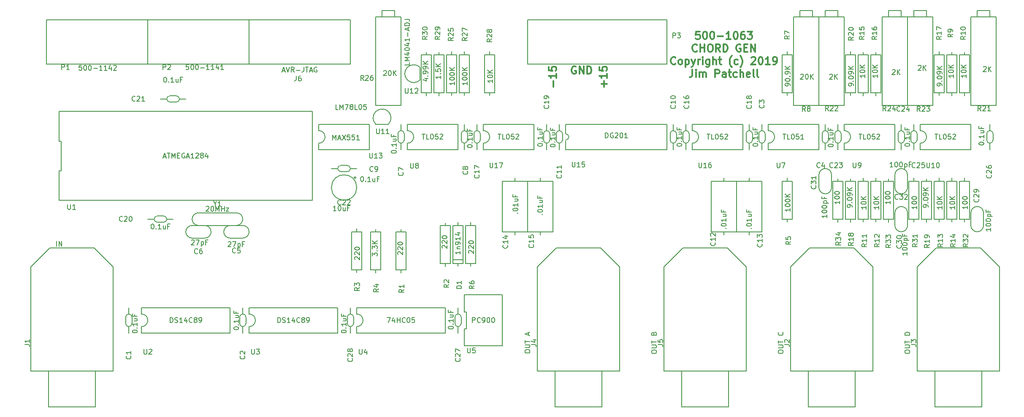
<source format=gbr>
G04 #@! TF.GenerationSoftware,KiCad,Pcbnew,(5.0.2)-1*
G04 #@! TF.CreationDate,2019-01-01T18:45:18-08:00*
G04 #@! TF.ProjectId,500-1063C,3530302d-3130-4363-9343-2e6b69636164,rev?*
G04 #@! TF.SameCoordinates,Original*
G04 #@! TF.FileFunction,Legend,Top*
G04 #@! TF.FilePolarity,Positive*
%FSLAX46Y46*%
G04 Gerber Fmt 4.6, Leading zero omitted, Abs format (unit mm)*
G04 Created by KiCad (PCBNEW (5.0.2)-1) date 1/1/2019 6:45:18 PM*
%MOMM*%
%LPD*%
G01*
G04 APERTURE LIST*
%ADD10C,0.300000*%
%ADD11C,0.150000*%
G04 APERTURE END LIST*
D10*
X202152857Y-58853571D02*
X201438571Y-58853571D01*
X201367142Y-59567857D01*
X201438571Y-59496428D01*
X201581428Y-59425000D01*
X201938571Y-59425000D01*
X202081428Y-59496428D01*
X202152857Y-59567857D01*
X202224285Y-59710714D01*
X202224285Y-60067857D01*
X202152857Y-60210714D01*
X202081428Y-60282142D01*
X201938571Y-60353571D01*
X201581428Y-60353571D01*
X201438571Y-60282142D01*
X201367142Y-60210714D01*
X203152857Y-58853571D02*
X203295714Y-58853571D01*
X203438571Y-58925000D01*
X203510000Y-58996428D01*
X203581428Y-59139285D01*
X203652857Y-59425000D01*
X203652857Y-59782142D01*
X203581428Y-60067857D01*
X203510000Y-60210714D01*
X203438571Y-60282142D01*
X203295714Y-60353571D01*
X203152857Y-60353571D01*
X203010000Y-60282142D01*
X202938571Y-60210714D01*
X202867142Y-60067857D01*
X202795714Y-59782142D01*
X202795714Y-59425000D01*
X202867142Y-59139285D01*
X202938571Y-58996428D01*
X203010000Y-58925000D01*
X203152857Y-58853571D01*
X204581428Y-58853571D02*
X204724285Y-58853571D01*
X204867142Y-58925000D01*
X204938571Y-58996428D01*
X205010000Y-59139285D01*
X205081428Y-59425000D01*
X205081428Y-59782142D01*
X205010000Y-60067857D01*
X204938571Y-60210714D01*
X204867142Y-60282142D01*
X204724285Y-60353571D01*
X204581428Y-60353571D01*
X204438571Y-60282142D01*
X204367142Y-60210714D01*
X204295714Y-60067857D01*
X204224285Y-59782142D01*
X204224285Y-59425000D01*
X204295714Y-59139285D01*
X204367142Y-58996428D01*
X204438571Y-58925000D01*
X204581428Y-58853571D01*
X205724285Y-59782142D02*
X206867142Y-59782142D01*
X208367142Y-60353571D02*
X207510000Y-60353571D01*
X207938571Y-60353571D02*
X207938571Y-58853571D01*
X207795714Y-59067857D01*
X207652857Y-59210714D01*
X207510000Y-59282142D01*
X209295714Y-58853571D02*
X209438571Y-58853571D01*
X209581428Y-58925000D01*
X209652857Y-58996428D01*
X209724285Y-59139285D01*
X209795714Y-59425000D01*
X209795714Y-59782142D01*
X209724285Y-60067857D01*
X209652857Y-60210714D01*
X209581428Y-60282142D01*
X209438571Y-60353571D01*
X209295714Y-60353571D01*
X209152857Y-60282142D01*
X209081428Y-60210714D01*
X209010000Y-60067857D01*
X208938571Y-59782142D01*
X208938571Y-59425000D01*
X209010000Y-59139285D01*
X209081428Y-58996428D01*
X209152857Y-58925000D01*
X209295714Y-58853571D01*
X211081428Y-58853571D02*
X210795714Y-58853571D01*
X210652857Y-58925000D01*
X210581428Y-58996428D01*
X210438571Y-59210714D01*
X210367142Y-59496428D01*
X210367142Y-60067857D01*
X210438571Y-60210714D01*
X210510000Y-60282142D01*
X210652857Y-60353571D01*
X210938571Y-60353571D01*
X211081428Y-60282142D01*
X211152857Y-60210714D01*
X211224285Y-60067857D01*
X211224285Y-59710714D01*
X211152857Y-59567857D01*
X211081428Y-59496428D01*
X210938571Y-59425000D01*
X210652857Y-59425000D01*
X210510000Y-59496428D01*
X210438571Y-59567857D01*
X210367142Y-59710714D01*
X211724285Y-58853571D02*
X212652857Y-58853571D01*
X212152857Y-59425000D01*
X212367142Y-59425000D01*
X212510000Y-59496428D01*
X212581428Y-59567857D01*
X212652857Y-59710714D01*
X212652857Y-60067857D01*
X212581428Y-60210714D01*
X212510000Y-60282142D01*
X212367142Y-60353571D01*
X211938571Y-60353571D01*
X211795714Y-60282142D01*
X211724285Y-60210714D01*
X201617142Y-62760714D02*
X201545714Y-62832142D01*
X201331428Y-62903571D01*
X201188571Y-62903571D01*
X200974285Y-62832142D01*
X200831428Y-62689285D01*
X200760000Y-62546428D01*
X200688571Y-62260714D01*
X200688571Y-62046428D01*
X200760000Y-61760714D01*
X200831428Y-61617857D01*
X200974285Y-61475000D01*
X201188571Y-61403571D01*
X201331428Y-61403571D01*
X201545714Y-61475000D01*
X201617142Y-61546428D01*
X202260000Y-62903571D02*
X202260000Y-61403571D01*
X202260000Y-62117857D02*
X203117142Y-62117857D01*
X203117142Y-62903571D02*
X203117142Y-61403571D01*
X204117142Y-61403571D02*
X204402857Y-61403571D01*
X204545714Y-61475000D01*
X204688571Y-61617857D01*
X204760000Y-61903571D01*
X204760000Y-62403571D01*
X204688571Y-62689285D01*
X204545714Y-62832142D01*
X204402857Y-62903571D01*
X204117142Y-62903571D01*
X203974285Y-62832142D01*
X203831428Y-62689285D01*
X203760000Y-62403571D01*
X203760000Y-61903571D01*
X203831428Y-61617857D01*
X203974285Y-61475000D01*
X204117142Y-61403571D01*
X206260000Y-62903571D02*
X205760000Y-62189285D01*
X205402857Y-62903571D02*
X205402857Y-61403571D01*
X205974285Y-61403571D01*
X206117142Y-61475000D01*
X206188571Y-61546428D01*
X206260000Y-61689285D01*
X206260000Y-61903571D01*
X206188571Y-62046428D01*
X206117142Y-62117857D01*
X205974285Y-62189285D01*
X205402857Y-62189285D01*
X206902857Y-62903571D02*
X206902857Y-61403571D01*
X207260000Y-61403571D01*
X207474285Y-61475000D01*
X207617142Y-61617857D01*
X207688571Y-61760714D01*
X207760000Y-62046428D01*
X207760000Y-62260714D01*
X207688571Y-62546428D01*
X207617142Y-62689285D01*
X207474285Y-62832142D01*
X207260000Y-62903571D01*
X206902857Y-62903571D01*
X210331428Y-61475000D02*
X210188571Y-61403571D01*
X209974285Y-61403571D01*
X209760000Y-61475000D01*
X209617142Y-61617857D01*
X209545714Y-61760714D01*
X209474285Y-62046428D01*
X209474285Y-62260714D01*
X209545714Y-62546428D01*
X209617142Y-62689285D01*
X209760000Y-62832142D01*
X209974285Y-62903571D01*
X210117142Y-62903571D01*
X210331428Y-62832142D01*
X210402857Y-62760714D01*
X210402857Y-62260714D01*
X210117142Y-62260714D01*
X211045714Y-62117857D02*
X211545714Y-62117857D01*
X211760000Y-62903571D02*
X211045714Y-62903571D01*
X211045714Y-61403571D01*
X211760000Y-61403571D01*
X212402857Y-62903571D02*
X212402857Y-61403571D01*
X213260000Y-62903571D01*
X213260000Y-61403571D01*
X197295714Y-65310714D02*
X197224285Y-65382142D01*
X197010000Y-65453571D01*
X196867142Y-65453571D01*
X196652857Y-65382142D01*
X196510000Y-65239285D01*
X196438571Y-65096428D01*
X196367142Y-64810714D01*
X196367142Y-64596428D01*
X196438571Y-64310714D01*
X196510000Y-64167857D01*
X196652857Y-64025000D01*
X196867142Y-63953571D01*
X197010000Y-63953571D01*
X197224285Y-64025000D01*
X197295714Y-64096428D01*
X198152857Y-65453571D02*
X198010000Y-65382142D01*
X197938571Y-65310714D01*
X197867142Y-65167857D01*
X197867142Y-64739285D01*
X197938571Y-64596428D01*
X198010000Y-64525000D01*
X198152857Y-64453571D01*
X198367142Y-64453571D01*
X198510000Y-64525000D01*
X198581428Y-64596428D01*
X198652857Y-64739285D01*
X198652857Y-65167857D01*
X198581428Y-65310714D01*
X198510000Y-65382142D01*
X198367142Y-65453571D01*
X198152857Y-65453571D01*
X199295714Y-64453571D02*
X199295714Y-65953571D01*
X199295714Y-64525000D02*
X199438571Y-64453571D01*
X199724285Y-64453571D01*
X199867142Y-64525000D01*
X199938571Y-64596428D01*
X200010000Y-64739285D01*
X200010000Y-65167857D01*
X199938571Y-65310714D01*
X199867142Y-65382142D01*
X199724285Y-65453571D01*
X199438571Y-65453571D01*
X199295714Y-65382142D01*
X200510000Y-64453571D02*
X200867142Y-65453571D01*
X201224285Y-64453571D02*
X200867142Y-65453571D01*
X200724285Y-65810714D01*
X200652857Y-65882142D01*
X200510000Y-65953571D01*
X201795714Y-65453571D02*
X201795714Y-64453571D01*
X201795714Y-64739285D02*
X201867142Y-64596428D01*
X201938571Y-64525000D01*
X202081428Y-64453571D01*
X202224285Y-64453571D01*
X202724285Y-65453571D02*
X202724285Y-64453571D01*
X202724285Y-63953571D02*
X202652857Y-64025000D01*
X202724285Y-64096428D01*
X202795714Y-64025000D01*
X202724285Y-63953571D01*
X202724285Y-64096428D01*
X204081428Y-64453571D02*
X204081428Y-65667857D01*
X204010000Y-65810714D01*
X203938571Y-65882142D01*
X203795714Y-65953571D01*
X203581428Y-65953571D01*
X203438571Y-65882142D01*
X204081428Y-65382142D02*
X203938571Y-65453571D01*
X203652857Y-65453571D01*
X203510000Y-65382142D01*
X203438571Y-65310714D01*
X203367142Y-65167857D01*
X203367142Y-64739285D01*
X203438571Y-64596428D01*
X203510000Y-64525000D01*
X203652857Y-64453571D01*
X203938571Y-64453571D01*
X204081428Y-64525000D01*
X204795714Y-65453571D02*
X204795714Y-63953571D01*
X205438571Y-65453571D02*
X205438571Y-64667857D01*
X205367142Y-64525000D01*
X205224285Y-64453571D01*
X205010000Y-64453571D01*
X204867142Y-64525000D01*
X204795714Y-64596428D01*
X205938571Y-64453571D02*
X206510000Y-64453571D01*
X206152857Y-63953571D02*
X206152857Y-65239285D01*
X206224285Y-65382142D01*
X206367142Y-65453571D01*
X206510000Y-65453571D01*
X208581428Y-66025000D02*
X208510000Y-65953571D01*
X208367142Y-65739285D01*
X208295714Y-65596428D01*
X208224285Y-65382142D01*
X208152857Y-65025000D01*
X208152857Y-64739285D01*
X208224285Y-64382142D01*
X208295714Y-64167857D01*
X208367142Y-64025000D01*
X208510000Y-63810714D01*
X208581428Y-63739285D01*
X209795714Y-65382142D02*
X209652857Y-65453571D01*
X209367142Y-65453571D01*
X209224285Y-65382142D01*
X209152857Y-65310714D01*
X209081428Y-65167857D01*
X209081428Y-64739285D01*
X209152857Y-64596428D01*
X209224285Y-64525000D01*
X209367142Y-64453571D01*
X209652857Y-64453571D01*
X209795714Y-64525000D01*
X210295714Y-66025000D02*
X210367142Y-65953571D01*
X210510000Y-65739285D01*
X210581428Y-65596428D01*
X210652857Y-65382142D01*
X210724285Y-65025000D01*
X210724285Y-64739285D01*
X210652857Y-64382142D01*
X210581428Y-64167857D01*
X210510000Y-64025000D01*
X210367142Y-63810714D01*
X210295714Y-63739285D01*
X212510000Y-64096428D02*
X212581428Y-64025000D01*
X212724285Y-63953571D01*
X213081428Y-63953571D01*
X213224285Y-64025000D01*
X213295714Y-64096428D01*
X213367142Y-64239285D01*
X213367142Y-64382142D01*
X213295714Y-64596428D01*
X212438571Y-65453571D01*
X213367142Y-65453571D01*
X214295714Y-63953571D02*
X214438571Y-63953571D01*
X214581428Y-64025000D01*
X214652857Y-64096428D01*
X214724285Y-64239285D01*
X214795714Y-64525000D01*
X214795714Y-64882142D01*
X214724285Y-65167857D01*
X214652857Y-65310714D01*
X214581428Y-65382142D01*
X214438571Y-65453571D01*
X214295714Y-65453571D01*
X214152857Y-65382142D01*
X214081428Y-65310714D01*
X214010000Y-65167857D01*
X213938571Y-64882142D01*
X213938571Y-64525000D01*
X214010000Y-64239285D01*
X214081428Y-64096428D01*
X214152857Y-64025000D01*
X214295714Y-63953571D01*
X216224285Y-65453571D02*
X215367142Y-65453571D01*
X215795714Y-65453571D02*
X215795714Y-63953571D01*
X215652857Y-64167857D01*
X215510000Y-64310714D01*
X215367142Y-64382142D01*
X216938571Y-65453571D02*
X217224285Y-65453571D01*
X217367142Y-65382142D01*
X217438571Y-65310714D01*
X217581428Y-65096428D01*
X217652857Y-64810714D01*
X217652857Y-64239285D01*
X217581428Y-64096428D01*
X217510000Y-64025000D01*
X217367142Y-63953571D01*
X217081428Y-63953571D01*
X216938571Y-64025000D01*
X216867142Y-64096428D01*
X216795714Y-64239285D01*
X216795714Y-64596428D01*
X216867142Y-64739285D01*
X216938571Y-64810714D01*
X217081428Y-64882142D01*
X217367142Y-64882142D01*
X217510000Y-64810714D01*
X217581428Y-64739285D01*
X217652857Y-64596428D01*
X200688571Y-66503571D02*
X200688571Y-67575000D01*
X200617142Y-67789285D01*
X200474285Y-67932142D01*
X200260000Y-68003571D01*
X200117142Y-68003571D01*
X201402857Y-68003571D02*
X201402857Y-67003571D01*
X201402857Y-66503571D02*
X201331428Y-66575000D01*
X201402857Y-66646428D01*
X201474285Y-66575000D01*
X201402857Y-66503571D01*
X201402857Y-66646428D01*
X202117142Y-68003571D02*
X202117142Y-67003571D01*
X202117142Y-67146428D02*
X202188571Y-67075000D01*
X202331428Y-67003571D01*
X202545714Y-67003571D01*
X202688571Y-67075000D01*
X202760000Y-67217857D01*
X202760000Y-68003571D01*
X202760000Y-67217857D02*
X202831428Y-67075000D01*
X202974285Y-67003571D01*
X203188571Y-67003571D01*
X203331428Y-67075000D01*
X203402857Y-67217857D01*
X203402857Y-68003571D01*
X205260000Y-68003571D02*
X205260000Y-66503571D01*
X205831428Y-66503571D01*
X205974285Y-66575000D01*
X206045714Y-66646428D01*
X206117142Y-66789285D01*
X206117142Y-67003571D01*
X206045714Y-67146428D01*
X205974285Y-67217857D01*
X205831428Y-67289285D01*
X205260000Y-67289285D01*
X207402857Y-68003571D02*
X207402857Y-67217857D01*
X207331428Y-67075000D01*
X207188571Y-67003571D01*
X206902857Y-67003571D01*
X206760000Y-67075000D01*
X207402857Y-67932142D02*
X207260000Y-68003571D01*
X206902857Y-68003571D01*
X206760000Y-67932142D01*
X206688571Y-67789285D01*
X206688571Y-67646428D01*
X206760000Y-67503571D01*
X206902857Y-67432142D01*
X207260000Y-67432142D01*
X207402857Y-67360714D01*
X207902857Y-67003571D02*
X208474285Y-67003571D01*
X208117142Y-66503571D02*
X208117142Y-67789285D01*
X208188571Y-67932142D01*
X208331428Y-68003571D01*
X208474285Y-68003571D01*
X209617142Y-67932142D02*
X209474285Y-68003571D01*
X209188571Y-68003571D01*
X209045714Y-67932142D01*
X208974285Y-67860714D01*
X208902857Y-67717857D01*
X208902857Y-67289285D01*
X208974285Y-67146428D01*
X209045714Y-67075000D01*
X209188571Y-67003571D01*
X209474285Y-67003571D01*
X209617142Y-67075000D01*
X210260000Y-68003571D02*
X210260000Y-66503571D01*
X210902857Y-68003571D02*
X210902857Y-67217857D01*
X210831428Y-67075000D01*
X210688571Y-67003571D01*
X210474285Y-67003571D01*
X210331428Y-67075000D01*
X210260000Y-67146428D01*
X212188571Y-67932142D02*
X212045714Y-68003571D01*
X211760000Y-68003571D01*
X211617142Y-67932142D01*
X211545714Y-67789285D01*
X211545714Y-67217857D01*
X211617142Y-67075000D01*
X211760000Y-67003571D01*
X212045714Y-67003571D01*
X212188571Y-67075000D01*
X212260000Y-67217857D01*
X212260000Y-67360714D01*
X211545714Y-67503571D01*
X213117142Y-68003571D02*
X212974285Y-67932142D01*
X212902857Y-67789285D01*
X212902857Y-66503571D01*
X213902857Y-68003571D02*
X213760000Y-67932142D01*
X213688571Y-67789285D01*
X213688571Y-66503571D01*
X182987142Y-69945000D02*
X182987142Y-68802142D01*
X183558571Y-69373571D02*
X182415714Y-69373571D01*
X183558571Y-67302142D02*
X183558571Y-68159285D01*
X183558571Y-67730714D02*
X182058571Y-67730714D01*
X182272857Y-67873571D01*
X182415714Y-68016428D01*
X182487142Y-68159285D01*
X182058571Y-65945000D02*
X182058571Y-66659285D01*
X182772857Y-66730714D01*
X182701428Y-66659285D01*
X182630000Y-66516428D01*
X182630000Y-66159285D01*
X182701428Y-66016428D01*
X182772857Y-65945000D01*
X182915714Y-65873571D01*
X183272857Y-65873571D01*
X183415714Y-65945000D01*
X183487142Y-66016428D01*
X183558571Y-66159285D01*
X183558571Y-66516428D01*
X183487142Y-66659285D01*
X183415714Y-66730714D01*
X177292142Y-65925000D02*
X177149285Y-65853571D01*
X176935000Y-65853571D01*
X176720714Y-65925000D01*
X176577857Y-66067857D01*
X176506428Y-66210714D01*
X176435000Y-66496428D01*
X176435000Y-66710714D01*
X176506428Y-66996428D01*
X176577857Y-67139285D01*
X176720714Y-67282142D01*
X176935000Y-67353571D01*
X177077857Y-67353571D01*
X177292142Y-67282142D01*
X177363571Y-67210714D01*
X177363571Y-66710714D01*
X177077857Y-66710714D01*
X178006428Y-67353571D02*
X178006428Y-65853571D01*
X178863571Y-67353571D01*
X178863571Y-65853571D01*
X179577857Y-67353571D02*
X179577857Y-65853571D01*
X179935000Y-65853571D01*
X180149285Y-65925000D01*
X180292142Y-66067857D01*
X180363571Y-66210714D01*
X180435000Y-66496428D01*
X180435000Y-66710714D01*
X180363571Y-66996428D01*
X180292142Y-67139285D01*
X180149285Y-67282142D01*
X179935000Y-67353571D01*
X179577857Y-67353571D01*
X172827142Y-69945000D02*
X172827142Y-68802142D01*
X173398571Y-67302142D02*
X173398571Y-68159285D01*
X173398571Y-67730714D02*
X171898571Y-67730714D01*
X172112857Y-67873571D01*
X172255714Y-68016428D01*
X172327142Y-68159285D01*
X171898571Y-65945000D02*
X171898571Y-66659285D01*
X172612857Y-66730714D01*
X172541428Y-66659285D01*
X172470000Y-66516428D01*
X172470000Y-66159285D01*
X172541428Y-66016428D01*
X172612857Y-65945000D01*
X172755714Y-65873571D01*
X173112857Y-65873571D01*
X173255714Y-65945000D01*
X173327142Y-66016428D01*
X173398571Y-66159285D01*
X173398571Y-66516428D01*
X173327142Y-66659285D01*
X173255714Y-66730714D01*
D11*
G04 #@! TO.C,P3*
X195580000Y-57150000D02*
X195580000Y-56515000D01*
X195580000Y-56515000D02*
X167640000Y-56515000D01*
X167640000Y-56515000D02*
X167640000Y-57150000D01*
X167640000Y-64770000D02*
X167640000Y-65405000D01*
X167640000Y-65405000D02*
X195580000Y-65405000D01*
X195580000Y-65405000D02*
X195580000Y-64770000D01*
X167640000Y-58420000D02*
X167640000Y-57150000D01*
X195580000Y-57150000D02*
X195580000Y-58420000D01*
X195580000Y-63500000D02*
X195580000Y-64770000D01*
X167640000Y-64770000D02*
X167640000Y-63500000D01*
X195580000Y-58420000D02*
X195580000Y-63500000D01*
X167640000Y-63500000D02*
X167640000Y-58420000D01*
G04 #@! TO.C,C1*
X86995000Y-117475000D02*
G75*
G03X87630000Y-118110000I635000J0D01*
G01*
X87630000Y-118110000D02*
G75*
G03X88265000Y-117475000I0J635000D01*
G01*
X87630000Y-115570000D02*
G75*
G03X86995000Y-116205000I0J-635000D01*
G01*
X88265000Y-116205000D02*
G75*
G03X87630000Y-115570000I-635000J0D01*
G01*
X86995000Y-116205000D02*
X86995000Y-117475000D01*
X88265000Y-116205000D02*
X88265000Y-117475000D01*
X87630000Y-119380000D02*
X87630000Y-118110000D01*
X87630000Y-114300000D02*
X87630000Y-115570000D01*
G04 #@! TO.C,C2*
X109855000Y-117475000D02*
G75*
G03X110490000Y-118110000I635000J0D01*
G01*
X110490000Y-118110000D02*
G75*
G03X111125000Y-117475000I0J635000D01*
G01*
X110490000Y-115570000D02*
G75*
G03X109855000Y-116205000I0J-635000D01*
G01*
X111125000Y-116205000D02*
G75*
G03X110490000Y-115570000I-635000J0D01*
G01*
X109855000Y-116205000D02*
X109855000Y-117475000D01*
X111125000Y-116205000D02*
X111125000Y-117475000D01*
X110490000Y-119380000D02*
X110490000Y-118110000D01*
X110490000Y-114300000D02*
X110490000Y-115570000D01*
G04 #@! TO.C,C3*
X213995000Y-80645000D02*
G75*
G03X214630000Y-81280000I635000J0D01*
G01*
X214630000Y-81280000D02*
G75*
G03X215265000Y-80645000I0J635000D01*
G01*
X214630000Y-78740000D02*
G75*
G03X213995000Y-79375000I0J-635000D01*
G01*
X215265000Y-79375000D02*
G75*
G03X214630000Y-78740000I-635000J0D01*
G01*
X213995000Y-79375000D02*
X213995000Y-80645000D01*
X215265000Y-79375000D02*
X215265000Y-80645000D01*
X214630000Y-82550000D02*
X214630000Y-81280000D01*
X214630000Y-77470000D02*
X214630000Y-78740000D01*
G04 #@! TO.C,C4*
X227330000Y-82550000D02*
X227330000Y-81280000D01*
X227330000Y-77470000D02*
X227330000Y-78740000D01*
X226695000Y-80645000D02*
X226695000Y-79375000D01*
X227965000Y-80645000D02*
X227965000Y-79375000D01*
X226695000Y-80645000D02*
G75*
G03X227330000Y-81280000I635000J0D01*
G01*
X227330000Y-81280000D02*
G75*
G03X227965000Y-80645000I0J635000D01*
G01*
X227330000Y-78740000D02*
G75*
G03X226695000Y-79375000I0J-635000D01*
G01*
X227965000Y-79375000D02*
G75*
G03X227330000Y-78740000I-635000J0D01*
G01*
G04 #@! TO.C,C5*
X107950000Y-97790000D02*
X110490000Y-97790000D01*
X110490000Y-100330000D02*
X107950000Y-100330000D01*
X106680000Y-99060000D02*
G75*
G03X107950000Y-100330000I1270000J0D01*
G01*
X107950000Y-97790000D02*
G75*
G03X106680000Y-99060000I0J-1270000D01*
G01*
X111760000Y-99060000D02*
G75*
G03X110490000Y-97790000I-1270000J0D01*
G01*
X110490000Y-100330000D02*
G75*
G03X111760000Y-99060000I0J1270000D01*
G01*
G04 #@! TO.C,C6*
X100330000Y-97790000D02*
G75*
G03X99060000Y-99060000I0J-1270000D01*
G01*
X99060000Y-99060000D02*
G75*
G03X100330000Y-100330000I1270000J0D01*
G01*
X102870000Y-100330000D02*
G75*
G03X104140000Y-99060000I0J1270000D01*
G01*
X104140000Y-99060000D02*
G75*
G03X102870000Y-97790000I-1270000J0D01*
G01*
X100330000Y-97790000D02*
X102870000Y-97790000D01*
X102870000Y-100330000D02*
X100330000Y-100330000D01*
G04 #@! TO.C,C7*
X141605000Y-80645000D02*
G75*
G03X142240000Y-81280000I635000J0D01*
G01*
X142240000Y-81280000D02*
G75*
G03X142875000Y-80645000I0J635000D01*
G01*
X142240000Y-78740000D02*
G75*
G03X141605000Y-79375000I0J-635000D01*
G01*
X142875000Y-79375000D02*
G75*
G03X142240000Y-78740000I-635000J0D01*
G01*
X141605000Y-79375000D02*
X141605000Y-80645000D01*
X142875000Y-79375000D02*
X142875000Y-80645000D01*
X142240000Y-82550000D02*
X142240000Y-81280000D01*
X142240000Y-77470000D02*
X142240000Y-78740000D01*
G04 #@! TO.C,C8*
X154940000Y-82550000D02*
X154940000Y-81280000D01*
X154940000Y-77470000D02*
X154940000Y-78740000D01*
X154305000Y-80645000D02*
X154305000Y-79375000D01*
X155575000Y-80645000D02*
X155575000Y-79375000D01*
X154305000Y-80645000D02*
G75*
G03X154940000Y-81280000I635000J0D01*
G01*
X154940000Y-81280000D02*
G75*
G03X155575000Y-80645000I0J635000D01*
G01*
X154940000Y-78740000D02*
G75*
G03X154305000Y-79375000I0J-635000D01*
G01*
X155575000Y-79375000D02*
G75*
G03X154940000Y-78740000I-635000J0D01*
G01*
G04 #@! TO.C,C9*
X133350000Y-86360000D02*
X132080000Y-86360000D01*
X128270000Y-86360000D02*
X129540000Y-86360000D01*
X131445000Y-86995000D02*
X130175000Y-86995000D01*
X131445000Y-85725000D02*
X130175000Y-85725000D01*
X131445000Y-86995000D02*
G75*
G03X132080000Y-86360000I0J635000D01*
G01*
X132080000Y-86360000D02*
G75*
G03X131445000Y-85725000I-635000J0D01*
G01*
X129540000Y-86360000D02*
G75*
G03X130175000Y-86995000I635000J0D01*
G01*
X130175000Y-85725000D02*
G75*
G03X129540000Y-86360000I0J-635000D01*
G01*
G04 #@! TO.C,C10*
X197485000Y-79375000D02*
G75*
G03X196850000Y-78740000I-635000J0D01*
G01*
X196850000Y-78740000D02*
G75*
G03X196215000Y-79375000I0J-635000D01*
G01*
X196850000Y-81280000D02*
G75*
G03X197485000Y-80645000I0J635000D01*
G01*
X196215000Y-80645000D02*
G75*
G03X196850000Y-81280000I635000J0D01*
G01*
X197485000Y-80645000D02*
X197485000Y-79375000D01*
X196215000Y-80645000D02*
X196215000Y-79375000D01*
X196850000Y-77470000D02*
X196850000Y-78740000D01*
X196850000Y-82550000D02*
X196850000Y-81280000D01*
G04 #@! TO.C,C11*
X173990000Y-77470000D02*
X173990000Y-78740000D01*
X173990000Y-82550000D02*
X173990000Y-81280000D01*
X174625000Y-79375000D02*
X174625000Y-80645000D01*
X173355000Y-79375000D02*
X173355000Y-80645000D01*
X174625000Y-79375000D02*
G75*
G03X173990000Y-78740000I-635000J0D01*
G01*
X173990000Y-78740000D02*
G75*
G03X173355000Y-79375000I0J-635000D01*
G01*
X173990000Y-81280000D02*
G75*
G03X174625000Y-80645000I0J635000D01*
G01*
X173355000Y-80645000D02*
G75*
G03X173990000Y-81280000I635000J0D01*
G01*
G04 #@! TO.C,C12*
X209550000Y-99060000D02*
X209550000Y-88900000D01*
X209550000Y-88900000D02*
X204470000Y-88900000D01*
X204470000Y-88900000D02*
X204470000Y-99060000D01*
X204470000Y-99060000D02*
X209550000Y-99060000D01*
X207010000Y-99060000D02*
X207010000Y-99695000D01*
X207010000Y-88900000D02*
X207010000Y-88265000D01*
G04 #@! TO.C,C13*
X212090000Y-88900000D02*
X212090000Y-88265000D01*
X212090000Y-99060000D02*
X212090000Y-99695000D01*
X209550000Y-99060000D02*
X214630000Y-99060000D01*
X209550000Y-88900000D02*
X209550000Y-99060000D01*
X214630000Y-88900000D02*
X209550000Y-88900000D01*
X214630000Y-99060000D02*
X214630000Y-88900000D01*
G04 #@! TO.C,C14*
X167640000Y-99060000D02*
X167640000Y-88900000D01*
X167640000Y-88900000D02*
X162560000Y-88900000D01*
X162560000Y-88900000D02*
X162560000Y-99060000D01*
X162560000Y-99060000D02*
X167640000Y-99060000D01*
X165100000Y-99060000D02*
X165100000Y-99695000D01*
X165100000Y-88900000D02*
X165100000Y-88265000D01*
G04 #@! TO.C,C15*
X170180000Y-88900000D02*
X170180000Y-88265000D01*
X170180000Y-99060000D02*
X170180000Y-99695000D01*
X167640000Y-99060000D02*
X172720000Y-99060000D01*
X167640000Y-88900000D02*
X167640000Y-99060000D01*
X172720000Y-88900000D02*
X167640000Y-88900000D01*
X172720000Y-99060000D02*
X172720000Y-88900000D01*
G04 #@! TO.C,C16*
X199390000Y-77470000D02*
X199390000Y-78740000D01*
X199390000Y-82550000D02*
X199390000Y-81280000D01*
X200025000Y-79375000D02*
X200025000Y-80645000D01*
X198755000Y-79375000D02*
X198755000Y-80645000D01*
X200025000Y-79375000D02*
G75*
G03X199390000Y-78740000I-635000J0D01*
G01*
X199390000Y-78740000D02*
G75*
G03X198755000Y-79375000I0J-635000D01*
G01*
X199390000Y-81280000D02*
G75*
G03X200025000Y-80645000I0J635000D01*
G01*
X198755000Y-80645000D02*
G75*
G03X199390000Y-81280000I635000J0D01*
G01*
G04 #@! TO.C,C17*
X157480000Y-77470000D02*
X157480000Y-78740000D01*
X157480000Y-82550000D02*
X157480000Y-81280000D01*
X158115000Y-79375000D02*
X158115000Y-80645000D01*
X156845000Y-79375000D02*
X156845000Y-80645000D01*
X158115000Y-79375000D02*
G75*
G03X157480000Y-78740000I-635000J0D01*
G01*
X157480000Y-78740000D02*
G75*
G03X156845000Y-79375000I0J-635000D01*
G01*
X157480000Y-81280000D02*
G75*
G03X158115000Y-80645000I0J635000D01*
G01*
X156845000Y-80645000D02*
G75*
G03X157480000Y-81280000I635000J0D01*
G01*
G04 #@! TO.C,C18*
X212725000Y-79375000D02*
G75*
G03X212090000Y-78740000I-635000J0D01*
G01*
X212090000Y-78740000D02*
G75*
G03X211455000Y-79375000I0J-635000D01*
G01*
X212090000Y-81280000D02*
G75*
G03X212725000Y-80645000I0J635000D01*
G01*
X211455000Y-80645000D02*
G75*
G03X212090000Y-81280000I635000J0D01*
G01*
X212725000Y-80645000D02*
X212725000Y-79375000D01*
X211455000Y-80645000D02*
X211455000Y-79375000D01*
X212090000Y-77470000D02*
X212090000Y-78740000D01*
X212090000Y-82550000D02*
X212090000Y-81280000D01*
G04 #@! TO.C,C19*
X172085000Y-79375000D02*
G75*
G03X171450000Y-78740000I-635000J0D01*
G01*
X171450000Y-78740000D02*
G75*
G03X170815000Y-79375000I0J-635000D01*
G01*
X171450000Y-81280000D02*
G75*
G03X172085000Y-80645000I0J635000D01*
G01*
X170815000Y-80645000D02*
G75*
G03X171450000Y-81280000I635000J0D01*
G01*
X172085000Y-80645000D02*
X172085000Y-79375000D01*
X170815000Y-80645000D02*
X170815000Y-79375000D01*
X171450000Y-77470000D02*
X171450000Y-78740000D01*
X171450000Y-82550000D02*
X171450000Y-81280000D01*
G04 #@! TO.C,C20*
X93345000Y-95885000D02*
G75*
G03X92710000Y-96520000I0J-635000D01*
G01*
X92710000Y-96520000D02*
G75*
G03X93345000Y-97155000I635000J0D01*
G01*
X95250000Y-96520000D02*
G75*
G03X94615000Y-95885000I-635000J0D01*
G01*
X94615000Y-97155000D02*
G75*
G03X95250000Y-96520000I0J635000D01*
G01*
X94615000Y-95885000D02*
X93345000Y-95885000D01*
X94615000Y-97155000D02*
X93345000Y-97155000D01*
X91440000Y-96520000D02*
X92710000Y-96520000D01*
X96520000Y-96520000D02*
X95250000Y-96520000D01*
G04 #@! TO.C,C21*
X99060000Y-72390000D02*
X97790000Y-72390000D01*
X93980000Y-72390000D02*
X95250000Y-72390000D01*
X97155000Y-73025000D02*
X95885000Y-73025000D01*
X97155000Y-71755000D02*
X95885000Y-71755000D01*
X97155000Y-73025000D02*
G75*
G03X97790000Y-72390000I0J635000D01*
G01*
X97790000Y-72390000D02*
G75*
G03X97155000Y-71755000I-635000J0D01*
G01*
X95250000Y-72390000D02*
G75*
G03X95885000Y-73025000I635000J0D01*
G01*
X95885000Y-71755000D02*
G75*
G03X95250000Y-72390000I0J-635000D01*
G01*
G04 #@! TO.C,C22*
X133223000Y-88138000D02*
X132715000Y-88138000D01*
X132969000Y-87884000D02*
X132969000Y-88392000D01*
X133350000Y-90170000D02*
G75*
G03X133350000Y-90170000I-2540000J0D01*
G01*
G04 #@! TO.C,D1*
X154686000Y-104648000D02*
X152654000Y-104648000D01*
X152654000Y-105410000D02*
X154686000Y-105410000D01*
X152654000Y-97790000D02*
X154686000Y-97790000D01*
X153670000Y-105410000D02*
X153670000Y-105918000D01*
X153670000Y-97155000D02*
X153670000Y-97790000D01*
X154686000Y-105410000D02*
X154686000Y-97790000D01*
X152654000Y-97790000D02*
X152654000Y-105410000D01*
G04 #@! TO.C,J1*
X80899000Y-127000000D02*
X80899000Y-134188200D01*
X80899000Y-134188200D02*
X71501000Y-134188200D01*
X71501000Y-134188200D02*
X71501000Y-127000000D01*
X71755000Y-102311200D02*
X80645000Y-102311200D01*
X80645000Y-102311200D02*
X84455000Y-106121200D01*
X84455000Y-106121200D02*
X84455000Y-127000000D01*
X84455000Y-127000000D02*
X67945000Y-127000000D01*
X67945000Y-127000000D02*
X67945000Y-106121200D01*
X67945000Y-106121200D02*
X71755000Y-102311200D01*
G04 #@! TO.C,J2*
X220345000Y-106121200D02*
X224155000Y-102311200D01*
X220345000Y-127000000D02*
X220345000Y-106121200D01*
X236855000Y-127000000D02*
X220345000Y-127000000D01*
X236855000Y-106121200D02*
X236855000Y-127000000D01*
X233045000Y-102311200D02*
X236855000Y-106121200D01*
X224155000Y-102311200D02*
X233045000Y-102311200D01*
X223901000Y-134188200D02*
X223901000Y-127000000D01*
X233299000Y-134188200D02*
X223901000Y-134188200D01*
X233299000Y-127000000D02*
X233299000Y-134188200D01*
G04 #@! TO.C,J4*
X182499000Y-127000000D02*
X182499000Y-134188200D01*
X182499000Y-134188200D02*
X173101000Y-134188200D01*
X173101000Y-134188200D02*
X173101000Y-127000000D01*
X173355000Y-102311200D02*
X182245000Y-102311200D01*
X182245000Y-102311200D02*
X186055000Y-106121200D01*
X186055000Y-106121200D02*
X186055000Y-127000000D01*
X186055000Y-127000000D02*
X169545000Y-127000000D01*
X169545000Y-127000000D02*
X169545000Y-106121200D01*
X169545000Y-106121200D02*
X173355000Y-102311200D01*
G04 #@! TO.C,J5*
X207899000Y-127000000D02*
X207899000Y-134188200D01*
X207899000Y-134188200D02*
X198501000Y-134188200D01*
X198501000Y-134188200D02*
X198501000Y-127000000D01*
X198755000Y-102311200D02*
X207645000Y-102311200D01*
X207645000Y-102311200D02*
X211455000Y-106121200D01*
X211455000Y-106121200D02*
X211455000Y-127000000D01*
X211455000Y-127000000D02*
X194945000Y-127000000D01*
X194945000Y-127000000D02*
X194945000Y-106121200D01*
X194945000Y-106121200D02*
X198755000Y-102311200D01*
G04 #@! TO.C,J6*
X111760000Y-56515000D02*
X111760000Y-58420000D01*
X132080000Y-56515000D02*
X111760000Y-56515000D01*
X132080000Y-58420000D02*
X132080000Y-56515000D01*
X111760000Y-65405000D02*
X111760000Y-63500000D01*
X132080000Y-65405000D02*
X111760000Y-65405000D01*
X132080000Y-63500000D02*
X132080000Y-65405000D01*
X132080000Y-58420000D02*
X132080000Y-63500000D01*
X111760000Y-63500000D02*
X111760000Y-58420000D01*
G04 #@! TO.C,P1*
X71120000Y-56515000D02*
X71120000Y-58420000D01*
X91440000Y-56515000D02*
X71120000Y-56515000D01*
X91440000Y-58420000D02*
X91440000Y-56515000D01*
X71120000Y-65405000D02*
X71120000Y-63500000D01*
X91440000Y-65405000D02*
X71120000Y-65405000D01*
X91440000Y-63500000D02*
X91440000Y-65405000D01*
X91440000Y-58420000D02*
X91440000Y-63500000D01*
X71120000Y-63500000D02*
X71120000Y-58420000D01*
G04 #@! TO.C,P2*
X91440000Y-63500000D02*
X91440000Y-58420000D01*
X111760000Y-58420000D02*
X111760000Y-63500000D01*
X111760000Y-63500000D02*
X111760000Y-65405000D01*
X111760000Y-65405000D02*
X91440000Y-65405000D01*
X91440000Y-65405000D02*
X91440000Y-63500000D01*
X111760000Y-58420000D02*
X111760000Y-56515000D01*
X111760000Y-56515000D02*
X91440000Y-56515000D01*
X91440000Y-56515000D02*
X91440000Y-58420000D01*
G04 #@! TO.C,R1*
X143256000Y-99060000D02*
X141224000Y-99060000D01*
X143256000Y-106680000D02*
X141224000Y-106680000D01*
X142240000Y-99060000D02*
X142240000Y-98552000D01*
X142240000Y-107315000D02*
X142240000Y-106680000D01*
X141224000Y-99060000D02*
X141224000Y-106680000D01*
X143256000Y-106680000D02*
X143256000Y-99060000D01*
G04 #@! TO.C,R2*
X152146000Y-105410000D02*
X152146000Y-97790000D01*
X150114000Y-97790000D02*
X150114000Y-105410000D01*
X151130000Y-106045000D02*
X151130000Y-105410000D01*
X151130000Y-97790000D02*
X151130000Y-97282000D01*
X152146000Y-105410000D02*
X150114000Y-105410000D01*
X152146000Y-97790000D02*
X150114000Y-97790000D01*
G04 #@! TO.C,R3*
X132334000Y-99060000D02*
X132334000Y-106680000D01*
X134366000Y-106680000D02*
X134366000Y-99060000D01*
X133350000Y-98425000D02*
X133350000Y-99060000D01*
X133350000Y-106680000D02*
X133350000Y-107188000D01*
X132334000Y-99060000D02*
X134366000Y-99060000D01*
X132334000Y-106680000D02*
X134366000Y-106680000D01*
G04 #@! TO.C,R4*
X138176000Y-106680000D02*
X138176000Y-99060000D01*
X136144000Y-99060000D02*
X136144000Y-106680000D01*
X137160000Y-107315000D02*
X137160000Y-106680000D01*
X137160000Y-99060000D02*
X137160000Y-98552000D01*
X138176000Y-106680000D02*
X136144000Y-106680000D01*
X138176000Y-99060000D02*
X136144000Y-99060000D01*
G04 #@! TO.C,R5*
X218694000Y-96520000D02*
X220726000Y-96520000D01*
X218694000Y-88900000D02*
X220726000Y-88900000D01*
X219710000Y-96520000D02*
X219710000Y-97028000D01*
X219710000Y-88265000D02*
X219710000Y-88900000D01*
X220726000Y-96520000D02*
X220726000Y-88900000D01*
X218694000Y-88900000D02*
X218694000Y-96520000D01*
G04 #@! TO.C,R6*
X155194000Y-97790000D02*
X155194000Y-105410000D01*
X157226000Y-105410000D02*
X157226000Y-97790000D01*
X156210000Y-97155000D02*
X156210000Y-97790000D01*
X156210000Y-105410000D02*
X156210000Y-105918000D01*
X155194000Y-97790000D02*
X157226000Y-97790000D01*
X155194000Y-105410000D02*
X157226000Y-105410000D01*
G04 #@! TO.C,R7*
X218694000Y-63500000D02*
X218694000Y-71120000D01*
X220726000Y-71120000D02*
X220726000Y-63500000D01*
X219710000Y-62865000D02*
X219710000Y-63500000D01*
X219710000Y-71120000D02*
X219710000Y-71628000D01*
X218694000Y-63500000D02*
X220726000Y-63500000D01*
X218694000Y-71120000D02*
X220726000Y-71120000D01*
G04 #@! TO.C,R8*
X222250000Y-55880000D02*
X222250000Y-54610000D01*
X222250000Y-54610000D02*
X224790000Y-54610000D01*
X224790000Y-54610000D02*
X224790000Y-55880000D01*
X220980000Y-55880000D02*
X226060000Y-55880000D01*
X226060000Y-55880000D02*
X226060000Y-73660000D01*
X226060000Y-73660000D02*
X220980000Y-73660000D01*
X220980000Y-73660000D02*
X220980000Y-55880000D01*
G04 #@! TO.C,R9*
X253746000Y-71120000D02*
X253746000Y-63500000D01*
X251714000Y-63500000D02*
X251714000Y-71120000D01*
X252730000Y-71755000D02*
X252730000Y-71120000D01*
X252730000Y-63500000D02*
X252730000Y-62992000D01*
X253746000Y-71120000D02*
X251714000Y-71120000D01*
X253746000Y-63500000D02*
X251714000Y-63500000D01*
G04 #@! TO.C,R10*
X256286000Y-63500000D02*
X254254000Y-63500000D01*
X256286000Y-71120000D02*
X254254000Y-71120000D01*
X255270000Y-63500000D02*
X255270000Y-62992000D01*
X255270000Y-71755000D02*
X255270000Y-71120000D01*
X254254000Y-63500000D02*
X254254000Y-71120000D01*
X256286000Y-71120000D02*
X256286000Y-63500000D01*
G04 #@! TO.C,R11*
X233934000Y-88900000D02*
X233934000Y-96520000D01*
X235966000Y-96520000D02*
X235966000Y-88900000D01*
X234950000Y-88265000D02*
X234950000Y-88900000D01*
X234950000Y-96520000D02*
X234950000Y-97028000D01*
X233934000Y-88900000D02*
X235966000Y-88900000D01*
X233934000Y-96520000D02*
X235966000Y-96520000D01*
G04 #@! TO.C,R12*
X236474000Y-96520000D02*
X238506000Y-96520000D01*
X236474000Y-88900000D02*
X238506000Y-88900000D01*
X237490000Y-96520000D02*
X237490000Y-97028000D01*
X237490000Y-88265000D02*
X237490000Y-88900000D01*
X238506000Y-96520000D02*
X238506000Y-88900000D01*
X236474000Y-88900000D02*
X236474000Y-96520000D01*
G04 #@! TO.C,R13*
X249174000Y-96520000D02*
X251206000Y-96520000D01*
X249174000Y-88900000D02*
X251206000Y-88900000D01*
X250190000Y-96520000D02*
X250190000Y-97028000D01*
X250190000Y-88265000D02*
X250190000Y-88900000D01*
X251206000Y-96520000D02*
X251206000Y-88900000D01*
X249174000Y-88900000D02*
X249174000Y-96520000D01*
G04 #@! TO.C,R14*
X251714000Y-88900000D02*
X251714000Y-96520000D01*
X253746000Y-96520000D02*
X253746000Y-88900000D01*
X252730000Y-88265000D02*
X252730000Y-88900000D01*
X252730000Y-96520000D02*
X252730000Y-97028000D01*
X251714000Y-88900000D02*
X253746000Y-88900000D01*
X251714000Y-96520000D02*
X253746000Y-96520000D01*
G04 #@! TO.C,R15*
X235966000Y-71120000D02*
X235966000Y-63500000D01*
X233934000Y-63500000D02*
X233934000Y-71120000D01*
X234950000Y-71755000D02*
X234950000Y-71120000D01*
X234950000Y-63500000D02*
X234950000Y-62992000D01*
X235966000Y-71120000D02*
X233934000Y-71120000D01*
X235966000Y-63500000D02*
X233934000Y-63500000D01*
G04 #@! TO.C,R16*
X238506000Y-63500000D02*
X236474000Y-63500000D01*
X238506000Y-71120000D02*
X236474000Y-71120000D01*
X237490000Y-63500000D02*
X237490000Y-62992000D01*
X237490000Y-71755000D02*
X237490000Y-71120000D01*
X236474000Y-63500000D02*
X236474000Y-71120000D01*
X238506000Y-71120000D02*
X238506000Y-63500000D01*
G04 #@! TO.C,R17*
X249174000Y-71120000D02*
X251206000Y-71120000D01*
X249174000Y-63500000D02*
X251206000Y-63500000D01*
X250190000Y-71120000D02*
X250190000Y-71628000D01*
X250190000Y-62865000D02*
X250190000Y-63500000D01*
X251206000Y-71120000D02*
X251206000Y-63500000D01*
X249174000Y-63500000D02*
X249174000Y-71120000D01*
G04 #@! TO.C,R18*
X233426000Y-96520000D02*
X233426000Y-88900000D01*
X231394000Y-88900000D02*
X231394000Y-96520000D01*
X232410000Y-97155000D02*
X232410000Y-96520000D01*
X232410000Y-88900000D02*
X232410000Y-88392000D01*
X233426000Y-96520000D02*
X231394000Y-96520000D01*
X233426000Y-88900000D02*
X231394000Y-88900000D01*
G04 #@! TO.C,R19*
X248666000Y-96520000D02*
X248666000Y-88900000D01*
X246634000Y-88900000D02*
X246634000Y-96520000D01*
X247650000Y-97155000D02*
X247650000Y-96520000D01*
X247650000Y-88900000D02*
X247650000Y-88392000D01*
X248666000Y-96520000D02*
X246634000Y-96520000D01*
X248666000Y-88900000D02*
X246634000Y-88900000D01*
G04 #@! TO.C,R20*
X231394000Y-71120000D02*
X233426000Y-71120000D01*
X231394000Y-63500000D02*
X233426000Y-63500000D01*
X232410000Y-71120000D02*
X232410000Y-71628000D01*
X232410000Y-62865000D02*
X232410000Y-63500000D01*
X233426000Y-71120000D02*
X233426000Y-63500000D01*
X231394000Y-63500000D02*
X231394000Y-71120000D01*
G04 #@! TO.C,R21*
X256540000Y-73660000D02*
X256540000Y-55880000D01*
X261620000Y-73660000D02*
X256540000Y-73660000D01*
X261620000Y-55880000D02*
X261620000Y-73660000D01*
X256540000Y-55880000D02*
X261620000Y-55880000D01*
X260350000Y-54610000D02*
X260350000Y-55880000D01*
X257810000Y-54610000D02*
X260350000Y-54610000D01*
X257810000Y-55880000D02*
X257810000Y-54610000D01*
G04 #@! TO.C,R22*
X227330000Y-55880000D02*
X227330000Y-54610000D01*
X227330000Y-54610000D02*
X229870000Y-54610000D01*
X229870000Y-54610000D02*
X229870000Y-55880000D01*
X226060000Y-55880000D02*
X231140000Y-55880000D01*
X231140000Y-55880000D02*
X231140000Y-73660000D01*
X231140000Y-73660000D02*
X226060000Y-73660000D01*
X226060000Y-73660000D02*
X226060000Y-55880000D01*
G04 #@! TO.C,R23*
X245110000Y-55880000D02*
X245110000Y-54610000D01*
X245110000Y-54610000D02*
X247650000Y-54610000D01*
X247650000Y-54610000D02*
X247650000Y-55880000D01*
X243840000Y-55880000D02*
X248920000Y-55880000D01*
X248920000Y-55880000D02*
X248920000Y-73660000D01*
X248920000Y-73660000D02*
X243840000Y-73660000D01*
X243840000Y-73660000D02*
X243840000Y-55880000D01*
G04 #@! TO.C,R24*
X238760000Y-73660000D02*
X238760000Y-55880000D01*
X243840000Y-73660000D02*
X238760000Y-73660000D01*
X243840000Y-55880000D02*
X243840000Y-73660000D01*
X238760000Y-55880000D02*
X243840000Y-55880000D01*
X242570000Y-54610000D02*
X242570000Y-55880000D01*
X240030000Y-54610000D02*
X242570000Y-54610000D01*
X240030000Y-55880000D02*
X240030000Y-54610000D01*
G04 #@! TO.C,R25*
X151384000Y-71120000D02*
X153416000Y-71120000D01*
X151384000Y-63500000D02*
X153416000Y-63500000D01*
X152400000Y-71120000D02*
X152400000Y-71628000D01*
X152400000Y-62865000D02*
X152400000Y-63500000D01*
X153416000Y-71120000D02*
X153416000Y-63500000D01*
X151384000Y-63500000D02*
X151384000Y-71120000D01*
G04 #@! TO.C,R26*
X137160000Y-73660000D02*
X137160000Y-55880000D01*
X142240000Y-73660000D02*
X137160000Y-73660000D01*
X142240000Y-55880000D02*
X142240000Y-73660000D01*
X137160000Y-55880000D02*
X142240000Y-55880000D01*
X140970000Y-54610000D02*
X140970000Y-55880000D01*
X138430000Y-54610000D02*
X140970000Y-54610000D01*
X138430000Y-55880000D02*
X138430000Y-54610000D01*
G04 #@! TO.C,R27*
X153924000Y-71120000D02*
X155956000Y-71120000D01*
X153924000Y-63500000D02*
X155956000Y-63500000D01*
X154940000Y-71120000D02*
X154940000Y-71628000D01*
X154940000Y-62865000D02*
X154940000Y-63500000D01*
X155956000Y-71120000D02*
X155956000Y-63500000D01*
X153924000Y-63500000D02*
X153924000Y-71120000D01*
G04 #@! TO.C,R28*
X159004000Y-71120000D02*
X161036000Y-71120000D01*
X159004000Y-63500000D02*
X161036000Y-63500000D01*
X160020000Y-71120000D02*
X160020000Y-71628000D01*
X160020000Y-62865000D02*
X160020000Y-63500000D01*
X161036000Y-71120000D02*
X161036000Y-63500000D01*
X159004000Y-63500000D02*
X159004000Y-71120000D01*
G04 #@! TO.C,R29*
X150876000Y-63500000D02*
X148844000Y-63500000D01*
X150876000Y-71120000D02*
X148844000Y-71120000D01*
X149860000Y-63500000D02*
X149860000Y-62992000D01*
X149860000Y-71755000D02*
X149860000Y-71120000D01*
X148844000Y-63500000D02*
X148844000Y-71120000D01*
X150876000Y-71120000D02*
X150876000Y-63500000D01*
G04 #@! TO.C,R30*
X148336000Y-71120000D02*
X148336000Y-63500000D01*
X146304000Y-63500000D02*
X146304000Y-71120000D01*
X147320000Y-71755000D02*
X147320000Y-71120000D01*
X147320000Y-63500000D02*
X147320000Y-62992000D01*
X148336000Y-71120000D02*
X146304000Y-71120000D01*
X148336000Y-63500000D02*
X146304000Y-63500000D01*
G04 #@! TO.C,U1*
X73642600Y-92727399D02*
X124477400Y-92727400D01*
X124477400Y-92727400D02*
X124477400Y-74912601D01*
X124477400Y-74912601D02*
X73642600Y-74912600D01*
X73642600Y-74912600D02*
X73642600Y-80850867D01*
X73642600Y-80850867D02*
X74092600Y-80850867D01*
X74092600Y-80850867D02*
X74092600Y-86789133D01*
X74092600Y-86789133D02*
X73642600Y-86789133D01*
X73642600Y-86789133D02*
X73642600Y-92727399D01*
G04 #@! TO.C,U2*
X107950000Y-114300000D02*
X107950000Y-119380000D01*
X90170000Y-118110000D02*
X90170000Y-119380000D01*
X90170000Y-114300000D02*
X90170000Y-115570000D01*
X91440000Y-116840000D02*
G75*
G03X90170000Y-115570000I-1270000J0D01*
G01*
X90170000Y-118110000D02*
G75*
G03X91440000Y-116840000I0J1270000D01*
G01*
X90170000Y-114300000D02*
X107950000Y-114300000D01*
X90170000Y-119380000D02*
X107950000Y-119380000D01*
G04 #@! TO.C,U3*
X111760000Y-119380000D02*
X129540000Y-119380000D01*
X111760000Y-114300000D02*
X129540000Y-114300000D01*
X111760000Y-118110000D02*
G75*
G03X113030000Y-116840000I0J1270000D01*
G01*
X113030000Y-116840000D02*
G75*
G03X111760000Y-115570000I-1270000J0D01*
G01*
X111760000Y-114300000D02*
X111760000Y-115570000D01*
X111760000Y-118110000D02*
X111760000Y-119380000D01*
X129540000Y-114300000D02*
X129540000Y-119380000D01*
G04 #@! TO.C,U4*
X151130000Y-114300000D02*
X151130000Y-119380000D01*
X133350000Y-118110000D02*
X133350000Y-119380000D01*
X133350000Y-114300000D02*
X133350000Y-115570000D01*
X134620000Y-116840000D02*
G75*
G03X133350000Y-115570000I-1270000J0D01*
G01*
X133350000Y-118110000D02*
G75*
G03X134620000Y-116840000I0J1270000D01*
G01*
X133350000Y-114300000D02*
X151130000Y-114300000D01*
X133350000Y-119380000D02*
X151130000Y-119380000D01*
G04 #@! TO.C,U5*
X154922600Y-121937400D02*
X162577399Y-121937400D01*
X162577399Y-121937400D02*
X162577400Y-111742600D01*
X162577400Y-111742600D02*
X154922601Y-111742600D01*
X154922601Y-111742600D02*
X154922600Y-115140867D01*
X154922600Y-115140867D02*
X155372600Y-115140867D01*
X155372600Y-115140867D02*
X155372600Y-118539133D01*
X155372600Y-118539133D02*
X154922600Y-118539133D01*
X154922600Y-118539133D02*
X154922600Y-121937400D01*
G04 #@! TO.C,U7*
X215900000Y-82550000D02*
X215900000Y-81280000D01*
X226060000Y-82550000D02*
X215900000Y-82550000D01*
X226060000Y-77470000D02*
X226060000Y-82550000D01*
X215900000Y-77470000D02*
X226060000Y-77470000D01*
X215900000Y-77470000D02*
X215900000Y-78740000D01*
X217170000Y-80010000D02*
G75*
G03X215900000Y-78740000I-1270000J0D01*
G01*
X215900000Y-81280000D02*
G75*
G03X217170000Y-80010000I0J1270000D01*
G01*
G04 #@! TO.C,U8*
X143510000Y-81280000D02*
G75*
G03X144780000Y-80010000I0J1270000D01*
G01*
X144780000Y-80010000D02*
G75*
G03X143510000Y-78740000I-1270000J0D01*
G01*
X143510000Y-77470000D02*
X143510000Y-78740000D01*
X143510000Y-77470000D02*
X153670000Y-77470000D01*
X153670000Y-77470000D02*
X153670000Y-82550000D01*
X153670000Y-82550000D02*
X143510000Y-82550000D01*
X143510000Y-82550000D02*
X143510000Y-81280000D01*
G04 #@! TO.C,U9*
X231140000Y-82550000D02*
X231140000Y-81280000D01*
X241300000Y-82550000D02*
X231140000Y-82550000D01*
X241300000Y-77470000D02*
X241300000Y-82550000D01*
X231140000Y-77470000D02*
X241300000Y-77470000D01*
X231140000Y-77470000D02*
X231140000Y-78740000D01*
X232410000Y-80010000D02*
G75*
G03X231140000Y-78740000I-1270000J0D01*
G01*
X231140000Y-81280000D02*
G75*
G03X232410000Y-80010000I0J1270000D01*
G01*
G04 #@! TO.C,U10*
X246380000Y-81280000D02*
G75*
G03X247650000Y-80010000I0J1270000D01*
G01*
X247650000Y-80010000D02*
G75*
G03X246380000Y-78740000I-1270000J0D01*
G01*
X246380000Y-77470000D02*
X246380000Y-78740000D01*
X246380000Y-77470000D02*
X256540000Y-77470000D01*
X256540000Y-77470000D02*
X256540000Y-82550000D01*
X256540000Y-82550000D02*
X246380000Y-82550000D01*
X246380000Y-82550000D02*
X246380000Y-81280000D01*
G04 #@! TO.C,U11*
X137160000Y-74930000D02*
G75*
G03X137160000Y-77470000I1270000J-1270000D01*
G01*
X139700000Y-74930000D02*
G75*
G03X137160000Y-74930000I-1270000J-1270000D01*
G01*
X139700000Y-77470000D02*
G75*
G03X139700000Y-74930000I-1270000J1270000D01*
G01*
X137160000Y-77470000D02*
X139700000Y-77470000D01*
G04 #@! TO.C,U12*
X146050000Y-68580000D02*
X146050000Y-66040000D01*
X146050000Y-66040000D02*
G75*
G03X143510000Y-66040000I-1270000J-1270000D01*
G01*
X143510000Y-66040000D02*
G75*
G03X143510000Y-68580000I1270000J-1270000D01*
G01*
X143510000Y-68580000D02*
G75*
G03X146050000Y-68580000I1270000J1270000D01*
G01*
G04 #@! TO.C,U13*
X125730000Y-82550000D02*
X125730000Y-81280000D01*
X135890000Y-82550000D02*
X125730000Y-82550000D01*
X135890000Y-77470000D02*
X135890000Y-82550000D01*
X125730000Y-77470000D02*
X135890000Y-77470000D01*
X125730000Y-77470000D02*
X125730000Y-78740000D01*
X127000000Y-80010000D02*
G75*
G03X125730000Y-78740000I-1270000J0D01*
G01*
X125730000Y-81280000D02*
G75*
G03X127000000Y-80010000I0J1270000D01*
G01*
G04 #@! TO.C,U15*
X175260000Y-80645000D02*
G75*
G03X175895000Y-80010000I0J635000D01*
G01*
X175895000Y-80010000D02*
G75*
G03X175260000Y-79375000I-635000J0D01*
G01*
X175260000Y-79375000D02*
X175260000Y-79248000D01*
X175260000Y-82550000D02*
X175260000Y-80772000D01*
X175260000Y-82550000D02*
X195580000Y-82550000D01*
X195580000Y-82550000D02*
X195580000Y-77470000D01*
X195580000Y-77470000D02*
X175260000Y-77470000D01*
X175260000Y-77470000D02*
X175260000Y-79248000D01*
G04 #@! TO.C,U16*
X200660000Y-81280000D02*
G75*
G03X201930000Y-80010000I0J1270000D01*
G01*
X201930000Y-80010000D02*
G75*
G03X200660000Y-78740000I-1270000J0D01*
G01*
X200660000Y-77470000D02*
X200660000Y-78740000D01*
X200660000Y-77470000D02*
X210820000Y-77470000D01*
X210820000Y-77470000D02*
X210820000Y-82550000D01*
X210820000Y-82550000D02*
X200660000Y-82550000D01*
X200660000Y-82550000D02*
X200660000Y-81280000D01*
G04 #@! TO.C,U17*
X158750000Y-81280000D02*
G75*
G03X160020000Y-80010000I0J1270000D01*
G01*
X160020000Y-80010000D02*
G75*
G03X158750000Y-78740000I-1270000J0D01*
G01*
X158750000Y-77470000D02*
X158750000Y-78740000D01*
X158750000Y-77470000D02*
X168910000Y-77470000D01*
X168910000Y-77470000D02*
X168910000Y-82550000D01*
X168910000Y-82550000D02*
X158750000Y-82550000D01*
X158750000Y-82550000D02*
X158750000Y-81280000D01*
G04 #@! TO.C,Y1*
X110490000Y-96520000D02*
G75*
G03X109220000Y-95250000I-1270000J0D01*
G01*
X109220000Y-97790000D02*
G75*
G03X110490000Y-96520000I0J1270000D01*
G01*
X101600000Y-95250000D02*
G75*
G03X100330000Y-96520000I0J-1270000D01*
G01*
X100330000Y-96520000D02*
G75*
G03X101600000Y-97790000I1270000J0D01*
G01*
X109220000Y-97790000D02*
X101600000Y-97790000D01*
X109220000Y-95250000D02*
X101600000Y-95250000D01*
G04 #@! TO.C,C23*
X229235000Y-80645000D02*
G75*
G03X229870000Y-81280000I635000J0D01*
G01*
X229870000Y-81280000D02*
G75*
G03X230505000Y-80645000I0J635000D01*
G01*
X229870000Y-78740000D02*
G75*
G03X229235000Y-79375000I0J-635000D01*
G01*
X230505000Y-79375000D02*
G75*
G03X229870000Y-78740000I-635000J0D01*
G01*
X229235000Y-79375000D02*
X229235000Y-80645000D01*
X230505000Y-79375000D02*
X230505000Y-80645000D01*
X229870000Y-82550000D02*
X229870000Y-81280000D01*
X229870000Y-77470000D02*
X229870000Y-78740000D01*
G04 #@! TO.C,C24*
X242570000Y-82550000D02*
X242570000Y-81280000D01*
X242570000Y-77470000D02*
X242570000Y-78740000D01*
X241935000Y-80645000D02*
X241935000Y-79375000D01*
X243205000Y-80645000D02*
X243205000Y-79375000D01*
X241935000Y-80645000D02*
G75*
G03X242570000Y-81280000I635000J0D01*
G01*
X242570000Y-81280000D02*
G75*
G03X243205000Y-80645000I0J635000D01*
G01*
X242570000Y-78740000D02*
G75*
G03X241935000Y-79375000I0J-635000D01*
G01*
X243205000Y-79375000D02*
G75*
G03X242570000Y-78740000I-635000J0D01*
G01*
G04 #@! TO.C,C25*
X245110000Y-77470000D02*
X245110000Y-78740000D01*
X245110000Y-82550000D02*
X245110000Y-81280000D01*
X245745000Y-79375000D02*
X245745000Y-80645000D01*
X244475000Y-79375000D02*
X244475000Y-80645000D01*
X245745000Y-79375000D02*
G75*
G03X245110000Y-78740000I-635000J0D01*
G01*
X245110000Y-78740000D02*
G75*
G03X244475000Y-79375000I0J-635000D01*
G01*
X245110000Y-81280000D02*
G75*
G03X245745000Y-80645000I0J635000D01*
G01*
X244475000Y-80645000D02*
G75*
G03X245110000Y-81280000I635000J0D01*
G01*
G04 #@! TO.C,C26*
X260985000Y-79375000D02*
G75*
G03X260350000Y-78740000I-635000J0D01*
G01*
X260350000Y-78740000D02*
G75*
G03X259715000Y-79375000I0J-635000D01*
G01*
X260350000Y-81280000D02*
G75*
G03X260985000Y-80645000I0J635000D01*
G01*
X259715000Y-80645000D02*
G75*
G03X260350000Y-81280000I635000J0D01*
G01*
X260985000Y-80645000D02*
X260985000Y-79375000D01*
X259715000Y-80645000D02*
X259715000Y-79375000D01*
X260350000Y-77470000D02*
X260350000Y-78740000D01*
X260350000Y-82550000D02*
X260350000Y-81280000D01*
G04 #@! TO.C,J3*
X258699000Y-127000000D02*
X258699000Y-134188200D01*
X258699000Y-134188200D02*
X249301000Y-134188200D01*
X249301000Y-134188200D02*
X249301000Y-127000000D01*
X249555000Y-102311200D02*
X258445000Y-102311200D01*
X258445000Y-102311200D02*
X262255000Y-106121200D01*
X262255000Y-106121200D02*
X262255000Y-127000000D01*
X262255000Y-127000000D02*
X245745000Y-127000000D01*
X245745000Y-127000000D02*
X245745000Y-106121200D01*
X245745000Y-106121200D02*
X249555000Y-102311200D01*
G04 #@! TO.C,C27*
X153035000Y-117475000D02*
G75*
G03X153670000Y-118110000I635000J0D01*
G01*
X153670000Y-118110000D02*
G75*
G03X154305000Y-117475000I0J635000D01*
G01*
X153670000Y-115570000D02*
G75*
G03X153035000Y-116205000I0J-635000D01*
G01*
X154305000Y-116205000D02*
G75*
G03X153670000Y-115570000I-635000J0D01*
G01*
X153035000Y-116205000D02*
X153035000Y-117475000D01*
X154305000Y-116205000D02*
X154305000Y-117475000D01*
X153670000Y-119380000D02*
X153670000Y-118110000D01*
X153670000Y-114300000D02*
X153670000Y-115570000D01*
G04 #@! TO.C,C28*
X132080000Y-114300000D02*
X132080000Y-115570000D01*
X132080000Y-119380000D02*
X132080000Y-118110000D01*
X132715000Y-116205000D02*
X132715000Y-117475000D01*
X131445000Y-116205000D02*
X131445000Y-117475000D01*
X132715000Y-116205000D02*
G75*
G03X132080000Y-115570000I-635000J0D01*
G01*
X132080000Y-115570000D02*
G75*
G03X131445000Y-116205000I0J-635000D01*
G01*
X132080000Y-118110000D02*
G75*
G03X132715000Y-117475000I0J635000D01*
G01*
X131445000Y-117475000D02*
G75*
G03X132080000Y-118110000I635000J0D01*
G01*
G04 #@! TO.C,C29*
X256540000Y-97790000D02*
G75*
G03X257810000Y-99060000I1270000J0D01*
G01*
X257810000Y-99060000D02*
G75*
G03X259080000Y-97790000I0J1270000D01*
G01*
X259080000Y-95250000D02*
G75*
G03X257810000Y-93980000I-1270000J0D01*
G01*
X257810000Y-93980000D02*
G75*
G03X256540000Y-95250000I0J-1270000D01*
G01*
X256540000Y-97790000D02*
X256540000Y-95250000D01*
X259080000Y-95250000D02*
X259080000Y-97790000D01*
G04 #@! TO.C,C30*
X243840000Y-95250000D02*
X243840000Y-97790000D01*
X241300000Y-97790000D02*
X241300000Y-95250000D01*
X242570000Y-93980000D02*
G75*
G03X241300000Y-95250000I0J-1270000D01*
G01*
X243840000Y-95250000D02*
G75*
G03X242570000Y-93980000I-1270000J0D01*
G01*
X242570000Y-99060000D02*
G75*
G03X243840000Y-97790000I0J1270000D01*
G01*
X241300000Y-97790000D02*
G75*
G03X242570000Y-99060000I1270000J0D01*
G01*
G04 #@! TO.C,C31*
X226060000Y-90170000D02*
X226060000Y-87630000D01*
X228600000Y-87630000D02*
X228600000Y-90170000D01*
X227330000Y-91440000D02*
G75*
G03X228600000Y-90170000I0J1270000D01*
G01*
X226060000Y-90170000D02*
G75*
G03X227330000Y-91440000I1270000J0D01*
G01*
X227330000Y-86360000D02*
G75*
G03X226060000Y-87630000I0J-1270000D01*
G01*
X228600000Y-87630000D02*
G75*
G03X227330000Y-86360000I-1270000J0D01*
G01*
G04 #@! TO.C,C32*
X241300000Y-90170000D02*
G75*
G03X242570000Y-91440000I1270000J0D01*
G01*
X242570000Y-91440000D02*
G75*
G03X243840000Y-90170000I0J1270000D01*
G01*
X243840000Y-87630000D02*
G75*
G03X242570000Y-86360000I-1270000J0D01*
G01*
X242570000Y-86360000D02*
G75*
G03X241300000Y-87630000I0J-1270000D01*
G01*
X241300000Y-90170000D02*
X241300000Y-87630000D01*
X243840000Y-87630000D02*
X243840000Y-90170000D01*
G04 #@! TO.C,R31*
X244094000Y-96520000D02*
X246126000Y-96520000D01*
X244094000Y-88900000D02*
X246126000Y-88900000D01*
X245110000Y-96520000D02*
X245110000Y-97028000D01*
X245110000Y-88265000D02*
X245110000Y-88900000D01*
X246126000Y-96520000D02*
X246126000Y-88900000D01*
X244094000Y-88900000D02*
X244094000Y-96520000D01*
G04 #@! TO.C,R32*
X254254000Y-88900000D02*
X254254000Y-96520000D01*
X256286000Y-96520000D02*
X256286000Y-88900000D01*
X255270000Y-88265000D02*
X255270000Y-88900000D01*
X255270000Y-96520000D02*
X255270000Y-97028000D01*
X254254000Y-88900000D02*
X256286000Y-88900000D01*
X254254000Y-96520000D02*
X256286000Y-96520000D01*
G04 #@! TO.C,R33*
X241046000Y-96520000D02*
X241046000Y-88900000D01*
X239014000Y-88900000D02*
X239014000Y-96520000D01*
X240030000Y-97155000D02*
X240030000Y-96520000D01*
X240030000Y-88900000D02*
X240030000Y-88392000D01*
X241046000Y-96520000D02*
X239014000Y-96520000D01*
X241046000Y-88900000D02*
X239014000Y-88900000D01*
G04 #@! TO.C,R34*
X230886000Y-88900000D02*
X228854000Y-88900000D01*
X230886000Y-96520000D02*
X228854000Y-96520000D01*
X229870000Y-88900000D02*
X229870000Y-88392000D01*
X229870000Y-97155000D02*
X229870000Y-96520000D01*
X228854000Y-88900000D02*
X228854000Y-96520000D01*
X230886000Y-96520000D02*
X230886000Y-88900000D01*
G04 #@! TO.C,P3*
X196746904Y-60142380D02*
X196746904Y-59142380D01*
X197127857Y-59142380D01*
X197223095Y-59190000D01*
X197270714Y-59237619D01*
X197318333Y-59332857D01*
X197318333Y-59475714D01*
X197270714Y-59570952D01*
X197223095Y-59618571D01*
X197127857Y-59666190D01*
X196746904Y-59666190D01*
X197651666Y-59142380D02*
X198270714Y-59142380D01*
X197937380Y-59523333D01*
X198080238Y-59523333D01*
X198175476Y-59570952D01*
X198223095Y-59618571D01*
X198270714Y-59713809D01*
X198270714Y-59951904D01*
X198223095Y-60047142D01*
X198175476Y-60094761D01*
X198080238Y-60142380D01*
X197794523Y-60142380D01*
X197699285Y-60094761D01*
X197651666Y-60047142D01*
G04 #@! TO.C,C1*
X87987142Y-123991666D02*
X88034761Y-124039285D01*
X88082380Y-124182142D01*
X88082380Y-124277380D01*
X88034761Y-124420238D01*
X87939523Y-124515476D01*
X87844285Y-124563095D01*
X87653809Y-124610714D01*
X87510952Y-124610714D01*
X87320476Y-124563095D01*
X87225238Y-124515476D01*
X87130000Y-124420238D01*
X87082380Y-124277380D01*
X87082380Y-124182142D01*
X87130000Y-124039285D01*
X87177619Y-123991666D01*
X88082380Y-123039285D02*
X88082380Y-123610714D01*
X88082380Y-123325000D02*
X87082380Y-123325000D01*
X87225238Y-123420238D01*
X87320476Y-123515476D01*
X87368095Y-123610714D01*
X88352380Y-119117857D02*
X88352380Y-119022619D01*
X88400000Y-118927380D01*
X88447619Y-118879761D01*
X88542857Y-118832142D01*
X88733333Y-118784523D01*
X88971428Y-118784523D01*
X89161904Y-118832142D01*
X89257142Y-118879761D01*
X89304761Y-118927380D01*
X89352380Y-119022619D01*
X89352380Y-119117857D01*
X89304761Y-119213095D01*
X89257142Y-119260714D01*
X89161904Y-119308333D01*
X88971428Y-119355952D01*
X88733333Y-119355952D01*
X88542857Y-119308333D01*
X88447619Y-119260714D01*
X88400000Y-119213095D01*
X88352380Y-119117857D01*
X89257142Y-118355952D02*
X89304761Y-118308333D01*
X89352380Y-118355952D01*
X89304761Y-118403571D01*
X89257142Y-118355952D01*
X89352380Y-118355952D01*
X89352380Y-117355952D02*
X89352380Y-117927380D01*
X89352380Y-117641666D02*
X88352380Y-117641666D01*
X88495238Y-117736904D01*
X88590476Y-117832142D01*
X88638095Y-117927380D01*
X88685714Y-116498809D02*
X89352380Y-116498809D01*
X88685714Y-116927380D02*
X89209523Y-116927380D01*
X89304761Y-116879761D01*
X89352380Y-116784523D01*
X89352380Y-116641666D01*
X89304761Y-116546428D01*
X89257142Y-116498809D01*
X88828571Y-115689285D02*
X88828571Y-116022619D01*
X89352380Y-116022619D02*
X88352380Y-116022619D01*
X88352380Y-115546428D01*
G04 #@! TO.C,C2*
X110847142Y-123991666D02*
X110894761Y-124039285D01*
X110942380Y-124182142D01*
X110942380Y-124277380D01*
X110894761Y-124420238D01*
X110799523Y-124515476D01*
X110704285Y-124563095D01*
X110513809Y-124610714D01*
X110370952Y-124610714D01*
X110180476Y-124563095D01*
X110085238Y-124515476D01*
X109990000Y-124420238D01*
X109942380Y-124277380D01*
X109942380Y-124182142D01*
X109990000Y-124039285D01*
X110037619Y-123991666D01*
X110037619Y-123610714D02*
X109990000Y-123563095D01*
X109942380Y-123467857D01*
X109942380Y-123229761D01*
X109990000Y-123134523D01*
X110037619Y-123086904D01*
X110132857Y-123039285D01*
X110228095Y-123039285D01*
X110370952Y-123086904D01*
X110942380Y-123658333D01*
X110942380Y-123039285D01*
X108672380Y-118482857D02*
X108672380Y-118387619D01*
X108720000Y-118292380D01*
X108767619Y-118244761D01*
X108862857Y-118197142D01*
X109053333Y-118149523D01*
X109291428Y-118149523D01*
X109481904Y-118197142D01*
X109577142Y-118244761D01*
X109624761Y-118292380D01*
X109672380Y-118387619D01*
X109672380Y-118482857D01*
X109624761Y-118578095D01*
X109577142Y-118625714D01*
X109481904Y-118673333D01*
X109291428Y-118720952D01*
X109053333Y-118720952D01*
X108862857Y-118673333D01*
X108767619Y-118625714D01*
X108720000Y-118578095D01*
X108672380Y-118482857D01*
X109577142Y-117720952D02*
X109624761Y-117673333D01*
X109672380Y-117720952D01*
X109624761Y-117768571D01*
X109577142Y-117720952D01*
X109672380Y-117720952D01*
X109672380Y-116720952D02*
X109672380Y-117292380D01*
X109672380Y-117006666D02*
X108672380Y-117006666D01*
X108815238Y-117101904D01*
X108910476Y-117197142D01*
X108958095Y-117292380D01*
X109005714Y-115863809D02*
X109672380Y-115863809D01*
X109005714Y-116292380D02*
X109529523Y-116292380D01*
X109624761Y-116244761D01*
X109672380Y-116149523D01*
X109672380Y-116006666D01*
X109624761Y-115911428D01*
X109577142Y-115863809D01*
X109148571Y-115054285D02*
X109148571Y-115387619D01*
X109672380Y-115387619D02*
X108672380Y-115387619D01*
X108672380Y-114911428D01*
G04 #@! TO.C,C3*
X214987142Y-73572666D02*
X215034761Y-73620285D01*
X215082380Y-73763142D01*
X215082380Y-73858380D01*
X215034761Y-74001238D01*
X214939523Y-74096476D01*
X214844285Y-74144095D01*
X214653809Y-74191714D01*
X214510952Y-74191714D01*
X214320476Y-74144095D01*
X214225238Y-74096476D01*
X214130000Y-74001238D01*
X214082380Y-73858380D01*
X214082380Y-73763142D01*
X214130000Y-73620285D01*
X214177619Y-73572666D01*
X214082380Y-73239333D02*
X214082380Y-72620285D01*
X214463333Y-72953619D01*
X214463333Y-72810761D01*
X214510952Y-72715523D01*
X214558571Y-72667904D01*
X214653809Y-72620285D01*
X214891904Y-72620285D01*
X214987142Y-72667904D01*
X215034761Y-72715523D01*
X215082380Y-72810761D01*
X215082380Y-73096476D01*
X215034761Y-73191714D01*
X214987142Y-73239333D01*
X212812380Y-81652857D02*
X212812380Y-81557619D01*
X212860000Y-81462380D01*
X212907619Y-81414761D01*
X213002857Y-81367142D01*
X213193333Y-81319523D01*
X213431428Y-81319523D01*
X213621904Y-81367142D01*
X213717142Y-81414761D01*
X213764761Y-81462380D01*
X213812380Y-81557619D01*
X213812380Y-81652857D01*
X213764761Y-81748095D01*
X213717142Y-81795714D01*
X213621904Y-81843333D01*
X213431428Y-81890952D01*
X213193333Y-81890952D01*
X213002857Y-81843333D01*
X212907619Y-81795714D01*
X212860000Y-81748095D01*
X212812380Y-81652857D01*
X213717142Y-80890952D02*
X213764761Y-80843333D01*
X213812380Y-80890952D01*
X213764761Y-80938571D01*
X213717142Y-80890952D01*
X213812380Y-80890952D01*
X213812380Y-79890952D02*
X213812380Y-80462380D01*
X213812380Y-80176666D02*
X212812380Y-80176666D01*
X212955238Y-80271904D01*
X213050476Y-80367142D01*
X213098095Y-80462380D01*
X213145714Y-79033809D02*
X213812380Y-79033809D01*
X213145714Y-79462380D02*
X213669523Y-79462380D01*
X213764761Y-79414761D01*
X213812380Y-79319523D01*
X213812380Y-79176666D01*
X213764761Y-79081428D01*
X213717142Y-79033809D01*
X213288571Y-78224285D02*
X213288571Y-78557619D01*
X213812380Y-78557619D02*
X212812380Y-78557619D01*
X212812380Y-78081428D01*
G04 #@! TO.C,C4*
X226274333Y-86082142D02*
X226226714Y-86129761D01*
X226083857Y-86177380D01*
X225988619Y-86177380D01*
X225845761Y-86129761D01*
X225750523Y-86034523D01*
X225702904Y-85939285D01*
X225655285Y-85748809D01*
X225655285Y-85605952D01*
X225702904Y-85415476D01*
X225750523Y-85320238D01*
X225845761Y-85225000D01*
X225988619Y-85177380D01*
X226083857Y-85177380D01*
X226226714Y-85225000D01*
X226274333Y-85272619D01*
X227131476Y-85510714D02*
X227131476Y-86177380D01*
X226893380Y-85129761D02*
X226655285Y-85844047D01*
X227274333Y-85844047D01*
X227925380Y-81779857D02*
X227925380Y-81684619D01*
X227973000Y-81589380D01*
X228020619Y-81541761D01*
X228115857Y-81494142D01*
X228306333Y-81446523D01*
X228544428Y-81446523D01*
X228734904Y-81494142D01*
X228830142Y-81541761D01*
X228877761Y-81589380D01*
X228925380Y-81684619D01*
X228925380Y-81779857D01*
X228877761Y-81875095D01*
X228830142Y-81922714D01*
X228734904Y-81970333D01*
X228544428Y-82017952D01*
X228306333Y-82017952D01*
X228115857Y-81970333D01*
X228020619Y-81922714D01*
X227973000Y-81875095D01*
X227925380Y-81779857D01*
X228830142Y-81017952D02*
X228877761Y-80970333D01*
X228925380Y-81017952D01*
X228877761Y-81065571D01*
X228830142Y-81017952D01*
X228925380Y-81017952D01*
X228925380Y-80017952D02*
X228925380Y-80589380D01*
X228925380Y-80303666D02*
X227925380Y-80303666D01*
X228068238Y-80398904D01*
X228163476Y-80494142D01*
X228211095Y-80589380D01*
X228258714Y-79160809D02*
X228925380Y-79160809D01*
X228258714Y-79589380D02*
X228782523Y-79589380D01*
X228877761Y-79541761D01*
X228925380Y-79446523D01*
X228925380Y-79303666D01*
X228877761Y-79208428D01*
X228830142Y-79160809D01*
X228401571Y-78351285D02*
X228401571Y-78684619D01*
X228925380Y-78684619D02*
X227925380Y-78684619D01*
X227925380Y-78208428D01*
G04 #@! TO.C,C5*
X109053333Y-103227142D02*
X109005714Y-103274761D01*
X108862857Y-103322380D01*
X108767619Y-103322380D01*
X108624761Y-103274761D01*
X108529523Y-103179523D01*
X108481904Y-103084285D01*
X108434285Y-102893809D01*
X108434285Y-102750952D01*
X108481904Y-102560476D01*
X108529523Y-102465238D01*
X108624761Y-102370000D01*
X108767619Y-102322380D01*
X108862857Y-102322380D01*
X109005714Y-102370000D01*
X109053333Y-102417619D01*
X109958095Y-102322380D02*
X109481904Y-102322380D01*
X109434285Y-102798571D01*
X109481904Y-102750952D01*
X109577142Y-102703333D01*
X109815238Y-102703333D01*
X109910476Y-102750952D01*
X109958095Y-102798571D01*
X110005714Y-102893809D01*
X110005714Y-103131904D01*
X109958095Y-103227142D01*
X109910476Y-103274761D01*
X109815238Y-103322380D01*
X109577142Y-103322380D01*
X109481904Y-103274761D01*
X109434285Y-103227142D01*
X107577142Y-101147619D02*
X107624761Y-101100000D01*
X107720000Y-101052380D01*
X107958095Y-101052380D01*
X108053333Y-101100000D01*
X108100952Y-101147619D01*
X108148571Y-101242857D01*
X108148571Y-101338095D01*
X108100952Y-101480952D01*
X107529523Y-102052380D01*
X108148571Y-102052380D01*
X108481904Y-101052380D02*
X109148571Y-101052380D01*
X108720000Y-102052380D01*
X109529523Y-101385714D02*
X109529523Y-102385714D01*
X109529523Y-101433333D02*
X109624761Y-101385714D01*
X109815238Y-101385714D01*
X109910476Y-101433333D01*
X109958095Y-101480952D01*
X110005714Y-101576190D01*
X110005714Y-101861904D01*
X109958095Y-101957142D01*
X109910476Y-102004761D01*
X109815238Y-102052380D01*
X109624761Y-102052380D01*
X109529523Y-102004761D01*
X110767619Y-101528571D02*
X110434285Y-101528571D01*
X110434285Y-102052380D02*
X110434285Y-101052380D01*
X110910476Y-101052380D01*
G04 #@! TO.C,C6*
X101433333Y-103354142D02*
X101385714Y-103401761D01*
X101242857Y-103449380D01*
X101147619Y-103449380D01*
X101004761Y-103401761D01*
X100909523Y-103306523D01*
X100861904Y-103211285D01*
X100814285Y-103020809D01*
X100814285Y-102877952D01*
X100861904Y-102687476D01*
X100909523Y-102592238D01*
X101004761Y-102497000D01*
X101147619Y-102449380D01*
X101242857Y-102449380D01*
X101385714Y-102497000D01*
X101433333Y-102544619D01*
X102290476Y-102449380D02*
X102100000Y-102449380D01*
X102004761Y-102497000D01*
X101957142Y-102544619D01*
X101861904Y-102687476D01*
X101814285Y-102877952D01*
X101814285Y-103258904D01*
X101861904Y-103354142D01*
X101909523Y-103401761D01*
X102004761Y-103449380D01*
X102195238Y-103449380D01*
X102290476Y-103401761D01*
X102338095Y-103354142D01*
X102385714Y-103258904D01*
X102385714Y-103020809D01*
X102338095Y-102925571D01*
X102290476Y-102877952D01*
X102195238Y-102830333D01*
X102004761Y-102830333D01*
X101909523Y-102877952D01*
X101861904Y-102925571D01*
X101814285Y-103020809D01*
X100211142Y-100766619D02*
X100258761Y-100719000D01*
X100354000Y-100671380D01*
X100592095Y-100671380D01*
X100687333Y-100719000D01*
X100734952Y-100766619D01*
X100782571Y-100861857D01*
X100782571Y-100957095D01*
X100734952Y-101099952D01*
X100163523Y-101671380D01*
X100782571Y-101671380D01*
X101115904Y-100671380D02*
X101782571Y-100671380D01*
X101354000Y-101671380D01*
X102163523Y-101004714D02*
X102163523Y-102004714D01*
X102163523Y-101052333D02*
X102258761Y-101004714D01*
X102449238Y-101004714D01*
X102544476Y-101052333D01*
X102592095Y-101099952D01*
X102639714Y-101195190D01*
X102639714Y-101480904D01*
X102592095Y-101576142D01*
X102544476Y-101623761D01*
X102449238Y-101671380D01*
X102258761Y-101671380D01*
X102163523Y-101623761D01*
X103401619Y-101147571D02*
X103068285Y-101147571D01*
X103068285Y-101671380D02*
X103068285Y-100671380D01*
X103544476Y-100671380D01*
G04 #@! TO.C,C7*
X142597142Y-87161666D02*
X142644761Y-87209285D01*
X142692380Y-87352142D01*
X142692380Y-87447380D01*
X142644761Y-87590238D01*
X142549523Y-87685476D01*
X142454285Y-87733095D01*
X142263809Y-87780714D01*
X142120952Y-87780714D01*
X141930476Y-87733095D01*
X141835238Y-87685476D01*
X141740000Y-87590238D01*
X141692380Y-87447380D01*
X141692380Y-87352142D01*
X141740000Y-87209285D01*
X141787619Y-87161666D01*
X141692380Y-86828333D02*
X141692380Y-86161666D01*
X142692380Y-86590238D01*
X140295380Y-83049857D02*
X140295380Y-82954619D01*
X140343000Y-82859380D01*
X140390619Y-82811761D01*
X140485857Y-82764142D01*
X140676333Y-82716523D01*
X140914428Y-82716523D01*
X141104904Y-82764142D01*
X141200142Y-82811761D01*
X141247761Y-82859380D01*
X141295380Y-82954619D01*
X141295380Y-83049857D01*
X141247761Y-83145095D01*
X141200142Y-83192714D01*
X141104904Y-83240333D01*
X140914428Y-83287952D01*
X140676333Y-83287952D01*
X140485857Y-83240333D01*
X140390619Y-83192714D01*
X140343000Y-83145095D01*
X140295380Y-83049857D01*
X141200142Y-82287952D02*
X141247761Y-82240333D01*
X141295380Y-82287952D01*
X141247761Y-82335571D01*
X141200142Y-82287952D01*
X141295380Y-82287952D01*
X141295380Y-81287952D02*
X141295380Y-81859380D01*
X141295380Y-81573666D02*
X140295380Y-81573666D01*
X140438238Y-81668904D01*
X140533476Y-81764142D01*
X140581095Y-81859380D01*
X140628714Y-80430809D02*
X141295380Y-80430809D01*
X140628714Y-80859380D02*
X141152523Y-80859380D01*
X141247761Y-80811761D01*
X141295380Y-80716523D01*
X141295380Y-80573666D01*
X141247761Y-80478428D01*
X141200142Y-80430809D01*
X140771571Y-79621285D02*
X140771571Y-79954619D01*
X141295380Y-79954619D02*
X140295380Y-79954619D01*
X140295380Y-79478428D01*
G04 #@! TO.C,C8*
X155551142Y-86907666D02*
X155598761Y-86955285D01*
X155646380Y-87098142D01*
X155646380Y-87193380D01*
X155598761Y-87336238D01*
X155503523Y-87431476D01*
X155408285Y-87479095D01*
X155217809Y-87526714D01*
X155074952Y-87526714D01*
X154884476Y-87479095D01*
X154789238Y-87431476D01*
X154694000Y-87336238D01*
X154646380Y-87193380D01*
X154646380Y-87098142D01*
X154694000Y-86955285D01*
X154741619Y-86907666D01*
X155074952Y-86336238D02*
X155027333Y-86431476D01*
X154979714Y-86479095D01*
X154884476Y-86526714D01*
X154836857Y-86526714D01*
X154741619Y-86479095D01*
X154694000Y-86431476D01*
X154646380Y-86336238D01*
X154646380Y-86145761D01*
X154694000Y-86050523D01*
X154741619Y-86002904D01*
X154836857Y-85955285D01*
X154884476Y-85955285D01*
X154979714Y-86002904D01*
X155027333Y-86050523D01*
X155074952Y-86145761D01*
X155074952Y-86336238D01*
X155122571Y-86431476D01*
X155170190Y-86479095D01*
X155265428Y-86526714D01*
X155455904Y-86526714D01*
X155551142Y-86479095D01*
X155598761Y-86431476D01*
X155646380Y-86336238D01*
X155646380Y-86145761D01*
X155598761Y-86050523D01*
X155551142Y-86002904D01*
X155455904Y-85955285D01*
X155265428Y-85955285D01*
X155170190Y-86002904D01*
X155122571Y-86050523D01*
X155074952Y-86145761D01*
X155535380Y-81906857D02*
X155535380Y-81811619D01*
X155583000Y-81716380D01*
X155630619Y-81668761D01*
X155725857Y-81621142D01*
X155916333Y-81573523D01*
X156154428Y-81573523D01*
X156344904Y-81621142D01*
X156440142Y-81668761D01*
X156487761Y-81716380D01*
X156535380Y-81811619D01*
X156535380Y-81906857D01*
X156487761Y-82002095D01*
X156440142Y-82049714D01*
X156344904Y-82097333D01*
X156154428Y-82144952D01*
X155916333Y-82144952D01*
X155725857Y-82097333D01*
X155630619Y-82049714D01*
X155583000Y-82002095D01*
X155535380Y-81906857D01*
X156440142Y-81144952D02*
X156487761Y-81097333D01*
X156535380Y-81144952D01*
X156487761Y-81192571D01*
X156440142Y-81144952D01*
X156535380Y-81144952D01*
X156535380Y-80144952D02*
X156535380Y-80716380D01*
X156535380Y-80430666D02*
X155535380Y-80430666D01*
X155678238Y-80525904D01*
X155773476Y-80621142D01*
X155821095Y-80716380D01*
X155868714Y-79287809D02*
X156535380Y-79287809D01*
X155868714Y-79716380D02*
X156392523Y-79716380D01*
X156487761Y-79668761D01*
X156535380Y-79573523D01*
X156535380Y-79430666D01*
X156487761Y-79335428D01*
X156440142Y-79287809D01*
X156011571Y-78478285D02*
X156011571Y-78811619D01*
X156535380Y-78811619D02*
X155535380Y-78811619D01*
X155535380Y-78335428D01*
G04 #@! TO.C,C9*
X136612333Y-86844142D02*
X136564714Y-86891761D01*
X136421857Y-86939380D01*
X136326619Y-86939380D01*
X136183761Y-86891761D01*
X136088523Y-86796523D01*
X136040904Y-86701285D01*
X135993285Y-86510809D01*
X135993285Y-86367952D01*
X136040904Y-86177476D01*
X136088523Y-86082238D01*
X136183761Y-85987000D01*
X136326619Y-85939380D01*
X136421857Y-85939380D01*
X136564714Y-85987000D01*
X136612333Y-86034619D01*
X137088523Y-86939380D02*
X137279000Y-86939380D01*
X137374238Y-86891761D01*
X137421857Y-86844142D01*
X137517095Y-86701285D01*
X137564714Y-86510809D01*
X137564714Y-86129857D01*
X137517095Y-86034619D01*
X137469476Y-85987000D01*
X137374238Y-85939380D01*
X137183761Y-85939380D01*
X137088523Y-85987000D01*
X137040904Y-86034619D01*
X136993285Y-86129857D01*
X136993285Y-86367952D01*
X137040904Y-86463190D01*
X137088523Y-86510809D01*
X137183761Y-86558428D01*
X137374238Y-86558428D01*
X137469476Y-86510809D01*
X137517095Y-86463190D01*
X137564714Y-86367952D01*
X134374142Y-87971380D02*
X134469380Y-87971380D01*
X134564619Y-88019000D01*
X134612238Y-88066619D01*
X134659857Y-88161857D01*
X134707476Y-88352333D01*
X134707476Y-88590428D01*
X134659857Y-88780904D01*
X134612238Y-88876142D01*
X134564619Y-88923761D01*
X134469380Y-88971380D01*
X134374142Y-88971380D01*
X134278904Y-88923761D01*
X134231285Y-88876142D01*
X134183666Y-88780904D01*
X134136047Y-88590428D01*
X134136047Y-88352333D01*
X134183666Y-88161857D01*
X134231285Y-88066619D01*
X134278904Y-88019000D01*
X134374142Y-87971380D01*
X135136047Y-88876142D02*
X135183666Y-88923761D01*
X135136047Y-88971380D01*
X135088428Y-88923761D01*
X135136047Y-88876142D01*
X135136047Y-88971380D01*
X136136047Y-88971380D02*
X135564619Y-88971380D01*
X135850333Y-88971380D02*
X135850333Y-87971380D01*
X135755095Y-88114238D01*
X135659857Y-88209476D01*
X135564619Y-88257095D01*
X136993190Y-88304714D02*
X136993190Y-88971380D01*
X136564619Y-88304714D02*
X136564619Y-88828523D01*
X136612238Y-88923761D01*
X136707476Y-88971380D01*
X136850333Y-88971380D01*
X136945571Y-88923761D01*
X136993190Y-88876142D01*
X137802714Y-88447571D02*
X137469380Y-88447571D01*
X137469380Y-88971380D02*
X137469380Y-87971380D01*
X137945571Y-87971380D01*
G04 #@! TO.C,C10*
X197207142Y-73667857D02*
X197254761Y-73715476D01*
X197302380Y-73858333D01*
X197302380Y-73953571D01*
X197254761Y-74096428D01*
X197159523Y-74191666D01*
X197064285Y-74239285D01*
X196873809Y-74286904D01*
X196730952Y-74286904D01*
X196540476Y-74239285D01*
X196445238Y-74191666D01*
X196350000Y-74096428D01*
X196302380Y-73953571D01*
X196302380Y-73858333D01*
X196350000Y-73715476D01*
X196397619Y-73667857D01*
X197302380Y-72715476D02*
X197302380Y-73286904D01*
X197302380Y-73001190D02*
X196302380Y-73001190D01*
X196445238Y-73096428D01*
X196540476Y-73191666D01*
X196588095Y-73286904D01*
X196302380Y-72096428D02*
X196302380Y-72001190D01*
X196350000Y-71905952D01*
X196397619Y-71858333D01*
X196492857Y-71810714D01*
X196683333Y-71763095D01*
X196921428Y-71763095D01*
X197111904Y-71810714D01*
X197207142Y-71858333D01*
X197254761Y-71905952D01*
X197302380Y-72001190D01*
X197302380Y-72096428D01*
X197254761Y-72191666D01*
X197207142Y-72239285D01*
X197111904Y-72286904D01*
X196921428Y-72334523D01*
X196683333Y-72334523D01*
X196492857Y-72286904D01*
X196397619Y-72239285D01*
X196350000Y-72191666D01*
X196302380Y-72096428D01*
X197572380Y-81652857D02*
X197572380Y-81557619D01*
X197620000Y-81462380D01*
X197667619Y-81414761D01*
X197762857Y-81367142D01*
X197953333Y-81319523D01*
X198191428Y-81319523D01*
X198381904Y-81367142D01*
X198477142Y-81414761D01*
X198524761Y-81462380D01*
X198572380Y-81557619D01*
X198572380Y-81652857D01*
X198524761Y-81748095D01*
X198477142Y-81795714D01*
X198381904Y-81843333D01*
X198191428Y-81890952D01*
X197953333Y-81890952D01*
X197762857Y-81843333D01*
X197667619Y-81795714D01*
X197620000Y-81748095D01*
X197572380Y-81652857D01*
X198477142Y-80890952D02*
X198524761Y-80843333D01*
X198572380Y-80890952D01*
X198524761Y-80938571D01*
X198477142Y-80890952D01*
X198572380Y-80890952D01*
X198572380Y-79890952D02*
X198572380Y-80462380D01*
X198572380Y-80176666D02*
X197572380Y-80176666D01*
X197715238Y-80271904D01*
X197810476Y-80367142D01*
X197858095Y-80462380D01*
X197905714Y-79033809D02*
X198572380Y-79033809D01*
X197905714Y-79462380D02*
X198429523Y-79462380D01*
X198524761Y-79414761D01*
X198572380Y-79319523D01*
X198572380Y-79176666D01*
X198524761Y-79081428D01*
X198477142Y-79033809D01*
X198048571Y-78224285D02*
X198048571Y-78557619D01*
X198572380Y-78557619D02*
X197572380Y-78557619D01*
X197572380Y-78081428D01*
G04 #@! TO.C,C11*
X174347142Y-87637857D02*
X174394761Y-87685476D01*
X174442380Y-87828333D01*
X174442380Y-87923571D01*
X174394761Y-88066428D01*
X174299523Y-88161666D01*
X174204285Y-88209285D01*
X174013809Y-88256904D01*
X173870952Y-88256904D01*
X173680476Y-88209285D01*
X173585238Y-88161666D01*
X173490000Y-88066428D01*
X173442380Y-87923571D01*
X173442380Y-87828333D01*
X173490000Y-87685476D01*
X173537619Y-87637857D01*
X174442380Y-86685476D02*
X174442380Y-87256904D01*
X174442380Y-86971190D02*
X173442380Y-86971190D01*
X173585238Y-87066428D01*
X173680476Y-87161666D01*
X173728095Y-87256904D01*
X174442380Y-85733095D02*
X174442380Y-86304523D01*
X174442380Y-86018809D02*
X173442380Y-86018809D01*
X173585238Y-86114047D01*
X173680476Y-86209285D01*
X173728095Y-86304523D01*
X169632380Y-81652857D02*
X169632380Y-81557619D01*
X169680000Y-81462380D01*
X169727619Y-81414761D01*
X169822857Y-81367142D01*
X170013333Y-81319523D01*
X170251428Y-81319523D01*
X170441904Y-81367142D01*
X170537142Y-81414761D01*
X170584761Y-81462380D01*
X170632380Y-81557619D01*
X170632380Y-81652857D01*
X170584761Y-81748095D01*
X170537142Y-81795714D01*
X170441904Y-81843333D01*
X170251428Y-81890952D01*
X170013333Y-81890952D01*
X169822857Y-81843333D01*
X169727619Y-81795714D01*
X169680000Y-81748095D01*
X169632380Y-81652857D01*
X170537142Y-80890952D02*
X170584761Y-80843333D01*
X170632380Y-80890952D01*
X170584761Y-80938571D01*
X170537142Y-80890952D01*
X170632380Y-80890952D01*
X170632380Y-79890952D02*
X170632380Y-80462380D01*
X170632380Y-80176666D02*
X169632380Y-80176666D01*
X169775238Y-80271904D01*
X169870476Y-80367142D01*
X169918095Y-80462380D01*
X169965714Y-79033809D02*
X170632380Y-79033809D01*
X169965714Y-79462380D02*
X170489523Y-79462380D01*
X170584761Y-79414761D01*
X170632380Y-79319523D01*
X170632380Y-79176666D01*
X170584761Y-79081428D01*
X170537142Y-79033809D01*
X170108571Y-78224285D02*
X170108571Y-78557619D01*
X170632380Y-78557619D02*
X169632380Y-78557619D01*
X169632380Y-78081428D01*
G04 #@! TO.C,C12*
X205208142Y-101226857D02*
X205255761Y-101274476D01*
X205303380Y-101417333D01*
X205303380Y-101512571D01*
X205255761Y-101655428D01*
X205160523Y-101750666D01*
X205065285Y-101798285D01*
X204874809Y-101845904D01*
X204731952Y-101845904D01*
X204541476Y-101798285D01*
X204446238Y-101750666D01*
X204351000Y-101655428D01*
X204303380Y-101512571D01*
X204303380Y-101417333D01*
X204351000Y-101274476D01*
X204398619Y-101226857D01*
X205303380Y-100274476D02*
X205303380Y-100845904D01*
X205303380Y-100560190D02*
X204303380Y-100560190D01*
X204446238Y-100655428D01*
X204541476Y-100750666D01*
X204589095Y-100845904D01*
X204398619Y-99893523D02*
X204351000Y-99845904D01*
X204303380Y-99750666D01*
X204303380Y-99512571D01*
X204351000Y-99417333D01*
X204398619Y-99369714D01*
X204493857Y-99322095D01*
X204589095Y-99322095D01*
X204731952Y-99369714D01*
X205303380Y-99941142D01*
X205303380Y-99322095D01*
X207367142Y-98353333D02*
X207414761Y-98305714D01*
X207462380Y-98353333D01*
X207414761Y-98400952D01*
X207367142Y-98353333D01*
X207462380Y-98353333D01*
X206462380Y-97686666D02*
X206462380Y-97591428D01*
X206510000Y-97496190D01*
X206557619Y-97448571D01*
X206652857Y-97400952D01*
X206843333Y-97353333D01*
X207081428Y-97353333D01*
X207271904Y-97400952D01*
X207367142Y-97448571D01*
X207414761Y-97496190D01*
X207462380Y-97591428D01*
X207462380Y-97686666D01*
X207414761Y-97781904D01*
X207367142Y-97829523D01*
X207271904Y-97877142D01*
X207081428Y-97924761D01*
X206843333Y-97924761D01*
X206652857Y-97877142D01*
X206557619Y-97829523D01*
X206510000Y-97781904D01*
X206462380Y-97686666D01*
X207462380Y-96400952D02*
X207462380Y-96972380D01*
X207462380Y-96686666D02*
X206462380Y-96686666D01*
X206605238Y-96781904D01*
X206700476Y-96877142D01*
X206748095Y-96972380D01*
X206795714Y-95543809D02*
X207462380Y-95543809D01*
X206795714Y-95972380D02*
X207319523Y-95972380D01*
X207414761Y-95924761D01*
X207462380Y-95829523D01*
X207462380Y-95686666D01*
X207414761Y-95591428D01*
X207367142Y-95543809D01*
X206938571Y-94734285D02*
X206938571Y-95067619D01*
X207462380Y-95067619D02*
X206462380Y-95067619D01*
X206462380Y-94591428D01*
G04 #@! TO.C,C13*
X214606142Y-101480857D02*
X214653761Y-101528476D01*
X214701380Y-101671333D01*
X214701380Y-101766571D01*
X214653761Y-101909428D01*
X214558523Y-102004666D01*
X214463285Y-102052285D01*
X214272809Y-102099904D01*
X214129952Y-102099904D01*
X213939476Y-102052285D01*
X213844238Y-102004666D01*
X213749000Y-101909428D01*
X213701380Y-101766571D01*
X213701380Y-101671333D01*
X213749000Y-101528476D01*
X213796619Y-101480857D01*
X214701380Y-100528476D02*
X214701380Y-101099904D01*
X214701380Y-100814190D02*
X213701380Y-100814190D01*
X213844238Y-100909428D01*
X213939476Y-101004666D01*
X213987095Y-101099904D01*
X213701380Y-100195142D02*
X213701380Y-99576095D01*
X214082333Y-99909428D01*
X214082333Y-99766571D01*
X214129952Y-99671333D01*
X214177571Y-99623714D01*
X214272809Y-99576095D01*
X214510904Y-99576095D01*
X214606142Y-99623714D01*
X214653761Y-99671333D01*
X214701380Y-99766571D01*
X214701380Y-100052285D01*
X214653761Y-100147523D01*
X214606142Y-100195142D01*
X212447142Y-98353333D02*
X212494761Y-98305714D01*
X212542380Y-98353333D01*
X212494761Y-98400952D01*
X212447142Y-98353333D01*
X212542380Y-98353333D01*
X211542380Y-97686666D02*
X211542380Y-97591428D01*
X211590000Y-97496190D01*
X211637619Y-97448571D01*
X211732857Y-97400952D01*
X211923333Y-97353333D01*
X212161428Y-97353333D01*
X212351904Y-97400952D01*
X212447142Y-97448571D01*
X212494761Y-97496190D01*
X212542380Y-97591428D01*
X212542380Y-97686666D01*
X212494761Y-97781904D01*
X212447142Y-97829523D01*
X212351904Y-97877142D01*
X212161428Y-97924761D01*
X211923333Y-97924761D01*
X211732857Y-97877142D01*
X211637619Y-97829523D01*
X211590000Y-97781904D01*
X211542380Y-97686666D01*
X212542380Y-96400952D02*
X212542380Y-96972380D01*
X212542380Y-96686666D02*
X211542380Y-96686666D01*
X211685238Y-96781904D01*
X211780476Y-96877142D01*
X211828095Y-96972380D01*
X211875714Y-95543809D02*
X212542380Y-95543809D01*
X211875714Y-95972380D02*
X212399523Y-95972380D01*
X212494761Y-95924761D01*
X212542380Y-95829523D01*
X212542380Y-95686666D01*
X212494761Y-95591428D01*
X212447142Y-95543809D01*
X212018571Y-94734285D02*
X212018571Y-95067619D01*
X212542380Y-95067619D02*
X211542380Y-95067619D01*
X211542380Y-94591428D01*
G04 #@! TO.C,C14*
X163552142Y-101734857D02*
X163599761Y-101782476D01*
X163647380Y-101925333D01*
X163647380Y-102020571D01*
X163599761Y-102163428D01*
X163504523Y-102258666D01*
X163409285Y-102306285D01*
X163218809Y-102353904D01*
X163075952Y-102353904D01*
X162885476Y-102306285D01*
X162790238Y-102258666D01*
X162695000Y-102163428D01*
X162647380Y-102020571D01*
X162647380Y-101925333D01*
X162695000Y-101782476D01*
X162742619Y-101734857D01*
X163647380Y-100782476D02*
X163647380Y-101353904D01*
X163647380Y-101068190D02*
X162647380Y-101068190D01*
X162790238Y-101163428D01*
X162885476Y-101258666D01*
X162933095Y-101353904D01*
X162980714Y-99925333D02*
X163647380Y-99925333D01*
X162599761Y-100163428D02*
X163314047Y-100401523D01*
X163314047Y-99782476D01*
X165584142Y-95305333D02*
X165631761Y-95257714D01*
X165679380Y-95305333D01*
X165631761Y-95352952D01*
X165584142Y-95305333D01*
X165679380Y-95305333D01*
X164679380Y-94638666D02*
X164679380Y-94543428D01*
X164727000Y-94448190D01*
X164774619Y-94400571D01*
X164869857Y-94352952D01*
X165060333Y-94305333D01*
X165298428Y-94305333D01*
X165488904Y-94352952D01*
X165584142Y-94400571D01*
X165631761Y-94448190D01*
X165679380Y-94543428D01*
X165679380Y-94638666D01*
X165631761Y-94733904D01*
X165584142Y-94781523D01*
X165488904Y-94829142D01*
X165298428Y-94876761D01*
X165060333Y-94876761D01*
X164869857Y-94829142D01*
X164774619Y-94781523D01*
X164727000Y-94733904D01*
X164679380Y-94638666D01*
X165679380Y-93352952D02*
X165679380Y-93924380D01*
X165679380Y-93638666D02*
X164679380Y-93638666D01*
X164822238Y-93733904D01*
X164917476Y-93829142D01*
X164965095Y-93924380D01*
X165012714Y-92495809D02*
X165679380Y-92495809D01*
X165012714Y-92924380D02*
X165536523Y-92924380D01*
X165631761Y-92876761D01*
X165679380Y-92781523D01*
X165679380Y-92638666D01*
X165631761Y-92543428D01*
X165584142Y-92495809D01*
X165155571Y-91686285D02*
X165155571Y-92019619D01*
X165679380Y-92019619D02*
X164679380Y-92019619D01*
X164679380Y-91543428D01*
G04 #@! TO.C,C15*
X168759142Y-101607857D02*
X168806761Y-101655476D01*
X168854380Y-101798333D01*
X168854380Y-101893571D01*
X168806761Y-102036428D01*
X168711523Y-102131666D01*
X168616285Y-102179285D01*
X168425809Y-102226904D01*
X168282952Y-102226904D01*
X168092476Y-102179285D01*
X167997238Y-102131666D01*
X167902000Y-102036428D01*
X167854380Y-101893571D01*
X167854380Y-101798333D01*
X167902000Y-101655476D01*
X167949619Y-101607857D01*
X168854380Y-100655476D02*
X168854380Y-101226904D01*
X168854380Y-100941190D02*
X167854380Y-100941190D01*
X167997238Y-101036428D01*
X168092476Y-101131666D01*
X168140095Y-101226904D01*
X167854380Y-99750714D02*
X167854380Y-100226904D01*
X168330571Y-100274523D01*
X168282952Y-100226904D01*
X168235333Y-100131666D01*
X168235333Y-99893571D01*
X168282952Y-99798333D01*
X168330571Y-99750714D01*
X168425809Y-99703095D01*
X168663904Y-99703095D01*
X168759142Y-99750714D01*
X168806761Y-99798333D01*
X168854380Y-99893571D01*
X168854380Y-100131666D01*
X168806761Y-100226904D01*
X168759142Y-100274523D01*
X170537142Y-95559333D02*
X170584761Y-95511714D01*
X170632380Y-95559333D01*
X170584761Y-95606952D01*
X170537142Y-95559333D01*
X170632380Y-95559333D01*
X169632380Y-94892666D02*
X169632380Y-94797428D01*
X169680000Y-94702190D01*
X169727619Y-94654571D01*
X169822857Y-94606952D01*
X170013333Y-94559333D01*
X170251428Y-94559333D01*
X170441904Y-94606952D01*
X170537142Y-94654571D01*
X170584761Y-94702190D01*
X170632380Y-94797428D01*
X170632380Y-94892666D01*
X170584761Y-94987904D01*
X170537142Y-95035523D01*
X170441904Y-95083142D01*
X170251428Y-95130761D01*
X170013333Y-95130761D01*
X169822857Y-95083142D01*
X169727619Y-95035523D01*
X169680000Y-94987904D01*
X169632380Y-94892666D01*
X170632380Y-93606952D02*
X170632380Y-94178380D01*
X170632380Y-93892666D02*
X169632380Y-93892666D01*
X169775238Y-93987904D01*
X169870476Y-94083142D01*
X169918095Y-94178380D01*
X169965714Y-92749809D02*
X170632380Y-92749809D01*
X169965714Y-93178380D02*
X170489523Y-93178380D01*
X170584761Y-93130761D01*
X170632380Y-93035523D01*
X170632380Y-92892666D01*
X170584761Y-92797428D01*
X170537142Y-92749809D01*
X170108571Y-91940285D02*
X170108571Y-92273619D01*
X170632380Y-92273619D02*
X169632380Y-92273619D01*
X169632380Y-91797428D01*
G04 #@! TO.C,C16*
X199874142Y-73667857D02*
X199921761Y-73715476D01*
X199969380Y-73858333D01*
X199969380Y-73953571D01*
X199921761Y-74096428D01*
X199826523Y-74191666D01*
X199731285Y-74239285D01*
X199540809Y-74286904D01*
X199397952Y-74286904D01*
X199207476Y-74239285D01*
X199112238Y-74191666D01*
X199017000Y-74096428D01*
X198969380Y-73953571D01*
X198969380Y-73858333D01*
X199017000Y-73715476D01*
X199064619Y-73667857D01*
X199969380Y-72715476D02*
X199969380Y-73286904D01*
X199969380Y-73001190D02*
X198969380Y-73001190D01*
X199112238Y-73096428D01*
X199207476Y-73191666D01*
X199255095Y-73286904D01*
X198969380Y-71858333D02*
X198969380Y-72048809D01*
X199017000Y-72144047D01*
X199064619Y-72191666D01*
X199207476Y-72286904D01*
X199397952Y-72334523D01*
X199778904Y-72334523D01*
X199874142Y-72286904D01*
X199921761Y-72239285D01*
X199969380Y-72144047D01*
X199969380Y-71953571D01*
X199921761Y-71858333D01*
X199874142Y-71810714D01*
X199778904Y-71763095D01*
X199540809Y-71763095D01*
X199445571Y-71810714D01*
X199397952Y-71858333D01*
X199350333Y-71953571D01*
X199350333Y-72144047D01*
X199397952Y-72239285D01*
X199445571Y-72286904D01*
X199540809Y-72334523D01*
X197572380Y-81652857D02*
X197572380Y-81557619D01*
X197620000Y-81462380D01*
X197667619Y-81414761D01*
X197762857Y-81367142D01*
X197953333Y-81319523D01*
X198191428Y-81319523D01*
X198381904Y-81367142D01*
X198477142Y-81414761D01*
X198524761Y-81462380D01*
X198572380Y-81557619D01*
X198572380Y-81652857D01*
X198524761Y-81748095D01*
X198477142Y-81795714D01*
X198381904Y-81843333D01*
X198191428Y-81890952D01*
X197953333Y-81890952D01*
X197762857Y-81843333D01*
X197667619Y-81795714D01*
X197620000Y-81748095D01*
X197572380Y-81652857D01*
X198477142Y-80890952D02*
X198524761Y-80843333D01*
X198572380Y-80890952D01*
X198524761Y-80938571D01*
X198477142Y-80890952D01*
X198572380Y-80890952D01*
X198572380Y-79890952D02*
X198572380Y-80462380D01*
X198572380Y-80176666D02*
X197572380Y-80176666D01*
X197715238Y-80271904D01*
X197810476Y-80367142D01*
X197858095Y-80462380D01*
X197905714Y-79033809D02*
X198572380Y-79033809D01*
X197905714Y-79462380D02*
X198429523Y-79462380D01*
X198524761Y-79414761D01*
X198572380Y-79319523D01*
X198572380Y-79176666D01*
X198524761Y-79081428D01*
X198477142Y-79033809D01*
X198048571Y-78224285D02*
X198048571Y-78557619D01*
X198572380Y-78557619D02*
X197572380Y-78557619D01*
X197572380Y-78081428D01*
G04 #@! TO.C,C17*
X157837142Y-87637857D02*
X157884761Y-87685476D01*
X157932380Y-87828333D01*
X157932380Y-87923571D01*
X157884761Y-88066428D01*
X157789523Y-88161666D01*
X157694285Y-88209285D01*
X157503809Y-88256904D01*
X157360952Y-88256904D01*
X157170476Y-88209285D01*
X157075238Y-88161666D01*
X156980000Y-88066428D01*
X156932380Y-87923571D01*
X156932380Y-87828333D01*
X156980000Y-87685476D01*
X157027619Y-87637857D01*
X157932380Y-86685476D02*
X157932380Y-87256904D01*
X157932380Y-86971190D02*
X156932380Y-86971190D01*
X157075238Y-87066428D01*
X157170476Y-87161666D01*
X157218095Y-87256904D01*
X156932380Y-86352142D02*
X156932380Y-85685476D01*
X157932380Y-86114047D01*
X155535380Y-81906857D02*
X155535380Y-81811619D01*
X155583000Y-81716380D01*
X155630619Y-81668761D01*
X155725857Y-81621142D01*
X155916333Y-81573523D01*
X156154428Y-81573523D01*
X156344904Y-81621142D01*
X156440142Y-81668761D01*
X156487761Y-81716380D01*
X156535380Y-81811619D01*
X156535380Y-81906857D01*
X156487761Y-82002095D01*
X156440142Y-82049714D01*
X156344904Y-82097333D01*
X156154428Y-82144952D01*
X155916333Y-82144952D01*
X155725857Y-82097333D01*
X155630619Y-82049714D01*
X155583000Y-82002095D01*
X155535380Y-81906857D01*
X156440142Y-81144952D02*
X156487761Y-81097333D01*
X156535380Y-81144952D01*
X156487761Y-81192571D01*
X156440142Y-81144952D01*
X156535380Y-81144952D01*
X156535380Y-80144952D02*
X156535380Y-80716380D01*
X156535380Y-80430666D02*
X155535380Y-80430666D01*
X155678238Y-80525904D01*
X155773476Y-80621142D01*
X155821095Y-80716380D01*
X155868714Y-79287809D02*
X156535380Y-79287809D01*
X155868714Y-79716380D02*
X156392523Y-79716380D01*
X156487761Y-79668761D01*
X156535380Y-79573523D01*
X156535380Y-79430666D01*
X156487761Y-79335428D01*
X156440142Y-79287809D01*
X156011571Y-78478285D02*
X156011571Y-78811619D01*
X156535380Y-78811619D02*
X155535380Y-78811619D01*
X155535380Y-78335428D01*
G04 #@! TO.C,C18*
X212447142Y-73667857D02*
X212494761Y-73715476D01*
X212542380Y-73858333D01*
X212542380Y-73953571D01*
X212494761Y-74096428D01*
X212399523Y-74191666D01*
X212304285Y-74239285D01*
X212113809Y-74286904D01*
X211970952Y-74286904D01*
X211780476Y-74239285D01*
X211685238Y-74191666D01*
X211590000Y-74096428D01*
X211542380Y-73953571D01*
X211542380Y-73858333D01*
X211590000Y-73715476D01*
X211637619Y-73667857D01*
X212542380Y-72715476D02*
X212542380Y-73286904D01*
X212542380Y-73001190D02*
X211542380Y-73001190D01*
X211685238Y-73096428D01*
X211780476Y-73191666D01*
X211828095Y-73286904D01*
X211970952Y-72144047D02*
X211923333Y-72239285D01*
X211875714Y-72286904D01*
X211780476Y-72334523D01*
X211732857Y-72334523D01*
X211637619Y-72286904D01*
X211590000Y-72239285D01*
X211542380Y-72144047D01*
X211542380Y-71953571D01*
X211590000Y-71858333D01*
X211637619Y-71810714D01*
X211732857Y-71763095D01*
X211780476Y-71763095D01*
X211875714Y-71810714D01*
X211923333Y-71858333D01*
X211970952Y-71953571D01*
X211970952Y-72144047D01*
X212018571Y-72239285D01*
X212066190Y-72286904D01*
X212161428Y-72334523D01*
X212351904Y-72334523D01*
X212447142Y-72286904D01*
X212494761Y-72239285D01*
X212542380Y-72144047D01*
X212542380Y-71953571D01*
X212494761Y-71858333D01*
X212447142Y-71810714D01*
X212351904Y-71763095D01*
X212161428Y-71763095D01*
X212066190Y-71810714D01*
X212018571Y-71858333D01*
X211970952Y-71953571D01*
X212812380Y-81652857D02*
X212812380Y-81557619D01*
X212860000Y-81462380D01*
X212907619Y-81414761D01*
X213002857Y-81367142D01*
X213193333Y-81319523D01*
X213431428Y-81319523D01*
X213621904Y-81367142D01*
X213717142Y-81414761D01*
X213764761Y-81462380D01*
X213812380Y-81557619D01*
X213812380Y-81652857D01*
X213764761Y-81748095D01*
X213717142Y-81795714D01*
X213621904Y-81843333D01*
X213431428Y-81890952D01*
X213193333Y-81890952D01*
X213002857Y-81843333D01*
X212907619Y-81795714D01*
X212860000Y-81748095D01*
X212812380Y-81652857D01*
X213717142Y-80890952D02*
X213764761Y-80843333D01*
X213812380Y-80890952D01*
X213764761Y-80938571D01*
X213717142Y-80890952D01*
X213812380Y-80890952D01*
X213812380Y-79890952D02*
X213812380Y-80462380D01*
X213812380Y-80176666D02*
X212812380Y-80176666D01*
X212955238Y-80271904D01*
X213050476Y-80367142D01*
X213098095Y-80462380D01*
X213145714Y-79033809D02*
X213812380Y-79033809D01*
X213145714Y-79462380D02*
X213669523Y-79462380D01*
X213764761Y-79414761D01*
X213812380Y-79319523D01*
X213812380Y-79176666D01*
X213764761Y-79081428D01*
X213717142Y-79033809D01*
X213288571Y-78224285D02*
X213288571Y-78557619D01*
X213812380Y-78557619D02*
X212812380Y-78557619D01*
X212812380Y-78081428D01*
G04 #@! TO.C,C19*
X171807142Y-73667857D02*
X171854761Y-73715476D01*
X171902380Y-73858333D01*
X171902380Y-73953571D01*
X171854761Y-74096428D01*
X171759523Y-74191666D01*
X171664285Y-74239285D01*
X171473809Y-74286904D01*
X171330952Y-74286904D01*
X171140476Y-74239285D01*
X171045238Y-74191666D01*
X170950000Y-74096428D01*
X170902380Y-73953571D01*
X170902380Y-73858333D01*
X170950000Y-73715476D01*
X170997619Y-73667857D01*
X171902380Y-72715476D02*
X171902380Y-73286904D01*
X171902380Y-73001190D02*
X170902380Y-73001190D01*
X171045238Y-73096428D01*
X171140476Y-73191666D01*
X171188095Y-73286904D01*
X171902380Y-72239285D02*
X171902380Y-72048809D01*
X171854761Y-71953571D01*
X171807142Y-71905952D01*
X171664285Y-71810714D01*
X171473809Y-71763095D01*
X171092857Y-71763095D01*
X170997619Y-71810714D01*
X170950000Y-71858333D01*
X170902380Y-71953571D01*
X170902380Y-72144047D01*
X170950000Y-72239285D01*
X170997619Y-72286904D01*
X171092857Y-72334523D01*
X171330952Y-72334523D01*
X171426190Y-72286904D01*
X171473809Y-72239285D01*
X171521428Y-72144047D01*
X171521428Y-71953571D01*
X171473809Y-71858333D01*
X171426190Y-71810714D01*
X171330952Y-71763095D01*
X172172380Y-81779857D02*
X172172380Y-81684619D01*
X172220000Y-81589380D01*
X172267619Y-81541761D01*
X172362857Y-81494142D01*
X172553333Y-81446523D01*
X172791428Y-81446523D01*
X172981904Y-81494142D01*
X173077142Y-81541761D01*
X173124761Y-81589380D01*
X173172380Y-81684619D01*
X173172380Y-81779857D01*
X173124761Y-81875095D01*
X173077142Y-81922714D01*
X172981904Y-81970333D01*
X172791428Y-82017952D01*
X172553333Y-82017952D01*
X172362857Y-81970333D01*
X172267619Y-81922714D01*
X172220000Y-81875095D01*
X172172380Y-81779857D01*
X173077142Y-81017952D02*
X173124761Y-80970333D01*
X173172380Y-81017952D01*
X173124761Y-81065571D01*
X173077142Y-81017952D01*
X173172380Y-81017952D01*
X173172380Y-80017952D02*
X173172380Y-80589380D01*
X173172380Y-80303666D02*
X172172380Y-80303666D01*
X172315238Y-80398904D01*
X172410476Y-80494142D01*
X172458095Y-80589380D01*
X172505714Y-79160809D02*
X173172380Y-79160809D01*
X172505714Y-79589380D02*
X173029523Y-79589380D01*
X173124761Y-79541761D01*
X173172380Y-79446523D01*
X173172380Y-79303666D01*
X173124761Y-79208428D01*
X173077142Y-79160809D01*
X172648571Y-78351285D02*
X172648571Y-78684619D01*
X173172380Y-78684619D02*
X172172380Y-78684619D01*
X172172380Y-78208428D01*
G04 #@! TO.C,C20*
X86352142Y-96877142D02*
X86304523Y-96924761D01*
X86161666Y-96972380D01*
X86066428Y-96972380D01*
X85923571Y-96924761D01*
X85828333Y-96829523D01*
X85780714Y-96734285D01*
X85733095Y-96543809D01*
X85733095Y-96400952D01*
X85780714Y-96210476D01*
X85828333Y-96115238D01*
X85923571Y-96020000D01*
X86066428Y-95972380D01*
X86161666Y-95972380D01*
X86304523Y-96020000D01*
X86352142Y-96067619D01*
X86733095Y-96067619D02*
X86780714Y-96020000D01*
X86875952Y-95972380D01*
X87114047Y-95972380D01*
X87209285Y-96020000D01*
X87256904Y-96067619D01*
X87304523Y-96162857D01*
X87304523Y-96258095D01*
X87256904Y-96400952D01*
X86685476Y-96972380D01*
X87304523Y-96972380D01*
X87923571Y-95972380D02*
X88018809Y-95972380D01*
X88114047Y-96020000D01*
X88161666Y-96067619D01*
X88209285Y-96162857D01*
X88256904Y-96353333D01*
X88256904Y-96591428D01*
X88209285Y-96781904D01*
X88161666Y-96877142D01*
X88114047Y-96924761D01*
X88018809Y-96972380D01*
X87923571Y-96972380D01*
X87828333Y-96924761D01*
X87780714Y-96877142D01*
X87733095Y-96781904D01*
X87685476Y-96591428D01*
X87685476Y-96353333D01*
X87733095Y-96162857D01*
X87780714Y-96067619D01*
X87828333Y-96020000D01*
X87923571Y-95972380D01*
X92337142Y-97496380D02*
X92432380Y-97496380D01*
X92527619Y-97544000D01*
X92575238Y-97591619D01*
X92622857Y-97686857D01*
X92670476Y-97877333D01*
X92670476Y-98115428D01*
X92622857Y-98305904D01*
X92575238Y-98401142D01*
X92527619Y-98448761D01*
X92432380Y-98496380D01*
X92337142Y-98496380D01*
X92241904Y-98448761D01*
X92194285Y-98401142D01*
X92146666Y-98305904D01*
X92099047Y-98115428D01*
X92099047Y-97877333D01*
X92146666Y-97686857D01*
X92194285Y-97591619D01*
X92241904Y-97544000D01*
X92337142Y-97496380D01*
X93099047Y-98401142D02*
X93146666Y-98448761D01*
X93099047Y-98496380D01*
X93051428Y-98448761D01*
X93099047Y-98401142D01*
X93099047Y-98496380D01*
X94099047Y-98496380D02*
X93527619Y-98496380D01*
X93813333Y-98496380D02*
X93813333Y-97496380D01*
X93718095Y-97639238D01*
X93622857Y-97734476D01*
X93527619Y-97782095D01*
X94956190Y-97829714D02*
X94956190Y-98496380D01*
X94527619Y-97829714D02*
X94527619Y-98353523D01*
X94575238Y-98448761D01*
X94670476Y-98496380D01*
X94813333Y-98496380D01*
X94908571Y-98448761D01*
X94956190Y-98401142D01*
X95765714Y-97972571D02*
X95432380Y-97972571D01*
X95432380Y-98496380D02*
X95432380Y-97496380D01*
X95908571Y-97496380D01*
G04 #@! TO.C,C21*
X88892142Y-72747142D02*
X88844523Y-72794761D01*
X88701666Y-72842380D01*
X88606428Y-72842380D01*
X88463571Y-72794761D01*
X88368333Y-72699523D01*
X88320714Y-72604285D01*
X88273095Y-72413809D01*
X88273095Y-72270952D01*
X88320714Y-72080476D01*
X88368333Y-71985238D01*
X88463571Y-71890000D01*
X88606428Y-71842380D01*
X88701666Y-71842380D01*
X88844523Y-71890000D01*
X88892142Y-71937619D01*
X89273095Y-71937619D02*
X89320714Y-71890000D01*
X89415952Y-71842380D01*
X89654047Y-71842380D01*
X89749285Y-71890000D01*
X89796904Y-71937619D01*
X89844523Y-72032857D01*
X89844523Y-72128095D01*
X89796904Y-72270952D01*
X89225476Y-72842380D01*
X89844523Y-72842380D01*
X90796904Y-72842380D02*
X90225476Y-72842380D01*
X90511190Y-72842380D02*
X90511190Y-71842380D01*
X90415952Y-71985238D01*
X90320714Y-72080476D01*
X90225476Y-72128095D01*
X94877142Y-68032380D02*
X94972380Y-68032380D01*
X95067619Y-68080000D01*
X95115238Y-68127619D01*
X95162857Y-68222857D01*
X95210476Y-68413333D01*
X95210476Y-68651428D01*
X95162857Y-68841904D01*
X95115238Y-68937142D01*
X95067619Y-68984761D01*
X94972380Y-69032380D01*
X94877142Y-69032380D01*
X94781904Y-68984761D01*
X94734285Y-68937142D01*
X94686666Y-68841904D01*
X94639047Y-68651428D01*
X94639047Y-68413333D01*
X94686666Y-68222857D01*
X94734285Y-68127619D01*
X94781904Y-68080000D01*
X94877142Y-68032380D01*
X95639047Y-68937142D02*
X95686666Y-68984761D01*
X95639047Y-69032380D01*
X95591428Y-68984761D01*
X95639047Y-68937142D01*
X95639047Y-69032380D01*
X96639047Y-69032380D02*
X96067619Y-69032380D01*
X96353333Y-69032380D02*
X96353333Y-68032380D01*
X96258095Y-68175238D01*
X96162857Y-68270476D01*
X96067619Y-68318095D01*
X97496190Y-68365714D02*
X97496190Y-69032380D01*
X97067619Y-68365714D02*
X97067619Y-68889523D01*
X97115238Y-68984761D01*
X97210476Y-69032380D01*
X97353333Y-69032380D01*
X97448571Y-68984761D01*
X97496190Y-68937142D01*
X98305714Y-68508571D02*
X97972380Y-68508571D01*
X97972380Y-69032380D02*
X97972380Y-68032380D01*
X98448571Y-68032380D01*
G04 #@! TO.C,C22*
X130167142Y-93567142D02*
X130119523Y-93614761D01*
X129976666Y-93662380D01*
X129881428Y-93662380D01*
X129738571Y-93614761D01*
X129643333Y-93519523D01*
X129595714Y-93424285D01*
X129548095Y-93233809D01*
X129548095Y-93090952D01*
X129595714Y-92900476D01*
X129643333Y-92805238D01*
X129738571Y-92710000D01*
X129881428Y-92662380D01*
X129976666Y-92662380D01*
X130119523Y-92710000D01*
X130167142Y-92757619D01*
X130548095Y-92757619D02*
X130595714Y-92710000D01*
X130690952Y-92662380D01*
X130929047Y-92662380D01*
X131024285Y-92710000D01*
X131071904Y-92757619D01*
X131119523Y-92852857D01*
X131119523Y-92948095D01*
X131071904Y-93090952D01*
X130500476Y-93662380D01*
X131119523Y-93662380D01*
X131500476Y-92757619D02*
X131548095Y-92710000D01*
X131643333Y-92662380D01*
X131881428Y-92662380D01*
X131976666Y-92710000D01*
X132024285Y-92757619D01*
X132071904Y-92852857D01*
X132071904Y-92948095D01*
X132024285Y-93090952D01*
X131452857Y-93662380D01*
X132071904Y-93662380D01*
X129230571Y-94813380D02*
X128659142Y-94813380D01*
X128944857Y-94813380D02*
X128944857Y-93813380D01*
X128849619Y-93956238D01*
X128754380Y-94051476D01*
X128659142Y-94099095D01*
X129849619Y-93813380D02*
X129944857Y-93813380D01*
X130040095Y-93861000D01*
X130087714Y-93908619D01*
X130135333Y-94003857D01*
X130182952Y-94194333D01*
X130182952Y-94432428D01*
X130135333Y-94622904D01*
X130087714Y-94718142D01*
X130040095Y-94765761D01*
X129944857Y-94813380D01*
X129849619Y-94813380D01*
X129754380Y-94765761D01*
X129706761Y-94718142D01*
X129659142Y-94622904D01*
X129611523Y-94432428D01*
X129611523Y-94194333D01*
X129659142Y-94003857D01*
X129706761Y-93908619D01*
X129754380Y-93861000D01*
X129849619Y-93813380D01*
X131040095Y-94146714D02*
X131040095Y-94813380D01*
X130611523Y-94146714D02*
X130611523Y-94670523D01*
X130659142Y-94765761D01*
X130754380Y-94813380D01*
X130897238Y-94813380D01*
X130992476Y-94765761D01*
X131040095Y-94718142D01*
X131849619Y-94289571D02*
X131516285Y-94289571D01*
X131516285Y-94813380D02*
X131516285Y-93813380D01*
X131992476Y-93813380D01*
G04 #@! TO.C,D1*
X154376380Y-110466095D02*
X153376380Y-110466095D01*
X153376380Y-110228000D01*
X153424000Y-110085142D01*
X153519238Y-109989904D01*
X153614476Y-109942285D01*
X153804952Y-109894666D01*
X153947809Y-109894666D01*
X154138285Y-109942285D01*
X154233523Y-109989904D01*
X154328761Y-110085142D01*
X154376380Y-110228000D01*
X154376380Y-110466095D01*
X154376380Y-108942285D02*
X154376380Y-109513714D01*
X154376380Y-109228000D02*
X153376380Y-109228000D01*
X153519238Y-109323238D01*
X153614476Y-109418476D01*
X153662095Y-109513714D01*
X154122380Y-102941238D02*
X154122380Y-103512666D01*
X154122380Y-103226952D02*
X153122380Y-103226952D01*
X153265238Y-103322190D01*
X153360476Y-103417428D01*
X153408095Y-103512666D01*
X153455714Y-102512666D02*
X154122380Y-102512666D01*
X153550952Y-102512666D02*
X153503333Y-102465047D01*
X153455714Y-102369809D01*
X153455714Y-102226952D01*
X153503333Y-102131714D01*
X153598571Y-102084095D01*
X154122380Y-102084095D01*
X154122380Y-101560285D02*
X154122380Y-101369809D01*
X154074761Y-101274571D01*
X154027142Y-101226952D01*
X153884285Y-101131714D01*
X153693809Y-101084095D01*
X153312857Y-101084095D01*
X153217619Y-101131714D01*
X153170000Y-101179333D01*
X153122380Y-101274571D01*
X153122380Y-101465047D01*
X153170000Y-101560285D01*
X153217619Y-101607904D01*
X153312857Y-101655523D01*
X153550952Y-101655523D01*
X153646190Y-101607904D01*
X153693809Y-101560285D01*
X153741428Y-101465047D01*
X153741428Y-101274571D01*
X153693809Y-101179333D01*
X153646190Y-101131714D01*
X153550952Y-101084095D01*
X154122380Y-100131714D02*
X154122380Y-100703142D01*
X154122380Y-100417428D02*
X153122380Y-100417428D01*
X153265238Y-100512666D01*
X153360476Y-100607904D01*
X153408095Y-100703142D01*
X153455714Y-99274571D02*
X154122380Y-99274571D01*
X153074761Y-99512666D02*
X153789047Y-99750761D01*
X153789047Y-99131714D01*
G04 #@! TO.C,J1*
X66762380Y-121694533D02*
X67476666Y-121694533D01*
X67619523Y-121742152D01*
X67714761Y-121837390D01*
X67762380Y-121980247D01*
X67762380Y-122075485D01*
X67762380Y-120694533D02*
X67762380Y-121265961D01*
X67762380Y-120980247D02*
X66762380Y-120980247D01*
X66905238Y-121075485D01*
X67000476Y-121170723D01*
X67048095Y-121265961D01*
X73136190Y-101925380D02*
X73136190Y-100925380D01*
X73612380Y-101925380D02*
X73612380Y-100925380D01*
X74183809Y-101925380D01*
X74183809Y-100925380D01*
G04 #@! TO.C,J2*
X219162380Y-121694533D02*
X219876666Y-121694533D01*
X220019523Y-121742152D01*
X220114761Y-121837390D01*
X220162380Y-121980247D01*
X220162380Y-122075485D01*
X219257619Y-121265961D02*
X219210000Y-121218342D01*
X219162380Y-121123104D01*
X219162380Y-120885009D01*
X219210000Y-120789771D01*
X219257619Y-120742152D01*
X219352857Y-120694533D01*
X219448095Y-120694533D01*
X219590952Y-120742152D01*
X220162380Y-121313580D01*
X220162380Y-120694533D01*
X217892380Y-123242152D02*
X217892380Y-123051676D01*
X217940000Y-122956438D01*
X218035238Y-122861200D01*
X218225714Y-122813580D01*
X218559047Y-122813580D01*
X218749523Y-122861200D01*
X218844761Y-122956438D01*
X218892380Y-123051676D01*
X218892380Y-123242152D01*
X218844761Y-123337390D01*
X218749523Y-123432628D01*
X218559047Y-123480247D01*
X218225714Y-123480247D01*
X218035238Y-123432628D01*
X217940000Y-123337390D01*
X217892380Y-123242152D01*
X217892380Y-122385009D02*
X218701904Y-122385009D01*
X218797142Y-122337390D01*
X218844761Y-122289771D01*
X218892380Y-122194533D01*
X218892380Y-122004057D01*
X218844761Y-121908819D01*
X218797142Y-121861200D01*
X218701904Y-121813580D01*
X217892380Y-121813580D01*
X217892380Y-121480247D02*
X217892380Y-120908819D01*
X218892380Y-121194533D02*
X217892380Y-121194533D01*
X218797142Y-119242152D02*
X218844761Y-119289771D01*
X218892380Y-119432628D01*
X218892380Y-119527866D01*
X218844761Y-119670723D01*
X218749523Y-119765961D01*
X218654285Y-119813580D01*
X218463809Y-119861200D01*
X218320952Y-119861200D01*
X218130476Y-119813580D01*
X218035238Y-119765961D01*
X217940000Y-119670723D01*
X217892380Y-119527866D01*
X217892380Y-119432628D01*
X217940000Y-119289771D01*
X217987619Y-119242152D01*
G04 #@! TO.C,J4*
X168362380Y-121694533D02*
X169076666Y-121694533D01*
X169219523Y-121742152D01*
X169314761Y-121837390D01*
X169362380Y-121980247D01*
X169362380Y-122075485D01*
X168695714Y-120789771D02*
X169362380Y-120789771D01*
X168314761Y-121027866D02*
X169029047Y-121265961D01*
X169029047Y-120646914D01*
X167092380Y-123170723D02*
X167092380Y-122980247D01*
X167140000Y-122885009D01*
X167235238Y-122789771D01*
X167425714Y-122742152D01*
X167759047Y-122742152D01*
X167949523Y-122789771D01*
X168044761Y-122885009D01*
X168092380Y-122980247D01*
X168092380Y-123170723D01*
X168044761Y-123265961D01*
X167949523Y-123361200D01*
X167759047Y-123408819D01*
X167425714Y-123408819D01*
X167235238Y-123361200D01*
X167140000Y-123265961D01*
X167092380Y-123170723D01*
X167092380Y-122313580D02*
X167901904Y-122313580D01*
X167997142Y-122265961D01*
X168044761Y-122218342D01*
X168092380Y-122123104D01*
X168092380Y-121932628D01*
X168044761Y-121837390D01*
X167997142Y-121789771D01*
X167901904Y-121742152D01*
X167092380Y-121742152D01*
X167092380Y-121408819D02*
X167092380Y-120837390D01*
X168092380Y-121123104D02*
X167092380Y-121123104D01*
X167806666Y-119789771D02*
X167806666Y-119313580D01*
X168092380Y-119885009D02*
X167092380Y-119551676D01*
X168092380Y-119218342D01*
G04 #@! TO.C,J5*
X193762380Y-121694533D02*
X194476666Y-121694533D01*
X194619523Y-121742152D01*
X194714761Y-121837390D01*
X194762380Y-121980247D01*
X194762380Y-122075485D01*
X193762380Y-120742152D02*
X193762380Y-121218342D01*
X194238571Y-121265961D01*
X194190952Y-121218342D01*
X194143333Y-121123104D01*
X194143333Y-120885009D01*
X194190952Y-120789771D01*
X194238571Y-120742152D01*
X194333809Y-120694533D01*
X194571904Y-120694533D01*
X194667142Y-120742152D01*
X194714761Y-120789771D01*
X194762380Y-120885009D01*
X194762380Y-121123104D01*
X194714761Y-121218342D01*
X194667142Y-121265961D01*
X192492380Y-123242152D02*
X192492380Y-123051676D01*
X192540000Y-122956438D01*
X192635238Y-122861200D01*
X192825714Y-122813580D01*
X193159047Y-122813580D01*
X193349523Y-122861200D01*
X193444761Y-122956438D01*
X193492380Y-123051676D01*
X193492380Y-123242152D01*
X193444761Y-123337390D01*
X193349523Y-123432628D01*
X193159047Y-123480247D01*
X192825714Y-123480247D01*
X192635238Y-123432628D01*
X192540000Y-123337390D01*
X192492380Y-123242152D01*
X192492380Y-122385009D02*
X193301904Y-122385009D01*
X193397142Y-122337390D01*
X193444761Y-122289771D01*
X193492380Y-122194533D01*
X193492380Y-122004057D01*
X193444761Y-121908819D01*
X193397142Y-121861200D01*
X193301904Y-121813580D01*
X192492380Y-121813580D01*
X192492380Y-121480247D02*
X192492380Y-120908819D01*
X193492380Y-121194533D02*
X192492380Y-121194533D01*
X192968571Y-119480247D02*
X193016190Y-119337390D01*
X193063809Y-119289771D01*
X193159047Y-119242152D01*
X193301904Y-119242152D01*
X193397142Y-119289771D01*
X193444761Y-119337390D01*
X193492380Y-119432628D01*
X193492380Y-119813580D01*
X192492380Y-119813580D01*
X192492380Y-119480247D01*
X192540000Y-119385009D01*
X192587619Y-119337390D01*
X192682857Y-119289771D01*
X192778095Y-119289771D01*
X192873333Y-119337390D01*
X192920952Y-119385009D01*
X192968571Y-119480247D01*
X192968571Y-119813580D01*
G04 #@! TO.C,J6*
X121205666Y-67778380D02*
X121205666Y-68492666D01*
X121158047Y-68635523D01*
X121062809Y-68730761D01*
X120919952Y-68778380D01*
X120824714Y-68778380D01*
X122110428Y-67778380D02*
X121919952Y-67778380D01*
X121824714Y-67826000D01*
X121777095Y-67873619D01*
X121681857Y-68016476D01*
X121634238Y-68206952D01*
X121634238Y-68587904D01*
X121681857Y-68683142D01*
X121729476Y-68730761D01*
X121824714Y-68778380D01*
X122015190Y-68778380D01*
X122110428Y-68730761D01*
X122158047Y-68683142D01*
X122205666Y-68587904D01*
X122205666Y-68349809D01*
X122158047Y-68254571D01*
X122110428Y-68206952D01*
X122015190Y-68159333D01*
X121824714Y-68159333D01*
X121729476Y-68206952D01*
X121681857Y-68254571D01*
X121634238Y-68349809D01*
X118443809Y-66714666D02*
X118920000Y-66714666D01*
X118348571Y-67000380D02*
X118681904Y-66000380D01*
X119015238Y-67000380D01*
X119205714Y-66000380D02*
X119539047Y-67000380D01*
X119872380Y-66000380D01*
X120777142Y-67000380D02*
X120443809Y-66524190D01*
X120205714Y-67000380D02*
X120205714Y-66000380D01*
X120586666Y-66000380D01*
X120681904Y-66048000D01*
X120729523Y-66095619D01*
X120777142Y-66190857D01*
X120777142Y-66333714D01*
X120729523Y-66428952D01*
X120681904Y-66476571D01*
X120586666Y-66524190D01*
X120205714Y-66524190D01*
X121205714Y-66619428D02*
X121967619Y-66619428D01*
X122729523Y-66000380D02*
X122729523Y-66714666D01*
X122681904Y-66857523D01*
X122586666Y-66952761D01*
X122443809Y-67000380D01*
X122348571Y-67000380D01*
X123062857Y-66000380D02*
X123634285Y-66000380D01*
X123348571Y-67000380D02*
X123348571Y-66000380D01*
X123920000Y-66714666D02*
X124396190Y-66714666D01*
X123824761Y-67000380D02*
X124158095Y-66000380D01*
X124491428Y-67000380D01*
X125348571Y-66048000D02*
X125253333Y-66000380D01*
X125110476Y-66000380D01*
X124967619Y-66048000D01*
X124872380Y-66143238D01*
X124824761Y-66238476D01*
X124777142Y-66428952D01*
X124777142Y-66571809D01*
X124824761Y-66762285D01*
X124872380Y-66857523D01*
X124967619Y-66952761D01*
X125110476Y-67000380D01*
X125205714Y-67000380D01*
X125348571Y-66952761D01*
X125396190Y-66905142D01*
X125396190Y-66571809D01*
X125205714Y-66571809D01*
G04 #@! TO.C,P1*
X74191904Y-66492380D02*
X74191904Y-65492380D01*
X74572857Y-65492380D01*
X74668095Y-65540000D01*
X74715714Y-65587619D01*
X74763333Y-65682857D01*
X74763333Y-65825714D01*
X74715714Y-65920952D01*
X74668095Y-65968571D01*
X74572857Y-66016190D01*
X74191904Y-66016190D01*
X75715714Y-66492380D02*
X75144285Y-66492380D01*
X75430000Y-66492380D02*
X75430000Y-65492380D01*
X75334761Y-65635238D01*
X75239523Y-65730476D01*
X75144285Y-65778095D01*
X78168904Y-65619380D02*
X77692714Y-65619380D01*
X77645095Y-66095571D01*
X77692714Y-66047952D01*
X77787952Y-66000333D01*
X78026047Y-66000333D01*
X78121285Y-66047952D01*
X78168904Y-66095571D01*
X78216523Y-66190809D01*
X78216523Y-66428904D01*
X78168904Y-66524142D01*
X78121285Y-66571761D01*
X78026047Y-66619380D01*
X77787952Y-66619380D01*
X77692714Y-66571761D01*
X77645095Y-66524142D01*
X78835571Y-65619380D02*
X78930809Y-65619380D01*
X79026047Y-65667000D01*
X79073666Y-65714619D01*
X79121285Y-65809857D01*
X79168904Y-66000333D01*
X79168904Y-66238428D01*
X79121285Y-66428904D01*
X79073666Y-66524142D01*
X79026047Y-66571761D01*
X78930809Y-66619380D01*
X78835571Y-66619380D01*
X78740333Y-66571761D01*
X78692714Y-66524142D01*
X78645095Y-66428904D01*
X78597476Y-66238428D01*
X78597476Y-66000333D01*
X78645095Y-65809857D01*
X78692714Y-65714619D01*
X78740333Y-65667000D01*
X78835571Y-65619380D01*
X79787952Y-65619380D02*
X79883190Y-65619380D01*
X79978428Y-65667000D01*
X80026047Y-65714619D01*
X80073666Y-65809857D01*
X80121285Y-66000333D01*
X80121285Y-66238428D01*
X80073666Y-66428904D01*
X80026047Y-66524142D01*
X79978428Y-66571761D01*
X79883190Y-66619380D01*
X79787952Y-66619380D01*
X79692714Y-66571761D01*
X79645095Y-66524142D01*
X79597476Y-66428904D01*
X79549857Y-66238428D01*
X79549857Y-66000333D01*
X79597476Y-65809857D01*
X79645095Y-65714619D01*
X79692714Y-65667000D01*
X79787952Y-65619380D01*
X80549857Y-66238428D02*
X81311761Y-66238428D01*
X82311761Y-66619380D02*
X81740333Y-66619380D01*
X82026047Y-66619380D02*
X82026047Y-65619380D01*
X81930809Y-65762238D01*
X81835571Y-65857476D01*
X81740333Y-65905095D01*
X83264142Y-66619380D02*
X82692714Y-66619380D01*
X82978428Y-66619380D02*
X82978428Y-65619380D01*
X82883190Y-65762238D01*
X82787952Y-65857476D01*
X82692714Y-65905095D01*
X84121285Y-65952714D02*
X84121285Y-66619380D01*
X83883190Y-65571761D02*
X83645095Y-66286047D01*
X84264142Y-66286047D01*
X84597476Y-65714619D02*
X84645095Y-65667000D01*
X84740333Y-65619380D01*
X84978428Y-65619380D01*
X85073666Y-65667000D01*
X85121285Y-65714619D01*
X85168904Y-65809857D01*
X85168904Y-65905095D01*
X85121285Y-66047952D01*
X84549857Y-66619380D01*
X85168904Y-66619380D01*
G04 #@! TO.C,P2*
X94511904Y-66492380D02*
X94511904Y-65492380D01*
X94892857Y-65492380D01*
X94988095Y-65540000D01*
X95035714Y-65587619D01*
X95083333Y-65682857D01*
X95083333Y-65825714D01*
X95035714Y-65920952D01*
X94988095Y-65968571D01*
X94892857Y-66016190D01*
X94511904Y-66016190D01*
X95464285Y-65587619D02*
X95511904Y-65540000D01*
X95607142Y-65492380D01*
X95845238Y-65492380D01*
X95940476Y-65540000D01*
X95988095Y-65587619D01*
X96035714Y-65682857D01*
X96035714Y-65778095D01*
X95988095Y-65920952D01*
X95416666Y-66492380D01*
X96035714Y-66492380D01*
X99631904Y-65492380D02*
X99155714Y-65492380D01*
X99108095Y-65968571D01*
X99155714Y-65920952D01*
X99250952Y-65873333D01*
X99489047Y-65873333D01*
X99584285Y-65920952D01*
X99631904Y-65968571D01*
X99679523Y-66063809D01*
X99679523Y-66301904D01*
X99631904Y-66397142D01*
X99584285Y-66444761D01*
X99489047Y-66492380D01*
X99250952Y-66492380D01*
X99155714Y-66444761D01*
X99108095Y-66397142D01*
X100298571Y-65492380D02*
X100393809Y-65492380D01*
X100489047Y-65540000D01*
X100536666Y-65587619D01*
X100584285Y-65682857D01*
X100631904Y-65873333D01*
X100631904Y-66111428D01*
X100584285Y-66301904D01*
X100536666Y-66397142D01*
X100489047Y-66444761D01*
X100393809Y-66492380D01*
X100298571Y-66492380D01*
X100203333Y-66444761D01*
X100155714Y-66397142D01*
X100108095Y-66301904D01*
X100060476Y-66111428D01*
X100060476Y-65873333D01*
X100108095Y-65682857D01*
X100155714Y-65587619D01*
X100203333Y-65540000D01*
X100298571Y-65492380D01*
X101250952Y-65492380D02*
X101346190Y-65492380D01*
X101441428Y-65540000D01*
X101489047Y-65587619D01*
X101536666Y-65682857D01*
X101584285Y-65873333D01*
X101584285Y-66111428D01*
X101536666Y-66301904D01*
X101489047Y-66397142D01*
X101441428Y-66444761D01*
X101346190Y-66492380D01*
X101250952Y-66492380D01*
X101155714Y-66444761D01*
X101108095Y-66397142D01*
X101060476Y-66301904D01*
X101012857Y-66111428D01*
X101012857Y-65873333D01*
X101060476Y-65682857D01*
X101108095Y-65587619D01*
X101155714Y-65540000D01*
X101250952Y-65492380D01*
X102012857Y-66111428D02*
X102774761Y-66111428D01*
X103774761Y-66492380D02*
X103203333Y-66492380D01*
X103489047Y-66492380D02*
X103489047Y-65492380D01*
X103393809Y-65635238D01*
X103298571Y-65730476D01*
X103203333Y-65778095D01*
X104727142Y-66492380D02*
X104155714Y-66492380D01*
X104441428Y-66492380D02*
X104441428Y-65492380D01*
X104346190Y-65635238D01*
X104250952Y-65730476D01*
X104155714Y-65778095D01*
X105584285Y-65825714D02*
X105584285Y-66492380D01*
X105346190Y-65444761D02*
X105108095Y-66159047D01*
X105727142Y-66159047D01*
X106631904Y-66492380D02*
X106060476Y-66492380D01*
X106346190Y-66492380D02*
X106346190Y-65492380D01*
X106250952Y-65635238D01*
X106155714Y-65730476D01*
X106060476Y-65778095D01*
G04 #@! TO.C,R1*
X142819380Y-110656666D02*
X142343190Y-110990000D01*
X142819380Y-111228095D02*
X141819380Y-111228095D01*
X141819380Y-110847142D01*
X141867000Y-110751904D01*
X141914619Y-110704285D01*
X142009857Y-110656666D01*
X142152714Y-110656666D01*
X142247952Y-110704285D01*
X142295571Y-110751904D01*
X142343190Y-110847142D01*
X142343190Y-111228095D01*
X142819380Y-109704285D02*
X142819380Y-110275714D01*
X142819380Y-109990000D02*
X141819380Y-109990000D01*
X141962238Y-110085238D01*
X142057476Y-110180476D01*
X142105095Y-110275714D01*
X141660619Y-103600095D02*
X141613000Y-103552476D01*
X141565380Y-103457238D01*
X141565380Y-103219142D01*
X141613000Y-103123904D01*
X141660619Y-103076285D01*
X141755857Y-103028666D01*
X141851095Y-103028666D01*
X141993952Y-103076285D01*
X142565380Y-103647714D01*
X142565380Y-103028666D01*
X141660619Y-102647714D02*
X141613000Y-102600095D01*
X141565380Y-102504857D01*
X141565380Y-102266761D01*
X141613000Y-102171523D01*
X141660619Y-102123904D01*
X141755857Y-102076285D01*
X141851095Y-102076285D01*
X141993952Y-102123904D01*
X142565380Y-102695333D01*
X142565380Y-102076285D01*
X141565380Y-101457238D02*
X141565380Y-101362000D01*
X141613000Y-101266761D01*
X141660619Y-101219142D01*
X141755857Y-101171523D01*
X141946333Y-101123904D01*
X142184428Y-101123904D01*
X142374904Y-101171523D01*
X142470142Y-101219142D01*
X142517761Y-101266761D01*
X142565380Y-101362000D01*
X142565380Y-101457238D01*
X142517761Y-101552476D01*
X142470142Y-101600095D01*
X142374904Y-101647714D01*
X142184428Y-101695333D01*
X141946333Y-101695333D01*
X141755857Y-101647714D01*
X141660619Y-101600095D01*
X141613000Y-101552476D01*
X141565380Y-101457238D01*
G04 #@! TO.C,R2*
X151836380Y-109640666D02*
X151360190Y-109974000D01*
X151836380Y-110212095D02*
X150836380Y-110212095D01*
X150836380Y-109831142D01*
X150884000Y-109735904D01*
X150931619Y-109688285D01*
X151026857Y-109640666D01*
X151169714Y-109640666D01*
X151264952Y-109688285D01*
X151312571Y-109735904D01*
X151360190Y-109831142D01*
X151360190Y-110212095D01*
X150931619Y-109259714D02*
X150884000Y-109212095D01*
X150836380Y-109116857D01*
X150836380Y-108878761D01*
X150884000Y-108783523D01*
X150931619Y-108735904D01*
X151026857Y-108688285D01*
X151122095Y-108688285D01*
X151264952Y-108735904D01*
X151836380Y-109307333D01*
X151836380Y-108688285D01*
X150550619Y-102330095D02*
X150503000Y-102282476D01*
X150455380Y-102187238D01*
X150455380Y-101949142D01*
X150503000Y-101853904D01*
X150550619Y-101806285D01*
X150645857Y-101758666D01*
X150741095Y-101758666D01*
X150883952Y-101806285D01*
X151455380Y-102377714D01*
X151455380Y-101758666D01*
X150550619Y-101377714D02*
X150503000Y-101330095D01*
X150455380Y-101234857D01*
X150455380Y-100996761D01*
X150503000Y-100901523D01*
X150550619Y-100853904D01*
X150645857Y-100806285D01*
X150741095Y-100806285D01*
X150883952Y-100853904D01*
X151455380Y-101425333D01*
X151455380Y-100806285D01*
X150455380Y-100187238D02*
X150455380Y-100092000D01*
X150503000Y-99996761D01*
X150550619Y-99949142D01*
X150645857Y-99901523D01*
X150836333Y-99853904D01*
X151074428Y-99853904D01*
X151264904Y-99901523D01*
X151360142Y-99949142D01*
X151407761Y-99996761D01*
X151455380Y-100092000D01*
X151455380Y-100187238D01*
X151407761Y-100282476D01*
X151360142Y-100330095D01*
X151264904Y-100377714D01*
X151074428Y-100425333D01*
X150836333Y-100425333D01*
X150645857Y-100377714D01*
X150550619Y-100330095D01*
X150503000Y-100282476D01*
X150455380Y-100187238D01*
G04 #@! TO.C,R3*
X133929380Y-110275666D02*
X133453190Y-110609000D01*
X133929380Y-110847095D02*
X132929380Y-110847095D01*
X132929380Y-110466142D01*
X132977000Y-110370904D01*
X133024619Y-110323285D01*
X133119857Y-110275666D01*
X133262714Y-110275666D01*
X133357952Y-110323285D01*
X133405571Y-110370904D01*
X133453190Y-110466142D01*
X133453190Y-110847095D01*
X132929380Y-109942333D02*
X132929380Y-109323285D01*
X133310333Y-109656619D01*
X133310333Y-109513761D01*
X133357952Y-109418523D01*
X133405571Y-109370904D01*
X133500809Y-109323285D01*
X133738904Y-109323285D01*
X133834142Y-109370904D01*
X133881761Y-109418523D01*
X133929380Y-109513761D01*
X133929380Y-109799476D01*
X133881761Y-109894714D01*
X133834142Y-109942333D01*
X133024619Y-104616095D02*
X132977000Y-104568476D01*
X132929380Y-104473238D01*
X132929380Y-104235142D01*
X132977000Y-104139904D01*
X133024619Y-104092285D01*
X133119857Y-104044666D01*
X133215095Y-104044666D01*
X133357952Y-104092285D01*
X133929380Y-104663714D01*
X133929380Y-104044666D01*
X133024619Y-103663714D02*
X132977000Y-103616095D01*
X132929380Y-103520857D01*
X132929380Y-103282761D01*
X132977000Y-103187523D01*
X133024619Y-103139904D01*
X133119857Y-103092285D01*
X133215095Y-103092285D01*
X133357952Y-103139904D01*
X133929380Y-103711333D01*
X133929380Y-103092285D01*
X132929380Y-102473238D02*
X132929380Y-102378000D01*
X132977000Y-102282761D01*
X133024619Y-102235142D01*
X133119857Y-102187523D01*
X133310333Y-102139904D01*
X133548428Y-102139904D01*
X133738904Y-102187523D01*
X133834142Y-102235142D01*
X133881761Y-102282761D01*
X133929380Y-102378000D01*
X133929380Y-102473238D01*
X133881761Y-102568476D01*
X133834142Y-102616095D01*
X133738904Y-102663714D01*
X133548428Y-102711333D01*
X133310333Y-102711333D01*
X133119857Y-102663714D01*
X133024619Y-102616095D01*
X132977000Y-102568476D01*
X132929380Y-102473238D01*
G04 #@! TO.C,R4*
X137739380Y-110529666D02*
X137263190Y-110863000D01*
X137739380Y-111101095D02*
X136739380Y-111101095D01*
X136739380Y-110720142D01*
X136787000Y-110624904D01*
X136834619Y-110577285D01*
X136929857Y-110529666D01*
X137072714Y-110529666D01*
X137167952Y-110577285D01*
X137215571Y-110624904D01*
X137263190Y-110720142D01*
X137263190Y-111101095D01*
X137072714Y-109672523D02*
X137739380Y-109672523D01*
X136691761Y-109910619D02*
X137406047Y-110148714D01*
X137406047Y-109529666D01*
X136485380Y-103909619D02*
X136485380Y-103290571D01*
X136866333Y-103623904D01*
X136866333Y-103481047D01*
X136913952Y-103385809D01*
X136961571Y-103338190D01*
X137056809Y-103290571D01*
X137294904Y-103290571D01*
X137390142Y-103338190D01*
X137437761Y-103385809D01*
X137485380Y-103481047D01*
X137485380Y-103766761D01*
X137437761Y-103862000D01*
X137390142Y-103909619D01*
X137390142Y-102862000D02*
X137437761Y-102814380D01*
X137485380Y-102862000D01*
X137437761Y-102909619D01*
X137390142Y-102862000D01*
X137485380Y-102862000D01*
X136485380Y-102481047D02*
X136485380Y-101862000D01*
X136866333Y-102195333D01*
X136866333Y-102052476D01*
X136913952Y-101957238D01*
X136961571Y-101909619D01*
X137056809Y-101862000D01*
X137294904Y-101862000D01*
X137390142Y-101909619D01*
X137437761Y-101957238D01*
X137485380Y-102052476D01*
X137485380Y-102338190D01*
X137437761Y-102433428D01*
X137390142Y-102481047D01*
X137485380Y-101433428D02*
X136485380Y-101433428D01*
X137485380Y-100862000D02*
X136913952Y-101290571D01*
X136485380Y-100862000D02*
X137056809Y-101433428D01*
G04 #@! TO.C,R5*
X220416380Y-101004666D02*
X219940190Y-101338000D01*
X220416380Y-101576095D02*
X219416380Y-101576095D01*
X219416380Y-101195142D01*
X219464000Y-101099904D01*
X219511619Y-101052285D01*
X219606857Y-101004666D01*
X219749714Y-101004666D01*
X219844952Y-101052285D01*
X219892571Y-101099904D01*
X219940190Y-101195142D01*
X219940190Y-101576095D01*
X219416380Y-100099904D02*
X219416380Y-100576095D01*
X219892571Y-100623714D01*
X219844952Y-100576095D01*
X219797333Y-100480857D01*
X219797333Y-100242761D01*
X219844952Y-100147523D01*
X219892571Y-100099904D01*
X219987809Y-100052285D01*
X220225904Y-100052285D01*
X220321142Y-100099904D01*
X220368761Y-100147523D01*
X220416380Y-100242761D01*
X220416380Y-100480857D01*
X220368761Y-100576095D01*
X220321142Y-100623714D01*
X220289380Y-94384666D02*
X220289380Y-94956095D01*
X220289380Y-94670380D02*
X219289380Y-94670380D01*
X219432238Y-94765619D01*
X219527476Y-94860857D01*
X219575095Y-94956095D01*
X219289380Y-93765619D02*
X219289380Y-93670380D01*
X219337000Y-93575142D01*
X219384619Y-93527523D01*
X219479857Y-93479904D01*
X219670333Y-93432285D01*
X219908428Y-93432285D01*
X220098904Y-93479904D01*
X220194142Y-93527523D01*
X220241761Y-93575142D01*
X220289380Y-93670380D01*
X220289380Y-93765619D01*
X220241761Y-93860857D01*
X220194142Y-93908476D01*
X220098904Y-93956095D01*
X219908428Y-94003714D01*
X219670333Y-94003714D01*
X219479857Y-93956095D01*
X219384619Y-93908476D01*
X219337000Y-93860857D01*
X219289380Y-93765619D01*
X219289380Y-92813238D02*
X219289380Y-92718000D01*
X219337000Y-92622761D01*
X219384619Y-92575142D01*
X219479857Y-92527523D01*
X219670333Y-92479904D01*
X219908428Y-92479904D01*
X220098904Y-92527523D01*
X220194142Y-92575142D01*
X220241761Y-92622761D01*
X220289380Y-92718000D01*
X220289380Y-92813238D01*
X220241761Y-92908476D01*
X220194142Y-92956095D01*
X220098904Y-93003714D01*
X219908428Y-93051333D01*
X219670333Y-93051333D01*
X219479857Y-93003714D01*
X219384619Y-92956095D01*
X219337000Y-92908476D01*
X219289380Y-92813238D01*
X220289380Y-92051333D02*
X219289380Y-92051333D01*
X220289380Y-91479904D02*
X219717952Y-91908476D01*
X219289380Y-91479904D02*
X219860809Y-92051333D01*
G04 #@! TO.C,R6*
X156916380Y-109894666D02*
X156440190Y-110228000D01*
X156916380Y-110466095D02*
X155916380Y-110466095D01*
X155916380Y-110085142D01*
X155964000Y-109989904D01*
X156011619Y-109942285D01*
X156106857Y-109894666D01*
X156249714Y-109894666D01*
X156344952Y-109942285D01*
X156392571Y-109989904D01*
X156440190Y-110085142D01*
X156440190Y-110466095D01*
X155916380Y-109037523D02*
X155916380Y-109228000D01*
X155964000Y-109323238D01*
X156011619Y-109370857D01*
X156154476Y-109466095D01*
X156344952Y-109513714D01*
X156725904Y-109513714D01*
X156821142Y-109466095D01*
X156868761Y-109418476D01*
X156916380Y-109323238D01*
X156916380Y-109132761D01*
X156868761Y-109037523D01*
X156821142Y-108989904D01*
X156725904Y-108942285D01*
X156487809Y-108942285D01*
X156392571Y-108989904D01*
X156344952Y-109037523D01*
X156297333Y-109132761D01*
X156297333Y-109323238D01*
X156344952Y-109418476D01*
X156392571Y-109466095D01*
X156487809Y-109513714D01*
X155884619Y-103346095D02*
X155837000Y-103298476D01*
X155789380Y-103203238D01*
X155789380Y-102965142D01*
X155837000Y-102869904D01*
X155884619Y-102822285D01*
X155979857Y-102774666D01*
X156075095Y-102774666D01*
X156217952Y-102822285D01*
X156789380Y-103393714D01*
X156789380Y-102774666D01*
X155884619Y-102393714D02*
X155837000Y-102346095D01*
X155789380Y-102250857D01*
X155789380Y-102012761D01*
X155837000Y-101917523D01*
X155884619Y-101869904D01*
X155979857Y-101822285D01*
X156075095Y-101822285D01*
X156217952Y-101869904D01*
X156789380Y-102441333D01*
X156789380Y-101822285D01*
X155789380Y-101203238D02*
X155789380Y-101108000D01*
X155837000Y-101012761D01*
X155884619Y-100965142D01*
X155979857Y-100917523D01*
X156170333Y-100869904D01*
X156408428Y-100869904D01*
X156598904Y-100917523D01*
X156694142Y-100965142D01*
X156741761Y-101012761D01*
X156789380Y-101108000D01*
X156789380Y-101203238D01*
X156741761Y-101298476D01*
X156694142Y-101346095D01*
X156598904Y-101393714D01*
X156408428Y-101441333D01*
X156170333Y-101441333D01*
X155979857Y-101393714D01*
X155884619Y-101346095D01*
X155837000Y-101298476D01*
X155789380Y-101203238D01*
G04 #@! TO.C,R7*
X220162380Y-59729666D02*
X219686190Y-60063000D01*
X220162380Y-60301095D02*
X219162380Y-60301095D01*
X219162380Y-59920142D01*
X219210000Y-59824904D01*
X219257619Y-59777285D01*
X219352857Y-59729666D01*
X219495714Y-59729666D01*
X219590952Y-59777285D01*
X219638571Y-59824904D01*
X219686190Y-59920142D01*
X219686190Y-60301095D01*
X219162380Y-59396333D02*
X219162380Y-58729666D01*
X220162380Y-59158238D01*
X220289380Y-69698952D02*
X220289380Y-69508476D01*
X220241761Y-69413238D01*
X220194142Y-69365619D01*
X220051285Y-69270380D01*
X219860809Y-69222761D01*
X219479857Y-69222761D01*
X219384619Y-69270380D01*
X219337000Y-69318000D01*
X219289380Y-69413238D01*
X219289380Y-69603714D01*
X219337000Y-69698952D01*
X219384619Y-69746571D01*
X219479857Y-69794190D01*
X219717952Y-69794190D01*
X219813190Y-69746571D01*
X219860809Y-69698952D01*
X219908428Y-69603714D01*
X219908428Y-69413238D01*
X219860809Y-69318000D01*
X219813190Y-69270380D01*
X219717952Y-69222761D01*
X219289380Y-68603714D02*
X219289380Y-68508476D01*
X219337000Y-68413238D01*
X219384619Y-68365619D01*
X219479857Y-68318000D01*
X219670333Y-68270380D01*
X219908428Y-68270380D01*
X220098904Y-68318000D01*
X220194142Y-68365619D01*
X220241761Y-68413238D01*
X220289380Y-68508476D01*
X220289380Y-68603714D01*
X220241761Y-68698952D01*
X220194142Y-68746571D01*
X220098904Y-68794190D01*
X219908428Y-68841809D01*
X219670333Y-68841809D01*
X219479857Y-68794190D01*
X219384619Y-68746571D01*
X219337000Y-68698952D01*
X219289380Y-68603714D01*
X220194142Y-67841809D02*
X220241761Y-67794190D01*
X220289380Y-67841809D01*
X220241761Y-67889428D01*
X220194142Y-67841809D01*
X220289380Y-67841809D01*
X220289380Y-67318000D02*
X220289380Y-67127523D01*
X220241761Y-67032285D01*
X220194142Y-66984666D01*
X220051285Y-66889428D01*
X219860809Y-66841809D01*
X219479857Y-66841809D01*
X219384619Y-66889428D01*
X219337000Y-66937047D01*
X219289380Y-67032285D01*
X219289380Y-67222761D01*
X219337000Y-67318000D01*
X219384619Y-67365619D01*
X219479857Y-67413238D01*
X219717952Y-67413238D01*
X219813190Y-67365619D01*
X219860809Y-67318000D01*
X219908428Y-67222761D01*
X219908428Y-67032285D01*
X219860809Y-66937047D01*
X219813190Y-66889428D01*
X219717952Y-66841809D01*
X220289380Y-66413238D02*
X219289380Y-66413238D01*
X220289380Y-65841809D02*
X219717952Y-66270380D01*
X219289380Y-65841809D02*
X219860809Y-66413238D01*
G04 #@! TO.C,R8*
X223353333Y-74874380D02*
X223020000Y-74398190D01*
X222781904Y-74874380D02*
X222781904Y-73874380D01*
X223162857Y-73874380D01*
X223258095Y-73922000D01*
X223305714Y-73969619D01*
X223353333Y-74064857D01*
X223353333Y-74207714D01*
X223305714Y-74302952D01*
X223258095Y-74350571D01*
X223162857Y-74398190D01*
X222781904Y-74398190D01*
X223924761Y-74302952D02*
X223829523Y-74255333D01*
X223781904Y-74207714D01*
X223734285Y-74112476D01*
X223734285Y-74064857D01*
X223781904Y-73969619D01*
X223829523Y-73922000D01*
X223924761Y-73874380D01*
X224115238Y-73874380D01*
X224210476Y-73922000D01*
X224258095Y-73969619D01*
X224305714Y-74064857D01*
X224305714Y-74112476D01*
X224258095Y-74207714D01*
X224210476Y-74255333D01*
X224115238Y-74302952D01*
X223924761Y-74302952D01*
X223829523Y-74350571D01*
X223781904Y-74398190D01*
X223734285Y-74493428D01*
X223734285Y-74683904D01*
X223781904Y-74779142D01*
X223829523Y-74826761D01*
X223924761Y-74874380D01*
X224115238Y-74874380D01*
X224210476Y-74826761D01*
X224258095Y-74779142D01*
X224305714Y-74683904D01*
X224305714Y-74493428D01*
X224258095Y-74398190D01*
X224210476Y-74350571D01*
X224115238Y-74302952D01*
X222385095Y-67492619D02*
X222432714Y-67445000D01*
X222527952Y-67397380D01*
X222766047Y-67397380D01*
X222861285Y-67445000D01*
X222908904Y-67492619D01*
X222956523Y-67587857D01*
X222956523Y-67683095D01*
X222908904Y-67825952D01*
X222337476Y-68397380D01*
X222956523Y-68397380D01*
X223575571Y-67397380D02*
X223670809Y-67397380D01*
X223766047Y-67445000D01*
X223813666Y-67492619D01*
X223861285Y-67587857D01*
X223908904Y-67778333D01*
X223908904Y-68016428D01*
X223861285Y-68206904D01*
X223813666Y-68302142D01*
X223766047Y-68349761D01*
X223670809Y-68397380D01*
X223575571Y-68397380D01*
X223480333Y-68349761D01*
X223432714Y-68302142D01*
X223385095Y-68206904D01*
X223337476Y-68016428D01*
X223337476Y-67778333D01*
X223385095Y-67587857D01*
X223432714Y-67492619D01*
X223480333Y-67445000D01*
X223575571Y-67397380D01*
X224337476Y-68397380D02*
X224337476Y-67397380D01*
X224908904Y-68397380D02*
X224480333Y-67825952D01*
X224908904Y-67397380D02*
X224337476Y-67968809D01*
G04 #@! TO.C,R9*
X252928380Y-59348666D02*
X252452190Y-59682000D01*
X252928380Y-59920095D02*
X251928380Y-59920095D01*
X251928380Y-59539142D01*
X251976000Y-59443904D01*
X252023619Y-59396285D01*
X252118857Y-59348666D01*
X252261714Y-59348666D01*
X252356952Y-59396285D01*
X252404571Y-59443904D01*
X252452190Y-59539142D01*
X252452190Y-59920095D01*
X252928380Y-58872476D02*
X252928380Y-58682000D01*
X252880761Y-58586761D01*
X252833142Y-58539142D01*
X252690285Y-58443904D01*
X252499809Y-58396285D01*
X252118857Y-58396285D01*
X252023619Y-58443904D01*
X251976000Y-58491523D01*
X251928380Y-58586761D01*
X251928380Y-58777238D01*
X251976000Y-58872476D01*
X252023619Y-58920095D01*
X252118857Y-58967714D01*
X252356952Y-58967714D01*
X252452190Y-58920095D01*
X252499809Y-58872476D01*
X252547428Y-58777238D01*
X252547428Y-58586761D01*
X252499809Y-58491523D01*
X252452190Y-58443904D01*
X252356952Y-58396285D01*
X253055380Y-67492476D02*
X253055380Y-68063904D01*
X253055380Y-67778190D02*
X252055380Y-67778190D01*
X252198238Y-67873428D01*
X252293476Y-67968666D01*
X252341095Y-68063904D01*
X252055380Y-66873428D02*
X252055380Y-66778190D01*
X252103000Y-66682952D01*
X252150619Y-66635333D01*
X252245857Y-66587714D01*
X252436333Y-66540095D01*
X252674428Y-66540095D01*
X252864904Y-66587714D01*
X252960142Y-66635333D01*
X253007761Y-66682952D01*
X253055380Y-66778190D01*
X253055380Y-66873428D01*
X253007761Y-66968666D01*
X252960142Y-67016285D01*
X252864904Y-67063904D01*
X252674428Y-67111523D01*
X252436333Y-67111523D01*
X252245857Y-67063904D01*
X252150619Y-67016285D01*
X252103000Y-66968666D01*
X252055380Y-66873428D01*
X253055380Y-66111523D02*
X252055380Y-66111523D01*
X253055380Y-65540095D02*
X252483952Y-65968666D01*
X252055380Y-65540095D02*
X252626809Y-66111523D01*
G04 #@! TO.C,R10*
X255468380Y-59824857D02*
X254992190Y-60158190D01*
X255468380Y-60396285D02*
X254468380Y-60396285D01*
X254468380Y-60015333D01*
X254516000Y-59920095D01*
X254563619Y-59872476D01*
X254658857Y-59824857D01*
X254801714Y-59824857D01*
X254896952Y-59872476D01*
X254944571Y-59920095D01*
X254992190Y-60015333D01*
X254992190Y-60396285D01*
X255468380Y-58872476D02*
X255468380Y-59443904D01*
X255468380Y-59158190D02*
X254468380Y-59158190D01*
X254611238Y-59253428D01*
X254706476Y-59348666D01*
X254754095Y-59443904D01*
X254468380Y-58253428D02*
X254468380Y-58158190D01*
X254516000Y-58062952D01*
X254563619Y-58015333D01*
X254658857Y-57967714D01*
X254849333Y-57920095D01*
X255087428Y-57920095D01*
X255277904Y-57967714D01*
X255373142Y-58015333D01*
X255420761Y-58062952D01*
X255468380Y-58158190D01*
X255468380Y-58253428D01*
X255420761Y-58348666D01*
X255373142Y-58396285D01*
X255277904Y-58443904D01*
X255087428Y-58491523D01*
X254849333Y-58491523D01*
X254658857Y-58443904D01*
X254563619Y-58396285D01*
X254516000Y-58348666D01*
X254468380Y-58253428D01*
X255595380Y-67492476D02*
X255595380Y-68063904D01*
X255595380Y-67778190D02*
X254595380Y-67778190D01*
X254738238Y-67873428D01*
X254833476Y-67968666D01*
X254881095Y-68063904D01*
X254595380Y-66873428D02*
X254595380Y-66778190D01*
X254643000Y-66682952D01*
X254690619Y-66635333D01*
X254785857Y-66587714D01*
X254976333Y-66540095D01*
X255214428Y-66540095D01*
X255404904Y-66587714D01*
X255500142Y-66635333D01*
X255547761Y-66682952D01*
X255595380Y-66778190D01*
X255595380Y-66873428D01*
X255547761Y-66968666D01*
X255500142Y-67016285D01*
X255404904Y-67063904D01*
X255214428Y-67111523D01*
X254976333Y-67111523D01*
X254785857Y-67063904D01*
X254690619Y-67016285D01*
X254643000Y-66968666D01*
X254595380Y-66873428D01*
X255595380Y-66111523D02*
X254595380Y-66111523D01*
X255595380Y-65540095D02*
X255023952Y-65968666D01*
X254595380Y-65540095D02*
X255166809Y-66111523D01*
G04 #@! TO.C,R11*
X235656380Y-101480857D02*
X235180190Y-101814190D01*
X235656380Y-102052285D02*
X234656380Y-102052285D01*
X234656380Y-101671333D01*
X234704000Y-101576095D01*
X234751619Y-101528476D01*
X234846857Y-101480857D01*
X234989714Y-101480857D01*
X235084952Y-101528476D01*
X235132571Y-101576095D01*
X235180190Y-101671333D01*
X235180190Y-102052285D01*
X235656380Y-100528476D02*
X235656380Y-101099904D01*
X235656380Y-100814190D02*
X234656380Y-100814190D01*
X234799238Y-100909428D01*
X234894476Y-101004666D01*
X234942095Y-101099904D01*
X235656380Y-99576095D02*
X235656380Y-100147523D01*
X235656380Y-99861809D02*
X234656380Y-99861809D01*
X234799238Y-99957047D01*
X234894476Y-100052285D01*
X234942095Y-100147523D01*
X235529380Y-93908476D02*
X235529380Y-94479904D01*
X235529380Y-94194190D02*
X234529380Y-94194190D01*
X234672238Y-94289428D01*
X234767476Y-94384666D01*
X234815095Y-94479904D01*
X234529380Y-93289428D02*
X234529380Y-93194190D01*
X234577000Y-93098952D01*
X234624619Y-93051333D01*
X234719857Y-93003714D01*
X234910333Y-92956095D01*
X235148428Y-92956095D01*
X235338904Y-93003714D01*
X235434142Y-93051333D01*
X235481761Y-93098952D01*
X235529380Y-93194190D01*
X235529380Y-93289428D01*
X235481761Y-93384666D01*
X235434142Y-93432285D01*
X235338904Y-93479904D01*
X235148428Y-93527523D01*
X234910333Y-93527523D01*
X234719857Y-93479904D01*
X234624619Y-93432285D01*
X234577000Y-93384666D01*
X234529380Y-93289428D01*
X235529380Y-92527523D02*
X234529380Y-92527523D01*
X235529380Y-91956095D02*
X234957952Y-92384666D01*
X234529380Y-91956095D02*
X235100809Y-92527523D01*
G04 #@! TO.C,R12*
X238196380Y-101480857D02*
X237720190Y-101814190D01*
X238196380Y-102052285D02*
X237196380Y-102052285D01*
X237196380Y-101671333D01*
X237244000Y-101576095D01*
X237291619Y-101528476D01*
X237386857Y-101480857D01*
X237529714Y-101480857D01*
X237624952Y-101528476D01*
X237672571Y-101576095D01*
X237720190Y-101671333D01*
X237720190Y-102052285D01*
X238196380Y-100528476D02*
X238196380Y-101099904D01*
X238196380Y-100814190D02*
X237196380Y-100814190D01*
X237339238Y-100909428D01*
X237434476Y-101004666D01*
X237482095Y-101099904D01*
X237291619Y-100147523D02*
X237244000Y-100099904D01*
X237196380Y-100004666D01*
X237196380Y-99766571D01*
X237244000Y-99671333D01*
X237291619Y-99623714D01*
X237386857Y-99576095D01*
X237482095Y-99576095D01*
X237624952Y-99623714D01*
X238196380Y-100195142D01*
X238196380Y-99576095D01*
X238069380Y-93908476D02*
X238069380Y-94479904D01*
X238069380Y-94194190D02*
X237069380Y-94194190D01*
X237212238Y-94289428D01*
X237307476Y-94384666D01*
X237355095Y-94479904D01*
X237069380Y-93289428D02*
X237069380Y-93194190D01*
X237117000Y-93098952D01*
X237164619Y-93051333D01*
X237259857Y-93003714D01*
X237450333Y-92956095D01*
X237688428Y-92956095D01*
X237878904Y-93003714D01*
X237974142Y-93051333D01*
X238021761Y-93098952D01*
X238069380Y-93194190D01*
X238069380Y-93289428D01*
X238021761Y-93384666D01*
X237974142Y-93432285D01*
X237878904Y-93479904D01*
X237688428Y-93527523D01*
X237450333Y-93527523D01*
X237259857Y-93479904D01*
X237164619Y-93432285D01*
X237117000Y-93384666D01*
X237069380Y-93289428D01*
X238069380Y-92527523D02*
X237069380Y-92527523D01*
X238069380Y-91956095D02*
X237497952Y-92384666D01*
X237069380Y-91956095D02*
X237640809Y-92527523D01*
G04 #@! TO.C,R13*
X250896380Y-101480857D02*
X250420190Y-101814190D01*
X250896380Y-102052285D02*
X249896380Y-102052285D01*
X249896380Y-101671333D01*
X249944000Y-101576095D01*
X249991619Y-101528476D01*
X250086857Y-101480857D01*
X250229714Y-101480857D01*
X250324952Y-101528476D01*
X250372571Y-101576095D01*
X250420190Y-101671333D01*
X250420190Y-102052285D01*
X250896380Y-100528476D02*
X250896380Y-101099904D01*
X250896380Y-100814190D02*
X249896380Y-100814190D01*
X250039238Y-100909428D01*
X250134476Y-101004666D01*
X250182095Y-101099904D01*
X249896380Y-100195142D02*
X249896380Y-99576095D01*
X250277333Y-99909428D01*
X250277333Y-99766571D01*
X250324952Y-99671333D01*
X250372571Y-99623714D01*
X250467809Y-99576095D01*
X250705904Y-99576095D01*
X250801142Y-99623714D01*
X250848761Y-99671333D01*
X250896380Y-99766571D01*
X250896380Y-100052285D01*
X250848761Y-100147523D01*
X250801142Y-100195142D01*
X250769380Y-93908476D02*
X250769380Y-94479904D01*
X250769380Y-94194190D02*
X249769380Y-94194190D01*
X249912238Y-94289428D01*
X250007476Y-94384666D01*
X250055095Y-94479904D01*
X249769380Y-93289428D02*
X249769380Y-93194190D01*
X249817000Y-93098952D01*
X249864619Y-93051333D01*
X249959857Y-93003714D01*
X250150333Y-92956095D01*
X250388428Y-92956095D01*
X250578904Y-93003714D01*
X250674142Y-93051333D01*
X250721761Y-93098952D01*
X250769380Y-93194190D01*
X250769380Y-93289428D01*
X250721761Y-93384666D01*
X250674142Y-93432285D01*
X250578904Y-93479904D01*
X250388428Y-93527523D01*
X250150333Y-93527523D01*
X249959857Y-93479904D01*
X249864619Y-93432285D01*
X249817000Y-93384666D01*
X249769380Y-93289428D01*
X250769380Y-92527523D02*
X249769380Y-92527523D01*
X250769380Y-91956095D02*
X250197952Y-92384666D01*
X249769380Y-91956095D02*
X250340809Y-92527523D01*
G04 #@! TO.C,R14*
X253436380Y-101480857D02*
X252960190Y-101814190D01*
X253436380Y-102052285D02*
X252436380Y-102052285D01*
X252436380Y-101671333D01*
X252484000Y-101576095D01*
X252531619Y-101528476D01*
X252626857Y-101480857D01*
X252769714Y-101480857D01*
X252864952Y-101528476D01*
X252912571Y-101576095D01*
X252960190Y-101671333D01*
X252960190Y-102052285D01*
X253436380Y-100528476D02*
X253436380Y-101099904D01*
X253436380Y-100814190D02*
X252436380Y-100814190D01*
X252579238Y-100909428D01*
X252674476Y-101004666D01*
X252722095Y-101099904D01*
X252769714Y-99671333D02*
X253436380Y-99671333D01*
X252388761Y-99909428D02*
X253103047Y-100147523D01*
X253103047Y-99528476D01*
X253309380Y-93908476D02*
X253309380Y-94479904D01*
X253309380Y-94194190D02*
X252309380Y-94194190D01*
X252452238Y-94289428D01*
X252547476Y-94384666D01*
X252595095Y-94479904D01*
X252309380Y-93289428D02*
X252309380Y-93194190D01*
X252357000Y-93098952D01*
X252404619Y-93051333D01*
X252499857Y-93003714D01*
X252690333Y-92956095D01*
X252928428Y-92956095D01*
X253118904Y-93003714D01*
X253214142Y-93051333D01*
X253261761Y-93098952D01*
X253309380Y-93194190D01*
X253309380Y-93289428D01*
X253261761Y-93384666D01*
X253214142Y-93432285D01*
X253118904Y-93479904D01*
X252928428Y-93527523D01*
X252690333Y-93527523D01*
X252499857Y-93479904D01*
X252404619Y-93432285D01*
X252357000Y-93384666D01*
X252309380Y-93289428D01*
X253309380Y-92527523D02*
X252309380Y-92527523D01*
X253309380Y-91956095D02*
X252737952Y-92384666D01*
X252309380Y-91956095D02*
X252880809Y-92527523D01*
G04 #@! TO.C,R15*
X235148380Y-59824857D02*
X234672190Y-60158190D01*
X235148380Y-60396285D02*
X234148380Y-60396285D01*
X234148380Y-60015333D01*
X234196000Y-59920095D01*
X234243619Y-59872476D01*
X234338857Y-59824857D01*
X234481714Y-59824857D01*
X234576952Y-59872476D01*
X234624571Y-59920095D01*
X234672190Y-60015333D01*
X234672190Y-60396285D01*
X235148380Y-58872476D02*
X235148380Y-59443904D01*
X235148380Y-59158190D02*
X234148380Y-59158190D01*
X234291238Y-59253428D01*
X234386476Y-59348666D01*
X234434095Y-59443904D01*
X234148380Y-57967714D02*
X234148380Y-58443904D01*
X234624571Y-58491523D01*
X234576952Y-58443904D01*
X234529333Y-58348666D01*
X234529333Y-58110571D01*
X234576952Y-58015333D01*
X234624571Y-57967714D01*
X234719809Y-57920095D01*
X234957904Y-57920095D01*
X235053142Y-57967714D01*
X235100761Y-58015333D01*
X235148380Y-58110571D01*
X235148380Y-58348666D01*
X235100761Y-58443904D01*
X235053142Y-58491523D01*
X235275380Y-67492476D02*
X235275380Y-68063904D01*
X235275380Y-67778190D02*
X234275380Y-67778190D01*
X234418238Y-67873428D01*
X234513476Y-67968666D01*
X234561095Y-68063904D01*
X234275380Y-66873428D02*
X234275380Y-66778190D01*
X234323000Y-66682952D01*
X234370619Y-66635333D01*
X234465857Y-66587714D01*
X234656333Y-66540095D01*
X234894428Y-66540095D01*
X235084904Y-66587714D01*
X235180142Y-66635333D01*
X235227761Y-66682952D01*
X235275380Y-66778190D01*
X235275380Y-66873428D01*
X235227761Y-66968666D01*
X235180142Y-67016285D01*
X235084904Y-67063904D01*
X234894428Y-67111523D01*
X234656333Y-67111523D01*
X234465857Y-67063904D01*
X234370619Y-67016285D01*
X234323000Y-66968666D01*
X234275380Y-66873428D01*
X235275380Y-66111523D02*
X234275380Y-66111523D01*
X235275380Y-65540095D02*
X234703952Y-65968666D01*
X234275380Y-65540095D02*
X234846809Y-66111523D01*
G04 #@! TO.C,R16*
X237688380Y-59824857D02*
X237212190Y-60158190D01*
X237688380Y-60396285D02*
X236688380Y-60396285D01*
X236688380Y-60015333D01*
X236736000Y-59920095D01*
X236783619Y-59872476D01*
X236878857Y-59824857D01*
X237021714Y-59824857D01*
X237116952Y-59872476D01*
X237164571Y-59920095D01*
X237212190Y-60015333D01*
X237212190Y-60396285D01*
X237688380Y-58872476D02*
X237688380Y-59443904D01*
X237688380Y-59158190D02*
X236688380Y-59158190D01*
X236831238Y-59253428D01*
X236926476Y-59348666D01*
X236974095Y-59443904D01*
X236688380Y-58015333D02*
X236688380Y-58205809D01*
X236736000Y-58301047D01*
X236783619Y-58348666D01*
X236926476Y-58443904D01*
X237116952Y-58491523D01*
X237497904Y-58491523D01*
X237593142Y-58443904D01*
X237640761Y-58396285D01*
X237688380Y-58301047D01*
X237688380Y-58110571D01*
X237640761Y-58015333D01*
X237593142Y-57967714D01*
X237497904Y-57920095D01*
X237259809Y-57920095D01*
X237164571Y-57967714D01*
X237116952Y-58015333D01*
X237069333Y-58110571D01*
X237069333Y-58301047D01*
X237116952Y-58396285D01*
X237164571Y-58443904D01*
X237259809Y-58491523D01*
X237815380Y-67492476D02*
X237815380Y-68063904D01*
X237815380Y-67778190D02*
X236815380Y-67778190D01*
X236958238Y-67873428D01*
X237053476Y-67968666D01*
X237101095Y-68063904D01*
X236815380Y-66873428D02*
X236815380Y-66778190D01*
X236863000Y-66682952D01*
X236910619Y-66635333D01*
X237005857Y-66587714D01*
X237196333Y-66540095D01*
X237434428Y-66540095D01*
X237624904Y-66587714D01*
X237720142Y-66635333D01*
X237767761Y-66682952D01*
X237815380Y-66778190D01*
X237815380Y-66873428D01*
X237767761Y-66968666D01*
X237720142Y-67016285D01*
X237624904Y-67063904D01*
X237434428Y-67111523D01*
X237196333Y-67111523D01*
X237005857Y-67063904D01*
X236910619Y-67016285D01*
X236863000Y-66968666D01*
X236815380Y-66873428D01*
X237815380Y-66111523D02*
X236815380Y-66111523D01*
X237815380Y-65540095D02*
X237243952Y-65968666D01*
X236815380Y-65540095D02*
X237386809Y-66111523D01*
G04 #@! TO.C,R17*
X250642380Y-59824857D02*
X250166190Y-60158190D01*
X250642380Y-60396285D02*
X249642380Y-60396285D01*
X249642380Y-60015333D01*
X249690000Y-59920095D01*
X249737619Y-59872476D01*
X249832857Y-59824857D01*
X249975714Y-59824857D01*
X250070952Y-59872476D01*
X250118571Y-59920095D01*
X250166190Y-60015333D01*
X250166190Y-60396285D01*
X250642380Y-58872476D02*
X250642380Y-59443904D01*
X250642380Y-59158190D02*
X249642380Y-59158190D01*
X249785238Y-59253428D01*
X249880476Y-59348666D01*
X249928095Y-59443904D01*
X249642380Y-58539142D02*
X249642380Y-57872476D01*
X250642380Y-58301047D01*
X250769380Y-69698952D02*
X250769380Y-69508476D01*
X250721761Y-69413238D01*
X250674142Y-69365619D01*
X250531285Y-69270380D01*
X250340809Y-69222761D01*
X249959857Y-69222761D01*
X249864619Y-69270380D01*
X249817000Y-69318000D01*
X249769380Y-69413238D01*
X249769380Y-69603714D01*
X249817000Y-69698952D01*
X249864619Y-69746571D01*
X249959857Y-69794190D01*
X250197952Y-69794190D01*
X250293190Y-69746571D01*
X250340809Y-69698952D01*
X250388428Y-69603714D01*
X250388428Y-69413238D01*
X250340809Y-69318000D01*
X250293190Y-69270380D01*
X250197952Y-69222761D01*
X250674142Y-68794190D02*
X250721761Y-68746571D01*
X250769380Y-68794190D01*
X250721761Y-68841809D01*
X250674142Y-68794190D01*
X250769380Y-68794190D01*
X249769380Y-68127523D02*
X249769380Y-68032285D01*
X249817000Y-67937047D01*
X249864619Y-67889428D01*
X249959857Y-67841809D01*
X250150333Y-67794190D01*
X250388428Y-67794190D01*
X250578904Y-67841809D01*
X250674142Y-67889428D01*
X250721761Y-67937047D01*
X250769380Y-68032285D01*
X250769380Y-68127523D01*
X250721761Y-68222761D01*
X250674142Y-68270380D01*
X250578904Y-68318000D01*
X250388428Y-68365619D01*
X250150333Y-68365619D01*
X249959857Y-68318000D01*
X249864619Y-68270380D01*
X249817000Y-68222761D01*
X249769380Y-68127523D01*
X250769380Y-67318000D02*
X250769380Y-67127523D01*
X250721761Y-67032285D01*
X250674142Y-66984666D01*
X250531285Y-66889428D01*
X250340809Y-66841809D01*
X249959857Y-66841809D01*
X249864619Y-66889428D01*
X249817000Y-66937047D01*
X249769380Y-67032285D01*
X249769380Y-67222761D01*
X249817000Y-67318000D01*
X249864619Y-67365619D01*
X249959857Y-67413238D01*
X250197952Y-67413238D01*
X250293190Y-67365619D01*
X250340809Y-67318000D01*
X250388428Y-67222761D01*
X250388428Y-67032285D01*
X250340809Y-66937047D01*
X250293190Y-66889428D01*
X250197952Y-66841809D01*
X250769380Y-66413238D02*
X249769380Y-66413238D01*
X250769380Y-65841809D02*
X250197952Y-66270380D01*
X249769380Y-65841809D02*
X250340809Y-66413238D01*
G04 #@! TO.C,R18*
X232989380Y-101226857D02*
X232513190Y-101560190D01*
X232989380Y-101798285D02*
X231989380Y-101798285D01*
X231989380Y-101417333D01*
X232037000Y-101322095D01*
X232084619Y-101274476D01*
X232179857Y-101226857D01*
X232322714Y-101226857D01*
X232417952Y-101274476D01*
X232465571Y-101322095D01*
X232513190Y-101417333D01*
X232513190Y-101798285D01*
X232989380Y-100274476D02*
X232989380Y-100845904D01*
X232989380Y-100560190D02*
X231989380Y-100560190D01*
X232132238Y-100655428D01*
X232227476Y-100750666D01*
X232275095Y-100845904D01*
X232417952Y-99703047D02*
X232370333Y-99798285D01*
X232322714Y-99845904D01*
X232227476Y-99893523D01*
X232179857Y-99893523D01*
X232084619Y-99845904D01*
X232037000Y-99798285D01*
X231989380Y-99703047D01*
X231989380Y-99512571D01*
X232037000Y-99417333D01*
X232084619Y-99369714D01*
X232179857Y-99322095D01*
X232227476Y-99322095D01*
X232322714Y-99369714D01*
X232370333Y-99417333D01*
X232417952Y-99512571D01*
X232417952Y-99703047D01*
X232465571Y-99798285D01*
X232513190Y-99845904D01*
X232608428Y-99893523D01*
X232798904Y-99893523D01*
X232894142Y-99845904D01*
X232941761Y-99798285D01*
X232989380Y-99703047D01*
X232989380Y-99512571D01*
X232941761Y-99417333D01*
X232894142Y-99369714D01*
X232798904Y-99322095D01*
X232608428Y-99322095D01*
X232513190Y-99369714D01*
X232465571Y-99417333D01*
X232417952Y-99512571D01*
X232735380Y-94082952D02*
X232735380Y-93892476D01*
X232687761Y-93797238D01*
X232640142Y-93749619D01*
X232497285Y-93654380D01*
X232306809Y-93606761D01*
X231925857Y-93606761D01*
X231830619Y-93654380D01*
X231783000Y-93702000D01*
X231735380Y-93797238D01*
X231735380Y-93987714D01*
X231783000Y-94082952D01*
X231830619Y-94130571D01*
X231925857Y-94178190D01*
X232163952Y-94178190D01*
X232259190Y-94130571D01*
X232306809Y-94082952D01*
X232354428Y-93987714D01*
X232354428Y-93797238D01*
X232306809Y-93702000D01*
X232259190Y-93654380D01*
X232163952Y-93606761D01*
X232640142Y-93178190D02*
X232687761Y-93130571D01*
X232735380Y-93178190D01*
X232687761Y-93225809D01*
X232640142Y-93178190D01*
X232735380Y-93178190D01*
X231735380Y-92511523D02*
X231735380Y-92416285D01*
X231783000Y-92321047D01*
X231830619Y-92273428D01*
X231925857Y-92225809D01*
X232116333Y-92178190D01*
X232354428Y-92178190D01*
X232544904Y-92225809D01*
X232640142Y-92273428D01*
X232687761Y-92321047D01*
X232735380Y-92416285D01*
X232735380Y-92511523D01*
X232687761Y-92606761D01*
X232640142Y-92654380D01*
X232544904Y-92702000D01*
X232354428Y-92749619D01*
X232116333Y-92749619D01*
X231925857Y-92702000D01*
X231830619Y-92654380D01*
X231783000Y-92606761D01*
X231735380Y-92511523D01*
X232735380Y-91702000D02*
X232735380Y-91511523D01*
X232687761Y-91416285D01*
X232640142Y-91368666D01*
X232497285Y-91273428D01*
X232306809Y-91225809D01*
X231925857Y-91225809D01*
X231830619Y-91273428D01*
X231783000Y-91321047D01*
X231735380Y-91416285D01*
X231735380Y-91606761D01*
X231783000Y-91702000D01*
X231830619Y-91749619D01*
X231925857Y-91797238D01*
X232163952Y-91797238D01*
X232259190Y-91749619D01*
X232306809Y-91702000D01*
X232354428Y-91606761D01*
X232354428Y-91416285D01*
X232306809Y-91321047D01*
X232259190Y-91273428D01*
X232163952Y-91225809D01*
X232735380Y-90797238D02*
X231735380Y-90797238D01*
X232735380Y-90225809D02*
X232163952Y-90654380D01*
X231735380Y-90225809D02*
X232306809Y-90797238D01*
G04 #@! TO.C,R19*
X248229380Y-101607857D02*
X247753190Y-101941190D01*
X248229380Y-102179285D02*
X247229380Y-102179285D01*
X247229380Y-101798333D01*
X247277000Y-101703095D01*
X247324619Y-101655476D01*
X247419857Y-101607857D01*
X247562714Y-101607857D01*
X247657952Y-101655476D01*
X247705571Y-101703095D01*
X247753190Y-101798333D01*
X247753190Y-102179285D01*
X248229380Y-100655476D02*
X248229380Y-101226904D01*
X248229380Y-100941190D02*
X247229380Y-100941190D01*
X247372238Y-101036428D01*
X247467476Y-101131666D01*
X247515095Y-101226904D01*
X248229380Y-100179285D02*
X248229380Y-99988809D01*
X248181761Y-99893571D01*
X248134142Y-99845952D01*
X247991285Y-99750714D01*
X247800809Y-99703095D01*
X247419857Y-99703095D01*
X247324619Y-99750714D01*
X247277000Y-99798333D01*
X247229380Y-99893571D01*
X247229380Y-100084047D01*
X247277000Y-100179285D01*
X247324619Y-100226904D01*
X247419857Y-100274523D01*
X247657952Y-100274523D01*
X247753190Y-100226904D01*
X247800809Y-100179285D01*
X247848428Y-100084047D01*
X247848428Y-99893571D01*
X247800809Y-99798333D01*
X247753190Y-99750714D01*
X247657952Y-99703095D01*
X247975380Y-94082952D02*
X247975380Y-93892476D01*
X247927761Y-93797238D01*
X247880142Y-93749619D01*
X247737285Y-93654380D01*
X247546809Y-93606761D01*
X247165857Y-93606761D01*
X247070619Y-93654380D01*
X247023000Y-93702000D01*
X246975380Y-93797238D01*
X246975380Y-93987714D01*
X247023000Y-94082952D01*
X247070619Y-94130571D01*
X247165857Y-94178190D01*
X247403952Y-94178190D01*
X247499190Y-94130571D01*
X247546809Y-94082952D01*
X247594428Y-93987714D01*
X247594428Y-93797238D01*
X247546809Y-93702000D01*
X247499190Y-93654380D01*
X247403952Y-93606761D01*
X247880142Y-93178190D02*
X247927761Y-93130571D01*
X247975380Y-93178190D01*
X247927761Y-93225809D01*
X247880142Y-93178190D01*
X247975380Y-93178190D01*
X246975380Y-92511523D02*
X246975380Y-92416285D01*
X247023000Y-92321047D01*
X247070619Y-92273428D01*
X247165857Y-92225809D01*
X247356333Y-92178190D01*
X247594428Y-92178190D01*
X247784904Y-92225809D01*
X247880142Y-92273428D01*
X247927761Y-92321047D01*
X247975380Y-92416285D01*
X247975380Y-92511523D01*
X247927761Y-92606761D01*
X247880142Y-92654380D01*
X247784904Y-92702000D01*
X247594428Y-92749619D01*
X247356333Y-92749619D01*
X247165857Y-92702000D01*
X247070619Y-92654380D01*
X247023000Y-92606761D01*
X246975380Y-92511523D01*
X247975380Y-91702000D02*
X247975380Y-91511523D01*
X247927761Y-91416285D01*
X247880142Y-91368666D01*
X247737285Y-91273428D01*
X247546809Y-91225809D01*
X247165857Y-91225809D01*
X247070619Y-91273428D01*
X247023000Y-91321047D01*
X246975380Y-91416285D01*
X246975380Y-91606761D01*
X247023000Y-91702000D01*
X247070619Y-91749619D01*
X247165857Y-91797238D01*
X247403952Y-91797238D01*
X247499190Y-91749619D01*
X247546809Y-91702000D01*
X247594428Y-91606761D01*
X247594428Y-91416285D01*
X247546809Y-91321047D01*
X247499190Y-91273428D01*
X247403952Y-91225809D01*
X247975380Y-90797238D02*
X246975380Y-90797238D01*
X247975380Y-90225809D02*
X247403952Y-90654380D01*
X246975380Y-90225809D02*
X247546809Y-90797238D01*
G04 #@! TO.C,R20*
X232989380Y-59951857D02*
X232513190Y-60285190D01*
X232989380Y-60523285D02*
X231989380Y-60523285D01*
X231989380Y-60142333D01*
X232037000Y-60047095D01*
X232084619Y-59999476D01*
X232179857Y-59951857D01*
X232322714Y-59951857D01*
X232417952Y-59999476D01*
X232465571Y-60047095D01*
X232513190Y-60142333D01*
X232513190Y-60523285D01*
X232084619Y-59570904D02*
X232037000Y-59523285D01*
X231989380Y-59428047D01*
X231989380Y-59189952D01*
X232037000Y-59094714D01*
X232084619Y-59047095D01*
X232179857Y-58999476D01*
X232275095Y-58999476D01*
X232417952Y-59047095D01*
X232989380Y-59618523D01*
X232989380Y-58999476D01*
X231989380Y-58380428D02*
X231989380Y-58285190D01*
X232037000Y-58189952D01*
X232084619Y-58142333D01*
X232179857Y-58094714D01*
X232370333Y-58047095D01*
X232608428Y-58047095D01*
X232798904Y-58094714D01*
X232894142Y-58142333D01*
X232941761Y-58189952D01*
X232989380Y-58285190D01*
X232989380Y-58380428D01*
X232941761Y-58475666D01*
X232894142Y-58523285D01*
X232798904Y-58570904D01*
X232608428Y-58618523D01*
X232370333Y-58618523D01*
X232179857Y-58570904D01*
X232084619Y-58523285D01*
X232037000Y-58475666D01*
X231989380Y-58380428D01*
X232989380Y-69698952D02*
X232989380Y-69508476D01*
X232941761Y-69413238D01*
X232894142Y-69365619D01*
X232751285Y-69270380D01*
X232560809Y-69222761D01*
X232179857Y-69222761D01*
X232084619Y-69270380D01*
X232037000Y-69318000D01*
X231989380Y-69413238D01*
X231989380Y-69603714D01*
X232037000Y-69698952D01*
X232084619Y-69746571D01*
X232179857Y-69794190D01*
X232417952Y-69794190D01*
X232513190Y-69746571D01*
X232560809Y-69698952D01*
X232608428Y-69603714D01*
X232608428Y-69413238D01*
X232560809Y-69318000D01*
X232513190Y-69270380D01*
X232417952Y-69222761D01*
X232894142Y-68794190D02*
X232941761Y-68746571D01*
X232989380Y-68794190D01*
X232941761Y-68841809D01*
X232894142Y-68794190D01*
X232989380Y-68794190D01*
X231989380Y-68127523D02*
X231989380Y-68032285D01*
X232037000Y-67937047D01*
X232084619Y-67889428D01*
X232179857Y-67841809D01*
X232370333Y-67794190D01*
X232608428Y-67794190D01*
X232798904Y-67841809D01*
X232894142Y-67889428D01*
X232941761Y-67937047D01*
X232989380Y-68032285D01*
X232989380Y-68127523D01*
X232941761Y-68222761D01*
X232894142Y-68270380D01*
X232798904Y-68318000D01*
X232608428Y-68365619D01*
X232370333Y-68365619D01*
X232179857Y-68318000D01*
X232084619Y-68270380D01*
X232037000Y-68222761D01*
X231989380Y-68127523D01*
X232989380Y-67318000D02*
X232989380Y-67127523D01*
X232941761Y-67032285D01*
X232894142Y-66984666D01*
X232751285Y-66889428D01*
X232560809Y-66841809D01*
X232179857Y-66841809D01*
X232084619Y-66889428D01*
X232037000Y-66937047D01*
X231989380Y-67032285D01*
X231989380Y-67222761D01*
X232037000Y-67318000D01*
X232084619Y-67365619D01*
X232179857Y-67413238D01*
X232417952Y-67413238D01*
X232513190Y-67365619D01*
X232560809Y-67318000D01*
X232608428Y-67222761D01*
X232608428Y-67032285D01*
X232560809Y-66937047D01*
X232513190Y-66889428D01*
X232417952Y-66841809D01*
X232989380Y-66413238D02*
X231989380Y-66413238D01*
X232989380Y-65841809D02*
X232417952Y-66270380D01*
X231989380Y-65841809D02*
X232560809Y-66413238D01*
G04 #@! TO.C,R21*
X258564142Y-74747380D02*
X258230809Y-74271190D01*
X257992714Y-74747380D02*
X257992714Y-73747380D01*
X258373666Y-73747380D01*
X258468904Y-73795000D01*
X258516523Y-73842619D01*
X258564142Y-73937857D01*
X258564142Y-74080714D01*
X258516523Y-74175952D01*
X258468904Y-74223571D01*
X258373666Y-74271190D01*
X257992714Y-74271190D01*
X258945095Y-73842619D02*
X258992714Y-73795000D01*
X259087952Y-73747380D01*
X259326047Y-73747380D01*
X259421285Y-73795000D01*
X259468904Y-73842619D01*
X259516523Y-73937857D01*
X259516523Y-74033095D01*
X259468904Y-74175952D01*
X258897476Y-74747380D01*
X259516523Y-74747380D01*
X260468904Y-74747380D02*
X259897476Y-74747380D01*
X260183190Y-74747380D02*
X260183190Y-73747380D01*
X260087952Y-73890238D01*
X259992714Y-73985476D01*
X259897476Y-74033095D01*
X259056285Y-65968619D02*
X259103904Y-65921000D01*
X259199142Y-65873380D01*
X259437238Y-65873380D01*
X259532476Y-65921000D01*
X259580095Y-65968619D01*
X259627714Y-66063857D01*
X259627714Y-66159095D01*
X259580095Y-66301952D01*
X259008666Y-66873380D01*
X259627714Y-66873380D01*
X260056285Y-66873380D02*
X260056285Y-65873380D01*
X260627714Y-66873380D02*
X260199142Y-66301952D01*
X260627714Y-65873380D02*
X260056285Y-66444809D01*
G04 #@! TO.C,R22*
X227957142Y-74747380D02*
X227623809Y-74271190D01*
X227385714Y-74747380D02*
X227385714Y-73747380D01*
X227766666Y-73747380D01*
X227861904Y-73795000D01*
X227909523Y-73842619D01*
X227957142Y-73937857D01*
X227957142Y-74080714D01*
X227909523Y-74175952D01*
X227861904Y-74223571D01*
X227766666Y-74271190D01*
X227385714Y-74271190D01*
X228338095Y-73842619D02*
X228385714Y-73795000D01*
X228480952Y-73747380D01*
X228719047Y-73747380D01*
X228814285Y-73795000D01*
X228861904Y-73842619D01*
X228909523Y-73937857D01*
X228909523Y-74033095D01*
X228861904Y-74175952D01*
X228290476Y-74747380D01*
X228909523Y-74747380D01*
X229290476Y-73842619D02*
X229338095Y-73795000D01*
X229433333Y-73747380D01*
X229671428Y-73747380D01*
X229766666Y-73795000D01*
X229814285Y-73842619D01*
X229861904Y-73937857D01*
X229861904Y-74033095D01*
X229814285Y-74175952D01*
X229242857Y-74747380D01*
X229861904Y-74747380D01*
X228195285Y-67492619D02*
X228242904Y-67445000D01*
X228338142Y-67397380D01*
X228576238Y-67397380D01*
X228671476Y-67445000D01*
X228719095Y-67492619D01*
X228766714Y-67587857D01*
X228766714Y-67683095D01*
X228719095Y-67825952D01*
X228147666Y-68397380D01*
X228766714Y-68397380D01*
X229195285Y-68397380D02*
X229195285Y-67397380D01*
X229766714Y-68397380D02*
X229338142Y-67825952D01*
X229766714Y-67397380D02*
X229195285Y-67968809D01*
G04 #@! TO.C,R23*
X246372142Y-74874380D02*
X246038809Y-74398190D01*
X245800714Y-74874380D02*
X245800714Y-73874380D01*
X246181666Y-73874380D01*
X246276904Y-73922000D01*
X246324523Y-73969619D01*
X246372142Y-74064857D01*
X246372142Y-74207714D01*
X246324523Y-74302952D01*
X246276904Y-74350571D01*
X246181666Y-74398190D01*
X245800714Y-74398190D01*
X246753095Y-73969619D02*
X246800714Y-73922000D01*
X246895952Y-73874380D01*
X247134047Y-73874380D01*
X247229285Y-73922000D01*
X247276904Y-73969619D01*
X247324523Y-74064857D01*
X247324523Y-74160095D01*
X247276904Y-74302952D01*
X246705476Y-74874380D01*
X247324523Y-74874380D01*
X247657857Y-73874380D02*
X248276904Y-73874380D01*
X247943571Y-74255333D01*
X248086428Y-74255333D01*
X248181666Y-74302952D01*
X248229285Y-74350571D01*
X248276904Y-74445809D01*
X248276904Y-74683904D01*
X248229285Y-74779142D01*
X248181666Y-74826761D01*
X248086428Y-74874380D01*
X247800714Y-74874380D01*
X247705476Y-74826761D01*
X247657857Y-74779142D01*
X245975285Y-65714619D02*
X246022904Y-65667000D01*
X246118142Y-65619380D01*
X246356238Y-65619380D01*
X246451476Y-65667000D01*
X246499095Y-65714619D01*
X246546714Y-65809857D01*
X246546714Y-65905095D01*
X246499095Y-66047952D01*
X245927666Y-66619380D01*
X246546714Y-66619380D01*
X246975285Y-66619380D02*
X246975285Y-65619380D01*
X247546714Y-66619380D02*
X247118142Y-66047952D01*
X247546714Y-65619380D02*
X246975285Y-66190809D01*
G04 #@! TO.C,R24*
X239514142Y-74747380D02*
X239180809Y-74271190D01*
X238942714Y-74747380D02*
X238942714Y-73747380D01*
X239323666Y-73747380D01*
X239418904Y-73795000D01*
X239466523Y-73842619D01*
X239514142Y-73937857D01*
X239514142Y-74080714D01*
X239466523Y-74175952D01*
X239418904Y-74223571D01*
X239323666Y-74271190D01*
X238942714Y-74271190D01*
X239895095Y-73842619D02*
X239942714Y-73795000D01*
X240037952Y-73747380D01*
X240276047Y-73747380D01*
X240371285Y-73795000D01*
X240418904Y-73842619D01*
X240466523Y-73937857D01*
X240466523Y-74033095D01*
X240418904Y-74175952D01*
X239847476Y-74747380D01*
X240466523Y-74747380D01*
X241323666Y-74080714D02*
X241323666Y-74747380D01*
X241085571Y-73699761D02*
X240847476Y-74414047D01*
X241466523Y-74414047D01*
X240768285Y-66603619D02*
X240815904Y-66556000D01*
X240911142Y-66508380D01*
X241149238Y-66508380D01*
X241244476Y-66556000D01*
X241292095Y-66603619D01*
X241339714Y-66698857D01*
X241339714Y-66794095D01*
X241292095Y-66936952D01*
X240720666Y-67508380D01*
X241339714Y-67508380D01*
X241768285Y-67508380D02*
X241768285Y-66508380D01*
X242339714Y-67508380D02*
X241911142Y-66936952D01*
X242339714Y-66508380D02*
X241768285Y-67079809D01*
G04 #@! TO.C,R25*
X152725380Y-60078857D02*
X152249190Y-60412190D01*
X152725380Y-60650285D02*
X151725380Y-60650285D01*
X151725380Y-60269333D01*
X151773000Y-60174095D01*
X151820619Y-60126476D01*
X151915857Y-60078857D01*
X152058714Y-60078857D01*
X152153952Y-60126476D01*
X152201571Y-60174095D01*
X152249190Y-60269333D01*
X152249190Y-60650285D01*
X151820619Y-59697904D02*
X151773000Y-59650285D01*
X151725380Y-59555047D01*
X151725380Y-59316952D01*
X151773000Y-59221714D01*
X151820619Y-59174095D01*
X151915857Y-59126476D01*
X152011095Y-59126476D01*
X152153952Y-59174095D01*
X152725380Y-59745523D01*
X152725380Y-59126476D01*
X151725380Y-58221714D02*
X151725380Y-58697904D01*
X152201571Y-58745523D01*
X152153952Y-58697904D01*
X152106333Y-58602666D01*
X152106333Y-58364571D01*
X152153952Y-58269333D01*
X152201571Y-58221714D01*
X152296809Y-58174095D01*
X152534904Y-58174095D01*
X152630142Y-58221714D01*
X152677761Y-58269333D01*
X152725380Y-58364571D01*
X152725380Y-58602666D01*
X152677761Y-58697904D01*
X152630142Y-58745523D01*
X152979380Y-68984666D02*
X152979380Y-69556095D01*
X152979380Y-69270380D02*
X151979380Y-69270380D01*
X152122238Y-69365619D01*
X152217476Y-69460857D01*
X152265095Y-69556095D01*
X151979380Y-68365619D02*
X151979380Y-68270380D01*
X152027000Y-68175142D01*
X152074619Y-68127523D01*
X152169857Y-68079904D01*
X152360333Y-68032285D01*
X152598428Y-68032285D01*
X152788904Y-68079904D01*
X152884142Y-68127523D01*
X152931761Y-68175142D01*
X152979380Y-68270380D01*
X152979380Y-68365619D01*
X152931761Y-68460857D01*
X152884142Y-68508476D01*
X152788904Y-68556095D01*
X152598428Y-68603714D01*
X152360333Y-68603714D01*
X152169857Y-68556095D01*
X152074619Y-68508476D01*
X152027000Y-68460857D01*
X151979380Y-68365619D01*
X151979380Y-67413238D02*
X151979380Y-67318000D01*
X152027000Y-67222761D01*
X152074619Y-67175142D01*
X152169857Y-67127523D01*
X152360333Y-67079904D01*
X152598428Y-67079904D01*
X152788904Y-67127523D01*
X152884142Y-67175142D01*
X152931761Y-67222761D01*
X152979380Y-67318000D01*
X152979380Y-67413238D01*
X152931761Y-67508476D01*
X152884142Y-67556095D01*
X152788904Y-67603714D01*
X152598428Y-67651333D01*
X152360333Y-67651333D01*
X152169857Y-67603714D01*
X152074619Y-67556095D01*
X152027000Y-67508476D01*
X151979380Y-67413238D01*
X152979380Y-66651333D02*
X151979380Y-66651333D01*
X152979380Y-66079904D02*
X152407952Y-66508476D01*
X151979380Y-66079904D02*
X152550809Y-66651333D01*
G04 #@! TO.C,R26*
X134739142Y-68651380D02*
X134405809Y-68175190D01*
X134167714Y-68651380D02*
X134167714Y-67651380D01*
X134548666Y-67651380D01*
X134643904Y-67699000D01*
X134691523Y-67746619D01*
X134739142Y-67841857D01*
X134739142Y-67984714D01*
X134691523Y-68079952D01*
X134643904Y-68127571D01*
X134548666Y-68175190D01*
X134167714Y-68175190D01*
X135120095Y-67746619D02*
X135167714Y-67699000D01*
X135262952Y-67651380D01*
X135501047Y-67651380D01*
X135596285Y-67699000D01*
X135643904Y-67746619D01*
X135691523Y-67841857D01*
X135691523Y-67937095D01*
X135643904Y-68079952D01*
X135072476Y-68651380D01*
X135691523Y-68651380D01*
X136548666Y-67651380D02*
X136358190Y-67651380D01*
X136262952Y-67699000D01*
X136215333Y-67746619D01*
X136120095Y-67889476D01*
X136072476Y-68079952D01*
X136072476Y-68460904D01*
X136120095Y-68556142D01*
X136167714Y-68603761D01*
X136262952Y-68651380D01*
X136453428Y-68651380D01*
X136548666Y-68603761D01*
X136596285Y-68556142D01*
X136643904Y-68460904D01*
X136643904Y-68222809D01*
X136596285Y-68127571D01*
X136548666Y-68079952D01*
X136453428Y-68032333D01*
X136262952Y-68032333D01*
X136167714Y-68079952D01*
X136120095Y-68127571D01*
X136072476Y-68222809D01*
X138755595Y-66794119D02*
X138803214Y-66746500D01*
X138898452Y-66698880D01*
X139136547Y-66698880D01*
X139231785Y-66746500D01*
X139279404Y-66794119D01*
X139327023Y-66889357D01*
X139327023Y-66984595D01*
X139279404Y-67127452D01*
X138707976Y-67698880D01*
X139327023Y-67698880D01*
X139946071Y-66698880D02*
X140041309Y-66698880D01*
X140136547Y-66746500D01*
X140184166Y-66794119D01*
X140231785Y-66889357D01*
X140279404Y-67079833D01*
X140279404Y-67317928D01*
X140231785Y-67508404D01*
X140184166Y-67603642D01*
X140136547Y-67651261D01*
X140041309Y-67698880D01*
X139946071Y-67698880D01*
X139850833Y-67651261D01*
X139803214Y-67603642D01*
X139755595Y-67508404D01*
X139707976Y-67317928D01*
X139707976Y-67079833D01*
X139755595Y-66889357D01*
X139803214Y-66794119D01*
X139850833Y-66746500D01*
X139946071Y-66698880D01*
X140707976Y-67698880D02*
X140707976Y-66698880D01*
X141279404Y-67698880D02*
X140850833Y-67127452D01*
X141279404Y-66698880D02*
X140707976Y-67270309D01*
G04 #@! TO.C,R27*
X155519380Y-60078857D02*
X155043190Y-60412190D01*
X155519380Y-60650285D02*
X154519380Y-60650285D01*
X154519380Y-60269333D01*
X154567000Y-60174095D01*
X154614619Y-60126476D01*
X154709857Y-60078857D01*
X154852714Y-60078857D01*
X154947952Y-60126476D01*
X154995571Y-60174095D01*
X155043190Y-60269333D01*
X155043190Y-60650285D01*
X154614619Y-59697904D02*
X154567000Y-59650285D01*
X154519380Y-59555047D01*
X154519380Y-59316952D01*
X154567000Y-59221714D01*
X154614619Y-59174095D01*
X154709857Y-59126476D01*
X154805095Y-59126476D01*
X154947952Y-59174095D01*
X155519380Y-59745523D01*
X155519380Y-59126476D01*
X154519380Y-58793142D02*
X154519380Y-58126476D01*
X155519380Y-58555047D01*
X155519380Y-68984666D02*
X155519380Y-69556095D01*
X155519380Y-69270380D02*
X154519380Y-69270380D01*
X154662238Y-69365619D01*
X154757476Y-69460857D01*
X154805095Y-69556095D01*
X154519380Y-68365619D02*
X154519380Y-68270380D01*
X154567000Y-68175142D01*
X154614619Y-68127523D01*
X154709857Y-68079904D01*
X154900333Y-68032285D01*
X155138428Y-68032285D01*
X155328904Y-68079904D01*
X155424142Y-68127523D01*
X155471761Y-68175142D01*
X155519380Y-68270380D01*
X155519380Y-68365619D01*
X155471761Y-68460857D01*
X155424142Y-68508476D01*
X155328904Y-68556095D01*
X155138428Y-68603714D01*
X154900333Y-68603714D01*
X154709857Y-68556095D01*
X154614619Y-68508476D01*
X154567000Y-68460857D01*
X154519380Y-68365619D01*
X154519380Y-67413238D02*
X154519380Y-67318000D01*
X154567000Y-67222761D01*
X154614619Y-67175142D01*
X154709857Y-67127523D01*
X154900333Y-67079904D01*
X155138428Y-67079904D01*
X155328904Y-67127523D01*
X155424142Y-67175142D01*
X155471761Y-67222761D01*
X155519380Y-67318000D01*
X155519380Y-67413238D01*
X155471761Y-67508476D01*
X155424142Y-67556095D01*
X155328904Y-67603714D01*
X155138428Y-67651333D01*
X154900333Y-67651333D01*
X154709857Y-67603714D01*
X154614619Y-67556095D01*
X154567000Y-67508476D01*
X154519380Y-67413238D01*
X155519380Y-66651333D02*
X154519380Y-66651333D01*
X155519380Y-66079904D02*
X154947952Y-66508476D01*
X154519380Y-66079904D02*
X155090809Y-66651333D01*
G04 #@! TO.C,R28*
X160472380Y-60332857D02*
X159996190Y-60666190D01*
X160472380Y-60904285D02*
X159472380Y-60904285D01*
X159472380Y-60523333D01*
X159520000Y-60428095D01*
X159567619Y-60380476D01*
X159662857Y-60332857D01*
X159805714Y-60332857D01*
X159900952Y-60380476D01*
X159948571Y-60428095D01*
X159996190Y-60523333D01*
X159996190Y-60904285D01*
X159567619Y-59951904D02*
X159520000Y-59904285D01*
X159472380Y-59809047D01*
X159472380Y-59570952D01*
X159520000Y-59475714D01*
X159567619Y-59428095D01*
X159662857Y-59380476D01*
X159758095Y-59380476D01*
X159900952Y-59428095D01*
X160472380Y-59999523D01*
X160472380Y-59380476D01*
X159900952Y-58809047D02*
X159853333Y-58904285D01*
X159805714Y-58951904D01*
X159710476Y-58999523D01*
X159662857Y-58999523D01*
X159567619Y-58951904D01*
X159520000Y-58904285D01*
X159472380Y-58809047D01*
X159472380Y-58618571D01*
X159520000Y-58523333D01*
X159567619Y-58475714D01*
X159662857Y-58428095D01*
X159710476Y-58428095D01*
X159805714Y-58475714D01*
X159853333Y-58523333D01*
X159900952Y-58618571D01*
X159900952Y-58809047D01*
X159948571Y-58904285D01*
X159996190Y-58951904D01*
X160091428Y-58999523D01*
X160281904Y-58999523D01*
X160377142Y-58951904D01*
X160424761Y-58904285D01*
X160472380Y-58809047D01*
X160472380Y-58618571D01*
X160424761Y-58523333D01*
X160377142Y-58475714D01*
X160281904Y-58428095D01*
X160091428Y-58428095D01*
X159996190Y-58475714D01*
X159948571Y-58523333D01*
X159900952Y-58618571D01*
X160599380Y-68508476D02*
X160599380Y-69079904D01*
X160599380Y-68794190D02*
X159599380Y-68794190D01*
X159742238Y-68889428D01*
X159837476Y-68984666D01*
X159885095Y-69079904D01*
X159599380Y-67889428D02*
X159599380Y-67794190D01*
X159647000Y-67698952D01*
X159694619Y-67651333D01*
X159789857Y-67603714D01*
X159980333Y-67556095D01*
X160218428Y-67556095D01*
X160408904Y-67603714D01*
X160504142Y-67651333D01*
X160551761Y-67698952D01*
X160599380Y-67794190D01*
X160599380Y-67889428D01*
X160551761Y-67984666D01*
X160504142Y-68032285D01*
X160408904Y-68079904D01*
X160218428Y-68127523D01*
X159980333Y-68127523D01*
X159789857Y-68079904D01*
X159694619Y-68032285D01*
X159647000Y-67984666D01*
X159599380Y-67889428D01*
X160599380Y-67127523D02*
X159599380Y-67127523D01*
X160599380Y-66556095D02*
X160027952Y-66984666D01*
X159599380Y-66556095D02*
X160170809Y-67127523D01*
G04 #@! TO.C,R29*
X150058380Y-59824857D02*
X149582190Y-60158190D01*
X150058380Y-60396285D02*
X149058380Y-60396285D01*
X149058380Y-60015333D01*
X149106000Y-59920095D01*
X149153619Y-59872476D01*
X149248857Y-59824857D01*
X149391714Y-59824857D01*
X149486952Y-59872476D01*
X149534571Y-59920095D01*
X149582190Y-60015333D01*
X149582190Y-60396285D01*
X149153619Y-59443904D02*
X149106000Y-59396285D01*
X149058380Y-59301047D01*
X149058380Y-59062952D01*
X149106000Y-58967714D01*
X149153619Y-58920095D01*
X149248857Y-58872476D01*
X149344095Y-58872476D01*
X149486952Y-58920095D01*
X150058380Y-59491523D01*
X150058380Y-58872476D01*
X150058380Y-58396285D02*
X150058380Y-58205809D01*
X150010761Y-58110571D01*
X149963142Y-58062952D01*
X149820285Y-57967714D01*
X149629809Y-57920095D01*
X149248857Y-57920095D01*
X149153619Y-57967714D01*
X149106000Y-58015333D01*
X149058380Y-58110571D01*
X149058380Y-58301047D01*
X149106000Y-58396285D01*
X149153619Y-58443904D01*
X149248857Y-58491523D01*
X149486952Y-58491523D01*
X149582190Y-58443904D01*
X149629809Y-58396285D01*
X149677428Y-58301047D01*
X149677428Y-58110571D01*
X149629809Y-58015333D01*
X149582190Y-57967714D01*
X149486952Y-57920095D01*
X150185380Y-67730571D02*
X150185380Y-68302000D01*
X150185380Y-68016285D02*
X149185380Y-68016285D01*
X149328238Y-68111523D01*
X149423476Y-68206761D01*
X149471095Y-68302000D01*
X150090142Y-67302000D02*
X150137761Y-67254380D01*
X150185380Y-67302000D01*
X150137761Y-67349619D01*
X150090142Y-67302000D01*
X150185380Y-67302000D01*
X149185380Y-66349619D02*
X149185380Y-66825809D01*
X149661571Y-66873428D01*
X149613952Y-66825809D01*
X149566333Y-66730571D01*
X149566333Y-66492476D01*
X149613952Y-66397238D01*
X149661571Y-66349619D01*
X149756809Y-66302000D01*
X149994904Y-66302000D01*
X150090142Y-66349619D01*
X150137761Y-66397238D01*
X150185380Y-66492476D01*
X150185380Y-66730571D01*
X150137761Y-66825809D01*
X150090142Y-66873428D01*
X150185380Y-65873428D02*
X149185380Y-65873428D01*
X150185380Y-65302000D02*
X149613952Y-65730571D01*
X149185380Y-65302000D02*
X149756809Y-65873428D01*
G04 #@! TO.C,R30*
X147518380Y-59824857D02*
X147042190Y-60158190D01*
X147518380Y-60396285D02*
X146518380Y-60396285D01*
X146518380Y-60015333D01*
X146566000Y-59920095D01*
X146613619Y-59872476D01*
X146708857Y-59824857D01*
X146851714Y-59824857D01*
X146946952Y-59872476D01*
X146994571Y-59920095D01*
X147042190Y-60015333D01*
X147042190Y-60396285D01*
X146518380Y-59491523D02*
X146518380Y-58872476D01*
X146899333Y-59205809D01*
X146899333Y-59062952D01*
X146946952Y-58967714D01*
X146994571Y-58920095D01*
X147089809Y-58872476D01*
X147327904Y-58872476D01*
X147423142Y-58920095D01*
X147470761Y-58967714D01*
X147518380Y-59062952D01*
X147518380Y-59348666D01*
X147470761Y-59443904D01*
X147423142Y-59491523D01*
X146518380Y-58253428D02*
X146518380Y-58158190D01*
X146566000Y-58062952D01*
X146613619Y-58015333D01*
X146708857Y-57967714D01*
X146899333Y-57920095D01*
X147137428Y-57920095D01*
X147327904Y-57967714D01*
X147423142Y-58015333D01*
X147470761Y-58062952D01*
X147518380Y-58158190D01*
X147518380Y-58253428D01*
X147470761Y-58348666D01*
X147423142Y-58396285D01*
X147327904Y-58443904D01*
X147137428Y-58491523D01*
X146899333Y-58491523D01*
X146708857Y-58443904D01*
X146613619Y-58396285D01*
X146566000Y-58348666D01*
X146518380Y-58253428D01*
X146978714Y-68302000D02*
X147645380Y-68302000D01*
X146597761Y-68540095D02*
X147312047Y-68778190D01*
X147312047Y-68159142D01*
X147550142Y-67778190D02*
X147597761Y-67730571D01*
X147645380Y-67778190D01*
X147597761Y-67825809D01*
X147550142Y-67778190D01*
X147645380Y-67778190D01*
X147645380Y-67254380D02*
X147645380Y-67063904D01*
X147597761Y-66968666D01*
X147550142Y-66921047D01*
X147407285Y-66825809D01*
X147216809Y-66778190D01*
X146835857Y-66778190D01*
X146740619Y-66825809D01*
X146693000Y-66873428D01*
X146645380Y-66968666D01*
X146645380Y-67159142D01*
X146693000Y-67254380D01*
X146740619Y-67302000D01*
X146835857Y-67349619D01*
X147073952Y-67349619D01*
X147169190Y-67302000D01*
X147216809Y-67254380D01*
X147264428Y-67159142D01*
X147264428Y-66968666D01*
X147216809Y-66873428D01*
X147169190Y-66825809D01*
X147073952Y-66778190D01*
X147645380Y-66302000D02*
X147645380Y-66111523D01*
X147597761Y-66016285D01*
X147550142Y-65968666D01*
X147407285Y-65873428D01*
X147216809Y-65825809D01*
X146835857Y-65825809D01*
X146740619Y-65873428D01*
X146693000Y-65921047D01*
X146645380Y-66016285D01*
X146645380Y-66206761D01*
X146693000Y-66302000D01*
X146740619Y-66349619D01*
X146835857Y-66397238D01*
X147073952Y-66397238D01*
X147169190Y-66349619D01*
X147216809Y-66302000D01*
X147264428Y-66206761D01*
X147264428Y-66016285D01*
X147216809Y-65921047D01*
X147169190Y-65873428D01*
X147073952Y-65825809D01*
X147645380Y-65397238D02*
X146645380Y-65397238D01*
X147645380Y-64825809D02*
X147073952Y-65254380D01*
X146645380Y-64825809D02*
X147216809Y-65397238D01*
G04 #@! TO.C,U1*
X75374595Y-93559380D02*
X75374595Y-94368904D01*
X75422214Y-94464142D01*
X75469833Y-94511761D01*
X75565071Y-94559380D01*
X75755547Y-94559380D01*
X75850785Y-94511761D01*
X75898404Y-94464142D01*
X75946023Y-94368904D01*
X75946023Y-93559380D01*
X76946023Y-94559380D02*
X76374595Y-94559380D01*
X76660309Y-94559380D02*
X76660309Y-93559380D01*
X76565071Y-93702238D01*
X76469833Y-93797476D01*
X76374595Y-93845095D01*
X94583809Y-83986666D02*
X95060000Y-83986666D01*
X94488571Y-84272380D02*
X94821904Y-83272380D01*
X95155238Y-84272380D01*
X95345714Y-83272380D02*
X95917142Y-83272380D01*
X95631428Y-84272380D02*
X95631428Y-83272380D01*
X96250476Y-84272380D02*
X96250476Y-83272380D01*
X96583809Y-83986666D01*
X96917142Y-83272380D01*
X96917142Y-84272380D01*
X97393333Y-83748571D02*
X97726666Y-83748571D01*
X97869523Y-84272380D02*
X97393333Y-84272380D01*
X97393333Y-83272380D01*
X97869523Y-83272380D01*
X98821904Y-83320000D02*
X98726666Y-83272380D01*
X98583809Y-83272380D01*
X98440952Y-83320000D01*
X98345714Y-83415238D01*
X98298095Y-83510476D01*
X98250476Y-83700952D01*
X98250476Y-83843809D01*
X98298095Y-84034285D01*
X98345714Y-84129523D01*
X98440952Y-84224761D01*
X98583809Y-84272380D01*
X98679047Y-84272380D01*
X98821904Y-84224761D01*
X98869523Y-84177142D01*
X98869523Y-83843809D01*
X98679047Y-83843809D01*
X99250476Y-83986666D02*
X99726666Y-83986666D01*
X99155238Y-84272380D02*
X99488571Y-83272380D01*
X99821904Y-84272380D01*
X100679047Y-84272380D02*
X100107619Y-84272380D01*
X100393333Y-84272380D02*
X100393333Y-83272380D01*
X100298095Y-83415238D01*
X100202857Y-83510476D01*
X100107619Y-83558095D01*
X101060000Y-83367619D02*
X101107619Y-83320000D01*
X101202857Y-83272380D01*
X101440952Y-83272380D01*
X101536190Y-83320000D01*
X101583809Y-83367619D01*
X101631428Y-83462857D01*
X101631428Y-83558095D01*
X101583809Y-83700952D01*
X101012380Y-84272380D01*
X101631428Y-84272380D01*
X102202857Y-83700952D02*
X102107619Y-83653333D01*
X102060000Y-83605714D01*
X102012380Y-83510476D01*
X102012380Y-83462857D01*
X102060000Y-83367619D01*
X102107619Y-83320000D01*
X102202857Y-83272380D01*
X102393333Y-83272380D01*
X102488571Y-83320000D01*
X102536190Y-83367619D01*
X102583809Y-83462857D01*
X102583809Y-83510476D01*
X102536190Y-83605714D01*
X102488571Y-83653333D01*
X102393333Y-83700952D01*
X102202857Y-83700952D01*
X102107619Y-83748571D01*
X102060000Y-83796190D01*
X102012380Y-83891428D01*
X102012380Y-84081904D01*
X102060000Y-84177142D01*
X102107619Y-84224761D01*
X102202857Y-84272380D01*
X102393333Y-84272380D01*
X102488571Y-84224761D01*
X102536190Y-84177142D01*
X102583809Y-84081904D01*
X102583809Y-83891428D01*
X102536190Y-83796190D01*
X102488571Y-83748571D01*
X102393333Y-83700952D01*
X103440952Y-83605714D02*
X103440952Y-84272380D01*
X103202857Y-83224761D02*
X102964761Y-83939047D01*
X103583809Y-83939047D01*
G04 #@! TO.C,U2*
X90678095Y-122642380D02*
X90678095Y-123451904D01*
X90725714Y-123547142D01*
X90773333Y-123594761D01*
X90868571Y-123642380D01*
X91059047Y-123642380D01*
X91154285Y-123594761D01*
X91201904Y-123547142D01*
X91249523Y-123451904D01*
X91249523Y-122642380D01*
X91678095Y-122737619D02*
X91725714Y-122690000D01*
X91820952Y-122642380D01*
X92059047Y-122642380D01*
X92154285Y-122690000D01*
X92201904Y-122737619D01*
X92249523Y-122832857D01*
X92249523Y-122928095D01*
X92201904Y-123070952D01*
X91630476Y-123642380D01*
X92249523Y-123642380D01*
X95917142Y-117292380D02*
X95917142Y-116292380D01*
X96155238Y-116292380D01*
X96298095Y-116340000D01*
X96393333Y-116435238D01*
X96440952Y-116530476D01*
X96488571Y-116720952D01*
X96488571Y-116863809D01*
X96440952Y-117054285D01*
X96393333Y-117149523D01*
X96298095Y-117244761D01*
X96155238Y-117292380D01*
X95917142Y-117292380D01*
X96869523Y-117244761D02*
X97012380Y-117292380D01*
X97250476Y-117292380D01*
X97345714Y-117244761D01*
X97393333Y-117197142D01*
X97440952Y-117101904D01*
X97440952Y-117006666D01*
X97393333Y-116911428D01*
X97345714Y-116863809D01*
X97250476Y-116816190D01*
X97060000Y-116768571D01*
X96964761Y-116720952D01*
X96917142Y-116673333D01*
X96869523Y-116578095D01*
X96869523Y-116482857D01*
X96917142Y-116387619D01*
X96964761Y-116340000D01*
X97060000Y-116292380D01*
X97298095Y-116292380D01*
X97440952Y-116340000D01*
X98393333Y-117292380D02*
X97821904Y-117292380D01*
X98107619Y-117292380D02*
X98107619Y-116292380D01*
X98012380Y-116435238D01*
X97917142Y-116530476D01*
X97821904Y-116578095D01*
X99250476Y-116625714D02*
X99250476Y-117292380D01*
X99012380Y-116244761D02*
X98774285Y-116959047D01*
X99393333Y-116959047D01*
X100345714Y-117197142D02*
X100298095Y-117244761D01*
X100155238Y-117292380D01*
X100060000Y-117292380D01*
X99917142Y-117244761D01*
X99821904Y-117149523D01*
X99774285Y-117054285D01*
X99726666Y-116863809D01*
X99726666Y-116720952D01*
X99774285Y-116530476D01*
X99821904Y-116435238D01*
X99917142Y-116340000D01*
X100060000Y-116292380D01*
X100155238Y-116292380D01*
X100298095Y-116340000D01*
X100345714Y-116387619D01*
X100917142Y-116720952D02*
X100821904Y-116673333D01*
X100774285Y-116625714D01*
X100726666Y-116530476D01*
X100726666Y-116482857D01*
X100774285Y-116387619D01*
X100821904Y-116340000D01*
X100917142Y-116292380D01*
X101107619Y-116292380D01*
X101202857Y-116340000D01*
X101250476Y-116387619D01*
X101298095Y-116482857D01*
X101298095Y-116530476D01*
X101250476Y-116625714D01*
X101202857Y-116673333D01*
X101107619Y-116720952D01*
X100917142Y-116720952D01*
X100821904Y-116768571D01*
X100774285Y-116816190D01*
X100726666Y-116911428D01*
X100726666Y-117101904D01*
X100774285Y-117197142D01*
X100821904Y-117244761D01*
X100917142Y-117292380D01*
X101107619Y-117292380D01*
X101202857Y-117244761D01*
X101250476Y-117197142D01*
X101298095Y-117101904D01*
X101298095Y-116911428D01*
X101250476Y-116816190D01*
X101202857Y-116768571D01*
X101107619Y-116720952D01*
X101774285Y-117292380D02*
X101964761Y-117292380D01*
X102060000Y-117244761D01*
X102107619Y-117197142D01*
X102202857Y-117054285D01*
X102250476Y-116863809D01*
X102250476Y-116482857D01*
X102202857Y-116387619D01*
X102155238Y-116340000D01*
X102060000Y-116292380D01*
X101869523Y-116292380D01*
X101774285Y-116340000D01*
X101726666Y-116387619D01*
X101679047Y-116482857D01*
X101679047Y-116720952D01*
X101726666Y-116816190D01*
X101774285Y-116863809D01*
X101869523Y-116911428D01*
X102060000Y-116911428D01*
X102155238Y-116863809D01*
X102202857Y-116816190D01*
X102250476Y-116720952D01*
G04 #@! TO.C,U3*
X112268095Y-122642380D02*
X112268095Y-123451904D01*
X112315714Y-123547142D01*
X112363333Y-123594761D01*
X112458571Y-123642380D01*
X112649047Y-123642380D01*
X112744285Y-123594761D01*
X112791904Y-123547142D01*
X112839523Y-123451904D01*
X112839523Y-122642380D01*
X113220476Y-122642380D02*
X113839523Y-122642380D01*
X113506190Y-123023333D01*
X113649047Y-123023333D01*
X113744285Y-123070952D01*
X113791904Y-123118571D01*
X113839523Y-123213809D01*
X113839523Y-123451904D01*
X113791904Y-123547142D01*
X113744285Y-123594761D01*
X113649047Y-123642380D01*
X113363333Y-123642380D01*
X113268095Y-123594761D01*
X113220476Y-123547142D01*
X117507142Y-117292380D02*
X117507142Y-116292380D01*
X117745238Y-116292380D01*
X117888095Y-116340000D01*
X117983333Y-116435238D01*
X118030952Y-116530476D01*
X118078571Y-116720952D01*
X118078571Y-116863809D01*
X118030952Y-117054285D01*
X117983333Y-117149523D01*
X117888095Y-117244761D01*
X117745238Y-117292380D01*
X117507142Y-117292380D01*
X118459523Y-117244761D02*
X118602380Y-117292380D01*
X118840476Y-117292380D01*
X118935714Y-117244761D01*
X118983333Y-117197142D01*
X119030952Y-117101904D01*
X119030952Y-117006666D01*
X118983333Y-116911428D01*
X118935714Y-116863809D01*
X118840476Y-116816190D01*
X118650000Y-116768571D01*
X118554761Y-116720952D01*
X118507142Y-116673333D01*
X118459523Y-116578095D01*
X118459523Y-116482857D01*
X118507142Y-116387619D01*
X118554761Y-116340000D01*
X118650000Y-116292380D01*
X118888095Y-116292380D01*
X119030952Y-116340000D01*
X119983333Y-117292380D02*
X119411904Y-117292380D01*
X119697619Y-117292380D02*
X119697619Y-116292380D01*
X119602380Y-116435238D01*
X119507142Y-116530476D01*
X119411904Y-116578095D01*
X120840476Y-116625714D02*
X120840476Y-117292380D01*
X120602380Y-116244761D02*
X120364285Y-116959047D01*
X120983333Y-116959047D01*
X121935714Y-117197142D02*
X121888095Y-117244761D01*
X121745238Y-117292380D01*
X121650000Y-117292380D01*
X121507142Y-117244761D01*
X121411904Y-117149523D01*
X121364285Y-117054285D01*
X121316666Y-116863809D01*
X121316666Y-116720952D01*
X121364285Y-116530476D01*
X121411904Y-116435238D01*
X121507142Y-116340000D01*
X121650000Y-116292380D01*
X121745238Y-116292380D01*
X121888095Y-116340000D01*
X121935714Y-116387619D01*
X122507142Y-116720952D02*
X122411904Y-116673333D01*
X122364285Y-116625714D01*
X122316666Y-116530476D01*
X122316666Y-116482857D01*
X122364285Y-116387619D01*
X122411904Y-116340000D01*
X122507142Y-116292380D01*
X122697619Y-116292380D01*
X122792857Y-116340000D01*
X122840476Y-116387619D01*
X122888095Y-116482857D01*
X122888095Y-116530476D01*
X122840476Y-116625714D01*
X122792857Y-116673333D01*
X122697619Y-116720952D01*
X122507142Y-116720952D01*
X122411904Y-116768571D01*
X122364285Y-116816190D01*
X122316666Y-116911428D01*
X122316666Y-117101904D01*
X122364285Y-117197142D01*
X122411904Y-117244761D01*
X122507142Y-117292380D01*
X122697619Y-117292380D01*
X122792857Y-117244761D01*
X122840476Y-117197142D01*
X122888095Y-117101904D01*
X122888095Y-116911428D01*
X122840476Y-116816190D01*
X122792857Y-116768571D01*
X122697619Y-116720952D01*
X123364285Y-117292380D02*
X123554761Y-117292380D01*
X123650000Y-117244761D01*
X123697619Y-117197142D01*
X123792857Y-117054285D01*
X123840476Y-116863809D01*
X123840476Y-116482857D01*
X123792857Y-116387619D01*
X123745238Y-116340000D01*
X123650000Y-116292380D01*
X123459523Y-116292380D01*
X123364285Y-116340000D01*
X123316666Y-116387619D01*
X123269047Y-116482857D01*
X123269047Y-116720952D01*
X123316666Y-116816190D01*
X123364285Y-116863809D01*
X123459523Y-116911428D01*
X123650000Y-116911428D01*
X123745238Y-116863809D01*
X123792857Y-116816190D01*
X123840476Y-116720952D01*
G04 #@! TO.C,U4*
X133858095Y-122642380D02*
X133858095Y-123451904D01*
X133905714Y-123547142D01*
X133953333Y-123594761D01*
X134048571Y-123642380D01*
X134239047Y-123642380D01*
X134334285Y-123594761D01*
X134381904Y-123547142D01*
X134429523Y-123451904D01*
X134429523Y-122642380D01*
X135334285Y-122975714D02*
X135334285Y-123642380D01*
X135096190Y-122594761D02*
X134858095Y-123309047D01*
X135477142Y-123309047D01*
X139454285Y-116292380D02*
X140120952Y-116292380D01*
X139692380Y-117292380D01*
X140930476Y-116625714D02*
X140930476Y-117292380D01*
X140692380Y-116244761D02*
X140454285Y-116959047D01*
X141073333Y-116959047D01*
X141454285Y-117292380D02*
X141454285Y-116292380D01*
X141454285Y-116768571D02*
X142025714Y-116768571D01*
X142025714Y-117292380D02*
X142025714Y-116292380D01*
X143073333Y-117197142D02*
X143025714Y-117244761D01*
X142882857Y-117292380D01*
X142787619Y-117292380D01*
X142644761Y-117244761D01*
X142549523Y-117149523D01*
X142501904Y-117054285D01*
X142454285Y-116863809D01*
X142454285Y-116720952D01*
X142501904Y-116530476D01*
X142549523Y-116435238D01*
X142644761Y-116340000D01*
X142787619Y-116292380D01*
X142882857Y-116292380D01*
X143025714Y-116340000D01*
X143073333Y-116387619D01*
X143692380Y-116292380D02*
X143787619Y-116292380D01*
X143882857Y-116340000D01*
X143930476Y-116387619D01*
X143978095Y-116482857D01*
X144025714Y-116673333D01*
X144025714Y-116911428D01*
X143978095Y-117101904D01*
X143930476Y-117197142D01*
X143882857Y-117244761D01*
X143787619Y-117292380D01*
X143692380Y-117292380D01*
X143597142Y-117244761D01*
X143549523Y-117197142D01*
X143501904Y-117101904D01*
X143454285Y-116911428D01*
X143454285Y-116673333D01*
X143501904Y-116482857D01*
X143549523Y-116387619D01*
X143597142Y-116340000D01*
X143692380Y-116292380D01*
X144930476Y-116292380D02*
X144454285Y-116292380D01*
X144406666Y-116768571D01*
X144454285Y-116720952D01*
X144549523Y-116673333D01*
X144787619Y-116673333D01*
X144882857Y-116720952D01*
X144930476Y-116768571D01*
X144978095Y-116863809D01*
X144978095Y-117101904D01*
X144930476Y-117197142D01*
X144882857Y-117244761D01*
X144787619Y-117292380D01*
X144549523Y-117292380D01*
X144454285Y-117244761D01*
X144406666Y-117197142D01*
G04 #@! TO.C,U5*
X155575095Y-122388380D02*
X155575095Y-123197904D01*
X155622714Y-123293142D01*
X155670333Y-123340761D01*
X155765571Y-123388380D01*
X155956047Y-123388380D01*
X156051285Y-123340761D01*
X156098904Y-123293142D01*
X156146523Y-123197904D01*
X156146523Y-122388380D01*
X157098904Y-122388380D02*
X156622714Y-122388380D01*
X156575095Y-122864571D01*
X156622714Y-122816952D01*
X156717952Y-122769333D01*
X156956047Y-122769333D01*
X157051285Y-122816952D01*
X157098904Y-122864571D01*
X157146523Y-122959809D01*
X157146523Y-123197904D01*
X157098904Y-123293142D01*
X157051285Y-123340761D01*
X156956047Y-123388380D01*
X156717952Y-123388380D01*
X156622714Y-123340761D01*
X156575095Y-123293142D01*
X156559523Y-117292380D02*
X156559523Y-116292380D01*
X156940476Y-116292380D01*
X157035714Y-116340000D01*
X157083333Y-116387619D01*
X157130952Y-116482857D01*
X157130952Y-116625714D01*
X157083333Y-116720952D01*
X157035714Y-116768571D01*
X156940476Y-116816190D01*
X156559523Y-116816190D01*
X158130952Y-117197142D02*
X158083333Y-117244761D01*
X157940476Y-117292380D01*
X157845238Y-117292380D01*
X157702380Y-117244761D01*
X157607142Y-117149523D01*
X157559523Y-117054285D01*
X157511904Y-116863809D01*
X157511904Y-116720952D01*
X157559523Y-116530476D01*
X157607142Y-116435238D01*
X157702380Y-116340000D01*
X157845238Y-116292380D01*
X157940476Y-116292380D01*
X158083333Y-116340000D01*
X158130952Y-116387619D01*
X158607142Y-117292380D02*
X158797619Y-117292380D01*
X158892857Y-117244761D01*
X158940476Y-117197142D01*
X159035714Y-117054285D01*
X159083333Y-116863809D01*
X159083333Y-116482857D01*
X159035714Y-116387619D01*
X158988095Y-116340000D01*
X158892857Y-116292380D01*
X158702380Y-116292380D01*
X158607142Y-116340000D01*
X158559523Y-116387619D01*
X158511904Y-116482857D01*
X158511904Y-116720952D01*
X158559523Y-116816190D01*
X158607142Y-116863809D01*
X158702380Y-116911428D01*
X158892857Y-116911428D01*
X158988095Y-116863809D01*
X159035714Y-116816190D01*
X159083333Y-116720952D01*
X159702380Y-116292380D02*
X159797619Y-116292380D01*
X159892857Y-116340000D01*
X159940476Y-116387619D01*
X159988095Y-116482857D01*
X160035714Y-116673333D01*
X160035714Y-116911428D01*
X159988095Y-117101904D01*
X159940476Y-117197142D01*
X159892857Y-117244761D01*
X159797619Y-117292380D01*
X159702380Y-117292380D01*
X159607142Y-117244761D01*
X159559523Y-117197142D01*
X159511904Y-117101904D01*
X159464285Y-116911428D01*
X159464285Y-116673333D01*
X159511904Y-116482857D01*
X159559523Y-116387619D01*
X159607142Y-116340000D01*
X159702380Y-116292380D01*
X160654761Y-116292380D02*
X160750000Y-116292380D01*
X160845238Y-116340000D01*
X160892857Y-116387619D01*
X160940476Y-116482857D01*
X160988095Y-116673333D01*
X160988095Y-116911428D01*
X160940476Y-117101904D01*
X160892857Y-117197142D01*
X160845238Y-117244761D01*
X160750000Y-117292380D01*
X160654761Y-117292380D01*
X160559523Y-117244761D01*
X160511904Y-117197142D01*
X160464285Y-117101904D01*
X160416666Y-116911428D01*
X160416666Y-116673333D01*
X160464285Y-116482857D01*
X160511904Y-116387619D01*
X160559523Y-116340000D01*
X160654761Y-116292380D01*
G04 #@! TO.C,U7*
X217678095Y-85177380D02*
X217678095Y-85986904D01*
X217725714Y-86082142D01*
X217773333Y-86129761D01*
X217868571Y-86177380D01*
X218059047Y-86177380D01*
X218154285Y-86129761D01*
X218201904Y-86082142D01*
X218249523Y-85986904D01*
X218249523Y-85177380D01*
X218630476Y-85177380D02*
X219297142Y-85177380D01*
X218868571Y-86177380D01*
X218860952Y-79462380D02*
X219432380Y-79462380D01*
X219146666Y-80462380D02*
X219146666Y-79462380D01*
X220241904Y-80462380D02*
X219765714Y-80462380D01*
X219765714Y-79462380D01*
X220765714Y-79462380D02*
X220860952Y-79462380D01*
X220956190Y-79510000D01*
X221003809Y-79557619D01*
X221051428Y-79652857D01*
X221099047Y-79843333D01*
X221099047Y-80081428D01*
X221051428Y-80271904D01*
X221003809Y-80367142D01*
X220956190Y-80414761D01*
X220860952Y-80462380D01*
X220765714Y-80462380D01*
X220670476Y-80414761D01*
X220622857Y-80367142D01*
X220575238Y-80271904D01*
X220527619Y-80081428D01*
X220527619Y-79843333D01*
X220575238Y-79652857D01*
X220622857Y-79557619D01*
X220670476Y-79510000D01*
X220765714Y-79462380D01*
X222003809Y-79462380D02*
X221527619Y-79462380D01*
X221480000Y-79938571D01*
X221527619Y-79890952D01*
X221622857Y-79843333D01*
X221860952Y-79843333D01*
X221956190Y-79890952D01*
X222003809Y-79938571D01*
X222051428Y-80033809D01*
X222051428Y-80271904D01*
X222003809Y-80367142D01*
X221956190Y-80414761D01*
X221860952Y-80462380D01*
X221622857Y-80462380D01*
X221527619Y-80414761D01*
X221480000Y-80367142D01*
X223003809Y-80462380D02*
X222432380Y-80462380D01*
X222718095Y-80462380D02*
X222718095Y-79462380D01*
X222622857Y-79605238D01*
X222527619Y-79700476D01*
X222432380Y-79748095D01*
G04 #@! TO.C,U8*
X144145095Y-85304380D02*
X144145095Y-86113904D01*
X144192714Y-86209142D01*
X144240333Y-86256761D01*
X144335571Y-86304380D01*
X144526047Y-86304380D01*
X144621285Y-86256761D01*
X144668904Y-86209142D01*
X144716523Y-86113904D01*
X144716523Y-85304380D01*
X145335571Y-85732952D02*
X145240333Y-85685333D01*
X145192714Y-85637714D01*
X145145095Y-85542476D01*
X145145095Y-85494857D01*
X145192714Y-85399619D01*
X145240333Y-85352000D01*
X145335571Y-85304380D01*
X145526047Y-85304380D01*
X145621285Y-85352000D01*
X145668904Y-85399619D01*
X145716523Y-85494857D01*
X145716523Y-85542476D01*
X145668904Y-85637714D01*
X145621285Y-85685333D01*
X145526047Y-85732952D01*
X145335571Y-85732952D01*
X145240333Y-85780571D01*
X145192714Y-85828190D01*
X145145095Y-85923428D01*
X145145095Y-86113904D01*
X145192714Y-86209142D01*
X145240333Y-86256761D01*
X145335571Y-86304380D01*
X145526047Y-86304380D01*
X145621285Y-86256761D01*
X145668904Y-86209142D01*
X145716523Y-86113904D01*
X145716523Y-85923428D01*
X145668904Y-85828190D01*
X145621285Y-85780571D01*
X145526047Y-85732952D01*
X146470952Y-79462380D02*
X147042380Y-79462380D01*
X146756666Y-80462380D02*
X146756666Y-79462380D01*
X147851904Y-80462380D02*
X147375714Y-80462380D01*
X147375714Y-79462380D01*
X148375714Y-79462380D02*
X148470952Y-79462380D01*
X148566190Y-79510000D01*
X148613809Y-79557619D01*
X148661428Y-79652857D01*
X148709047Y-79843333D01*
X148709047Y-80081428D01*
X148661428Y-80271904D01*
X148613809Y-80367142D01*
X148566190Y-80414761D01*
X148470952Y-80462380D01*
X148375714Y-80462380D01*
X148280476Y-80414761D01*
X148232857Y-80367142D01*
X148185238Y-80271904D01*
X148137619Y-80081428D01*
X148137619Y-79843333D01*
X148185238Y-79652857D01*
X148232857Y-79557619D01*
X148280476Y-79510000D01*
X148375714Y-79462380D01*
X149613809Y-79462380D02*
X149137619Y-79462380D01*
X149090000Y-79938571D01*
X149137619Y-79890952D01*
X149232857Y-79843333D01*
X149470952Y-79843333D01*
X149566190Y-79890952D01*
X149613809Y-79938571D01*
X149661428Y-80033809D01*
X149661428Y-80271904D01*
X149613809Y-80367142D01*
X149566190Y-80414761D01*
X149470952Y-80462380D01*
X149232857Y-80462380D01*
X149137619Y-80414761D01*
X149090000Y-80367142D01*
X150042380Y-79557619D02*
X150090000Y-79510000D01*
X150185238Y-79462380D01*
X150423333Y-79462380D01*
X150518571Y-79510000D01*
X150566190Y-79557619D01*
X150613809Y-79652857D01*
X150613809Y-79748095D01*
X150566190Y-79890952D01*
X149994761Y-80462380D01*
X150613809Y-80462380D01*
G04 #@! TO.C,U9*
X232918095Y-85177380D02*
X232918095Y-85986904D01*
X232965714Y-86082142D01*
X233013333Y-86129761D01*
X233108571Y-86177380D01*
X233299047Y-86177380D01*
X233394285Y-86129761D01*
X233441904Y-86082142D01*
X233489523Y-85986904D01*
X233489523Y-85177380D01*
X234013333Y-86177380D02*
X234203809Y-86177380D01*
X234299047Y-86129761D01*
X234346666Y-86082142D01*
X234441904Y-85939285D01*
X234489523Y-85748809D01*
X234489523Y-85367857D01*
X234441904Y-85272619D01*
X234394285Y-85225000D01*
X234299047Y-85177380D01*
X234108571Y-85177380D01*
X234013333Y-85225000D01*
X233965714Y-85272619D01*
X233918095Y-85367857D01*
X233918095Y-85605952D01*
X233965714Y-85701190D01*
X234013333Y-85748809D01*
X234108571Y-85796428D01*
X234299047Y-85796428D01*
X234394285Y-85748809D01*
X234441904Y-85701190D01*
X234489523Y-85605952D01*
X234100952Y-79462380D02*
X234672380Y-79462380D01*
X234386666Y-80462380D02*
X234386666Y-79462380D01*
X235481904Y-80462380D02*
X235005714Y-80462380D01*
X235005714Y-79462380D01*
X236005714Y-79462380D02*
X236100952Y-79462380D01*
X236196190Y-79510000D01*
X236243809Y-79557619D01*
X236291428Y-79652857D01*
X236339047Y-79843333D01*
X236339047Y-80081428D01*
X236291428Y-80271904D01*
X236243809Y-80367142D01*
X236196190Y-80414761D01*
X236100952Y-80462380D01*
X236005714Y-80462380D01*
X235910476Y-80414761D01*
X235862857Y-80367142D01*
X235815238Y-80271904D01*
X235767619Y-80081428D01*
X235767619Y-79843333D01*
X235815238Y-79652857D01*
X235862857Y-79557619D01*
X235910476Y-79510000D01*
X236005714Y-79462380D01*
X237243809Y-79462380D02*
X236767619Y-79462380D01*
X236720000Y-79938571D01*
X236767619Y-79890952D01*
X236862857Y-79843333D01*
X237100952Y-79843333D01*
X237196190Y-79890952D01*
X237243809Y-79938571D01*
X237291428Y-80033809D01*
X237291428Y-80271904D01*
X237243809Y-80367142D01*
X237196190Y-80414761D01*
X237100952Y-80462380D01*
X236862857Y-80462380D01*
X236767619Y-80414761D01*
X236720000Y-80367142D01*
X237672380Y-79557619D02*
X237720000Y-79510000D01*
X237815238Y-79462380D01*
X238053333Y-79462380D01*
X238148571Y-79510000D01*
X238196190Y-79557619D01*
X238243809Y-79652857D01*
X238243809Y-79748095D01*
X238196190Y-79890952D01*
X237624761Y-80462380D01*
X238243809Y-80462380D01*
G04 #@! TO.C,U10*
X247681904Y-85177380D02*
X247681904Y-85986904D01*
X247729523Y-86082142D01*
X247777142Y-86129761D01*
X247872380Y-86177380D01*
X248062857Y-86177380D01*
X248158095Y-86129761D01*
X248205714Y-86082142D01*
X248253333Y-85986904D01*
X248253333Y-85177380D01*
X249253333Y-86177380D02*
X248681904Y-86177380D01*
X248967619Y-86177380D02*
X248967619Y-85177380D01*
X248872380Y-85320238D01*
X248777142Y-85415476D01*
X248681904Y-85463095D01*
X249872380Y-85177380D02*
X249967619Y-85177380D01*
X250062857Y-85225000D01*
X250110476Y-85272619D01*
X250158095Y-85367857D01*
X250205714Y-85558333D01*
X250205714Y-85796428D01*
X250158095Y-85986904D01*
X250110476Y-86082142D01*
X250062857Y-86129761D01*
X249967619Y-86177380D01*
X249872380Y-86177380D01*
X249777142Y-86129761D01*
X249729523Y-86082142D01*
X249681904Y-85986904D01*
X249634285Y-85796428D01*
X249634285Y-85558333D01*
X249681904Y-85367857D01*
X249729523Y-85272619D01*
X249777142Y-85225000D01*
X249872380Y-85177380D01*
X249340952Y-79462380D02*
X249912380Y-79462380D01*
X249626666Y-80462380D02*
X249626666Y-79462380D01*
X250721904Y-80462380D02*
X250245714Y-80462380D01*
X250245714Y-79462380D01*
X251245714Y-79462380D02*
X251340952Y-79462380D01*
X251436190Y-79510000D01*
X251483809Y-79557619D01*
X251531428Y-79652857D01*
X251579047Y-79843333D01*
X251579047Y-80081428D01*
X251531428Y-80271904D01*
X251483809Y-80367142D01*
X251436190Y-80414761D01*
X251340952Y-80462380D01*
X251245714Y-80462380D01*
X251150476Y-80414761D01*
X251102857Y-80367142D01*
X251055238Y-80271904D01*
X251007619Y-80081428D01*
X251007619Y-79843333D01*
X251055238Y-79652857D01*
X251102857Y-79557619D01*
X251150476Y-79510000D01*
X251245714Y-79462380D01*
X252483809Y-79462380D02*
X252007619Y-79462380D01*
X251960000Y-79938571D01*
X252007619Y-79890952D01*
X252102857Y-79843333D01*
X252340952Y-79843333D01*
X252436190Y-79890952D01*
X252483809Y-79938571D01*
X252531428Y-80033809D01*
X252531428Y-80271904D01*
X252483809Y-80367142D01*
X252436190Y-80414761D01*
X252340952Y-80462380D01*
X252102857Y-80462380D01*
X252007619Y-80414761D01*
X251960000Y-80367142D01*
X252912380Y-79557619D02*
X252960000Y-79510000D01*
X253055238Y-79462380D01*
X253293333Y-79462380D01*
X253388571Y-79510000D01*
X253436190Y-79557619D01*
X253483809Y-79652857D01*
X253483809Y-79748095D01*
X253436190Y-79890952D01*
X252864761Y-80462380D01*
X253483809Y-80462380D01*
G04 #@! TO.C,U11*
X137318904Y-78382880D02*
X137318904Y-79192404D01*
X137366523Y-79287642D01*
X137414142Y-79335261D01*
X137509380Y-79382880D01*
X137699857Y-79382880D01*
X137795095Y-79335261D01*
X137842714Y-79287642D01*
X137890333Y-79192404D01*
X137890333Y-78382880D01*
X138890333Y-79382880D02*
X138318904Y-79382880D01*
X138604619Y-79382880D02*
X138604619Y-78382880D01*
X138509380Y-78525738D01*
X138414142Y-78620976D01*
X138318904Y-78668595D01*
X139842714Y-79382880D02*
X139271285Y-79382880D01*
X139557000Y-79382880D02*
X139557000Y-78382880D01*
X139461761Y-78525738D01*
X139366523Y-78620976D01*
X139271285Y-78668595D01*
X129635571Y-74493380D02*
X129159380Y-74493380D01*
X129159380Y-73493380D01*
X129968904Y-74493380D02*
X129968904Y-73493380D01*
X130302238Y-74207666D01*
X130635571Y-73493380D01*
X130635571Y-74493380D01*
X131016523Y-73493380D02*
X131683190Y-73493380D01*
X131254619Y-74493380D01*
X132207000Y-73921952D02*
X132111761Y-73874333D01*
X132064142Y-73826714D01*
X132016523Y-73731476D01*
X132016523Y-73683857D01*
X132064142Y-73588619D01*
X132111761Y-73541000D01*
X132207000Y-73493380D01*
X132397476Y-73493380D01*
X132492714Y-73541000D01*
X132540333Y-73588619D01*
X132587952Y-73683857D01*
X132587952Y-73731476D01*
X132540333Y-73826714D01*
X132492714Y-73874333D01*
X132397476Y-73921952D01*
X132207000Y-73921952D01*
X132111761Y-73969571D01*
X132064142Y-74017190D01*
X132016523Y-74112428D01*
X132016523Y-74302904D01*
X132064142Y-74398142D01*
X132111761Y-74445761D01*
X132207000Y-74493380D01*
X132397476Y-74493380D01*
X132492714Y-74445761D01*
X132540333Y-74398142D01*
X132587952Y-74302904D01*
X132587952Y-74112428D01*
X132540333Y-74017190D01*
X132492714Y-73969571D01*
X132397476Y-73921952D01*
X133492714Y-74493380D02*
X133016523Y-74493380D01*
X133016523Y-73493380D01*
X134016523Y-73493380D02*
X134111761Y-73493380D01*
X134207000Y-73541000D01*
X134254619Y-73588619D01*
X134302238Y-73683857D01*
X134349857Y-73874333D01*
X134349857Y-74112428D01*
X134302238Y-74302904D01*
X134254619Y-74398142D01*
X134207000Y-74445761D01*
X134111761Y-74493380D01*
X134016523Y-74493380D01*
X133921285Y-74445761D01*
X133873666Y-74398142D01*
X133826047Y-74302904D01*
X133778428Y-74112428D01*
X133778428Y-73874333D01*
X133826047Y-73683857D01*
X133873666Y-73588619D01*
X133921285Y-73541000D01*
X134016523Y-73493380D01*
X135254619Y-73493380D02*
X134778428Y-73493380D01*
X134730809Y-73969571D01*
X134778428Y-73921952D01*
X134873666Y-73874333D01*
X135111761Y-73874333D01*
X135207000Y-73921952D01*
X135254619Y-73969571D01*
X135302238Y-74064809D01*
X135302238Y-74302904D01*
X135254619Y-74398142D01*
X135207000Y-74445761D01*
X135111761Y-74493380D01*
X134873666Y-74493380D01*
X134778428Y-74445761D01*
X134730809Y-74398142D01*
G04 #@! TO.C,U12*
X143097404Y-70254880D02*
X143097404Y-71064404D01*
X143145023Y-71159642D01*
X143192642Y-71207261D01*
X143287880Y-71254880D01*
X143478357Y-71254880D01*
X143573595Y-71207261D01*
X143621214Y-71159642D01*
X143668833Y-71064404D01*
X143668833Y-70254880D01*
X144668833Y-71254880D02*
X144097404Y-71254880D01*
X144383119Y-71254880D02*
X144383119Y-70254880D01*
X144287880Y-70397738D01*
X144192642Y-70492976D01*
X144097404Y-70540595D01*
X145049785Y-70350119D02*
X145097404Y-70
... [48161 chars truncated]
</source>
